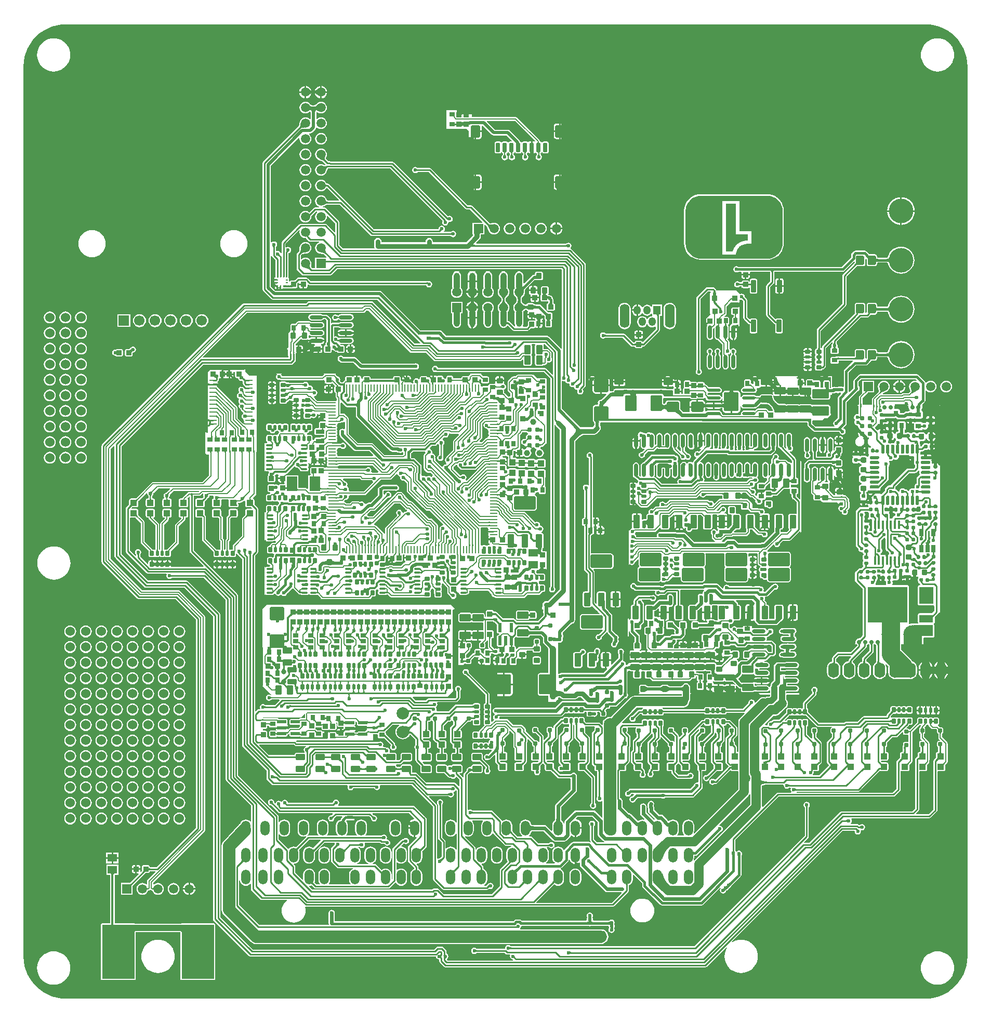
<source format=gtl>
G75*
G70*
%OFA0B0*%
%FSLAX25Y25*%
%IPPOS*%
%LPD*%
%AMOC8*
5,1,8,0,0,1.08239X$1,22.5*
%
%AMM1*
21,1,0.019680,0.054130,0.000000,0.000000,90.000000*
21,1,0.014760,0.059060,0.000000,0.000000,90.000000*
1,1,0.004920,0.027070,0.007380*
1,1,0.004920,0.027070,-0.007380*
1,1,0.004920,-0.027070,-0.007380*
1,1,0.004920,-0.027070,0.007380*
%
%AMM10*
21,1,0.043310,0.075990,0.000000,0.000000,0.000000*
21,1,0.034650,0.084650,0.000000,0.000000,0.000000*
1,1,0.008660,0.017320,-0.037990*
1,1,0.008660,-0.017320,-0.037990*
1,1,0.008660,-0.017320,0.037990*
1,1,0.008660,0.017320,0.037990*
%
%AMM100*
21,1,0.027560,0.018900,0.000000,0.000000,180.000000*
21,1,0.022840,0.023620,0.000000,0.000000,180.000000*
1,1,0.004720,-0.011420,0.009450*
1,1,0.004720,0.011420,0.009450*
1,1,0.004720,0.011420,-0.009450*
1,1,0.004720,-0.011420,-0.009450*
%
%AMM101*
21,1,0.035830,0.026770,0.000000,0.000000,180.000000*
21,1,0.029130,0.033470,0.000000,0.000000,180.000000*
1,1,0.006690,-0.014570,0.013390*
1,1,0.006690,0.014570,0.013390*
1,1,0.006690,0.014570,-0.013390*
1,1,0.006690,-0.014570,-0.013390*
%
%AMM11*
21,1,0.137800,0.067720,0.000000,0.000000,0.000000*
21,1,0.120870,0.084650,0.000000,0.000000,0.000000*
1,1,0.016930,0.060430,-0.033860*
1,1,0.016930,-0.060430,-0.033860*
1,1,0.016930,-0.060430,0.033860*
1,1,0.016930,0.060430,0.033860*
%
%AMM110*
21,1,0.106300,0.050390,0.000000,0.000000,0.000000*
21,1,0.093700,0.062990,0.000000,0.000000,0.000000*
1,1,0.012600,0.046850,-0.025200*
1,1,0.012600,-0.046850,-0.025200*
1,1,0.012600,-0.046850,0.025200*
1,1,0.012600,0.046850,0.025200*
%
%AMM111*
21,1,0.074800,0.083460,0.000000,0.000000,180.000000*
21,1,0.059840,0.098430,0.000000,0.000000,180.000000*
1,1,0.014960,-0.029920,0.041730*
1,1,0.014960,0.029920,0.041730*
1,1,0.014960,0.029920,-0.041730*
1,1,0.014960,-0.029920,-0.041730*
%
%AMM112*
21,1,0.122050,0.075590,0.000000,0.000000,270.000000*
21,1,0.103150,0.094490,0.000000,0.000000,270.000000*
1,1,0.018900,-0.037800,-0.051580*
1,1,0.018900,-0.037800,0.051580*
1,1,0.018900,0.037800,0.051580*
1,1,0.018900,0.037800,-0.051580*
%
%AMM113*
21,1,0.078740,0.053540,0.000000,0.000000,180.000000*
21,1,0.065350,0.066930,0.000000,0.000000,180.000000*
1,1,0.013390,-0.032680,0.026770*
1,1,0.013390,0.032680,0.026770*
1,1,0.013390,0.032680,-0.026770*
1,1,0.013390,-0.032680,-0.026770*
%
%AMM114*
21,1,0.070870,0.036220,0.000000,0.000000,180.000000*
21,1,0.061810,0.045280,0.000000,0.000000,180.000000*
1,1,0.009060,-0.030910,0.018110*
1,1,0.009060,0.030910,0.018110*
1,1,0.009060,0.030910,-0.018110*
1,1,0.009060,-0.030910,-0.018110*
%
%AMM115*
21,1,0.086610,0.073230,0.000000,0.000000,90.000000*
21,1,0.069290,0.090550,0.000000,0.000000,90.000000*
1,1,0.017320,0.036610,0.034650*
1,1,0.017320,0.036610,-0.034650*
1,1,0.017320,-0.036610,-0.034650*
1,1,0.017320,-0.036610,0.034650*
%
%AMM12*
21,1,0.025590,0.026380,0.000000,0.000000,0.000000*
21,1,0.020470,0.031500,0.000000,0.000000,0.000000*
1,1,0.005120,0.010240,-0.013190*
1,1,0.005120,-0.010240,-0.013190*
1,1,0.005120,-0.010240,0.013190*
1,1,0.005120,0.010240,0.013190*
%
%AMM122*
21,1,0.078740,0.045670,0.000000,0.000000,270.000000*
21,1,0.067320,0.057090,0.000000,0.000000,270.000000*
1,1,0.011420,-0.022840,-0.033660*
1,1,0.011420,-0.022840,0.033660*
1,1,0.011420,0.022840,0.033660*
1,1,0.011420,0.022840,-0.033660*
%
%AMM123*
21,1,0.059060,0.020470,0.000000,0.000000,270.000000*
21,1,0.053940,0.025590,0.000000,0.000000,270.000000*
1,1,0.005120,-0.010240,-0.026970*
1,1,0.005120,-0.010240,0.026970*
1,1,0.005120,0.010240,0.026970*
1,1,0.005120,0.010240,-0.026970*
%
%AMM124*
21,1,0.033470,0.026770,0.000000,0.000000,90.000000*
21,1,0.026770,0.033470,0.000000,0.000000,90.000000*
1,1,0.006690,0.013390,0.013390*
1,1,0.006690,0.013390,-0.013390*
1,1,0.006690,-0.013390,-0.013390*
1,1,0.006690,-0.013390,0.013390*
%
%AMM128*
21,1,0.070870,0.036220,0.000000,0.000000,0.000000*
21,1,0.061810,0.045280,0.000000,0.000000,0.000000*
1,1,0.009060,0.030910,-0.018110*
1,1,0.009060,-0.030910,-0.018110*
1,1,0.009060,-0.030910,0.018110*
1,1,0.009060,0.030910,0.018110*
%
%AMM129*
21,1,0.035430,0.030320,0.000000,0.000000,90.000000*
21,1,0.028350,0.037400,0.000000,0.000000,90.000000*
1,1,0.007090,0.015160,0.014170*
1,1,0.007090,0.015160,-0.014170*
1,1,0.007090,-0.015160,-0.014170*
1,1,0.007090,-0.015160,0.014170*
%
%AMM13*
21,1,0.017720,0.027950,0.000000,0.000000,0.000000*
21,1,0.014170,0.031500,0.000000,0.000000,0.000000*
1,1,0.003540,0.007090,-0.013980*
1,1,0.003540,-0.007090,-0.013980*
1,1,0.003540,-0.007090,0.013980*
1,1,0.003540,0.007090,0.013980*
%
%AMM130*
21,1,0.021650,0.052760,0.000000,0.000000,0.000000*
21,1,0.017320,0.057090,0.000000,0.000000,0.000000*
1,1,0.004330,0.008660,-0.026380*
1,1,0.004330,-0.008660,-0.026380*
1,1,0.004330,-0.008660,0.026380*
1,1,0.004330,0.008660,0.026380*
%
%AMM131*
21,1,0.094490,0.111020,0.000000,0.000000,180.000000*
21,1,0.075590,0.129920,0.000000,0.000000,180.000000*
1,1,0.018900,-0.037800,0.055510*
1,1,0.018900,0.037800,0.055510*
1,1,0.018900,0.037800,-0.055510*
1,1,0.018900,-0.037800,-0.055510*
%
%AMM132*
21,1,0.023620,0.018900,0.000000,0.000000,270.000000*
21,1,0.018900,0.023620,0.000000,0.000000,270.000000*
1,1,0.004720,-0.009450,-0.009450*
1,1,0.004720,-0.009450,0.009450*
1,1,0.004720,0.009450,0.009450*
1,1,0.004720,0.009450,-0.009450*
%
%AMM133*
21,1,0.035830,0.026770,0.000000,0.000000,0.000000*
21,1,0.029130,0.033470,0.000000,0.000000,0.000000*
1,1,0.006690,0.014570,-0.013390*
1,1,0.006690,-0.014570,-0.013390*
1,1,0.006690,-0.014570,0.013390*
1,1,0.006690,0.014570,0.013390*
%
%AMM134*
21,1,0.023620,0.018900,0.000000,0.000000,180.000000*
21,1,0.018900,0.023620,0.000000,0.000000,180.000000*
1,1,0.004720,-0.009450,0.009450*
1,1,0.004720,0.009450,0.009450*
1,1,0.004720,0.009450,-0.009450*
1,1,0.004720,-0.009450,-0.009450*
%
%AMM135*
21,1,0.035830,0.026770,0.000000,0.000000,90.000000*
21,1,0.029130,0.033470,0.000000,0.000000,90.000000*
1,1,0.006690,0.013390,0.014570*
1,1,0.006690,0.013390,-0.014570*
1,1,0.006690,-0.013390,-0.014570*
1,1,0.006690,-0.013390,0.014570*
%
%AMM14*
21,1,0.039370,0.049210,0.000000,0.000000,0.000000*
21,1,0.031500,0.057090,0.000000,0.000000,0.000000*
1,1,0.007870,0.015750,-0.024610*
1,1,0.007870,-0.015750,-0.024610*
1,1,0.007870,-0.015750,0.024610*
1,1,0.007870,0.015750,0.024610*
%
%AMM144*
21,1,0.021650,0.052760,0.000000,0.000000,270.000000*
21,1,0.017320,0.057090,0.000000,0.000000,270.000000*
1,1,0.004330,-0.026380,-0.008660*
1,1,0.004330,-0.026380,0.008660*
1,1,0.004330,0.026380,0.008660*
1,1,0.004330,0.026380,-0.008660*
%
%AMM146*
21,1,0.035430,0.030320,0.000000,0.000000,0.000000*
21,1,0.028350,0.037400,0.000000,0.000000,0.000000*
1,1,0.007090,0.014170,-0.015160*
1,1,0.007090,-0.014170,-0.015160*
1,1,0.007090,-0.014170,0.015160*
1,1,0.007090,0.014170,0.015160*
%
%AMM147*
21,1,0.043310,0.075980,0.000000,0.000000,180.000000*
21,1,0.034650,0.084650,0.000000,0.000000,180.000000*
1,1,0.008660,-0.017320,0.037990*
1,1,0.008660,0.017320,0.037990*
1,1,0.008660,0.017320,-0.037990*
1,1,0.008660,-0.017320,-0.037990*
%
%AMM148*
21,1,0.043310,0.075990,0.000000,0.000000,180.000000*
21,1,0.034650,0.084650,0.000000,0.000000,180.000000*
1,1,0.008660,-0.017320,0.037990*
1,1,0.008660,0.017320,0.037990*
1,1,0.008660,0.017320,-0.037990*
1,1,0.008660,-0.017320,-0.037990*
%
%AMM149*
21,1,0.137800,0.067720,0.000000,0.000000,180.000000*
21,1,0.120870,0.084650,0.000000,0.000000,180.000000*
1,1,0.016930,-0.060430,0.033860*
1,1,0.016930,0.060430,0.033860*
1,1,0.016930,0.060430,-0.033860*
1,1,0.016930,-0.060430,-0.033860*
%
%AMM15*
21,1,0.039370,0.035430,0.000000,0.000000,270.000000*
21,1,0.031500,0.043310,0.000000,0.000000,270.000000*
1,1,0.007870,-0.017720,-0.015750*
1,1,0.007870,-0.017720,0.015750*
1,1,0.007870,0.017720,0.015750*
1,1,0.007870,0.017720,-0.015750*
%
%AMM150*
21,1,0.025590,0.026380,0.000000,0.000000,90.000000*
21,1,0.020470,0.031500,0.000000,0.000000,90.000000*
1,1,0.005120,0.013190,0.010240*
1,1,0.005120,0.013190,-0.010240*
1,1,0.005120,-0.013190,-0.010240*
1,1,0.005120,-0.013190,0.010240*
%
%AMM151*
21,1,0.017720,0.027950,0.000000,0.000000,90.000000*
21,1,0.014170,0.031500,0.000000,0.000000,90.000000*
1,1,0.003540,0.013980,0.007090*
1,1,0.003540,0.013980,-0.007090*
1,1,0.003540,-0.013980,-0.007090*
1,1,0.003540,-0.013980,0.007090*
%
%AMM16*
21,1,0.033470,0.026770,0.000000,0.000000,0.000000*
21,1,0.026770,0.033470,0.000000,0.000000,0.000000*
1,1,0.006690,0.013390,-0.013390*
1,1,0.006690,-0.013390,-0.013390*
1,1,0.006690,-0.013390,0.013390*
1,1,0.006690,0.013390,0.013390*
%
%AMM160*
21,1,0.035430,0.030320,-0.000000,0.000000,270.000000*
21,1,0.028350,0.037400,-0.000000,0.000000,270.000000*
1,1,0.007090,-0.015160,-0.014170*
1,1,0.007090,-0.015160,0.014170*
1,1,0.007090,0.015160,0.014170*
1,1,0.007090,0.015160,-0.014170*
%
%AMM161*
21,1,0.033470,0.026770,-0.000000,0.000000,90.000000*
21,1,0.026770,0.033470,-0.000000,0.000000,90.000000*
1,1,0.006690,0.013390,0.013390*
1,1,0.006690,0.013390,-0.013390*
1,1,0.006690,-0.013390,-0.013390*
1,1,0.006690,-0.013390,0.013390*
%
%AMM162*
21,1,0.027560,0.030710,-0.000000,0.000000,270.000000*
21,1,0.022050,0.036220,-0.000000,0.000000,270.000000*
1,1,0.005510,-0.015350,-0.011020*
1,1,0.005510,-0.015350,0.011020*
1,1,0.005510,0.015350,0.011020*
1,1,0.005510,0.015350,-0.011020*
%
%AMM17*
21,1,0.027560,0.030710,0.000000,0.000000,270.000000*
21,1,0.022050,0.036220,0.000000,0.000000,270.000000*
1,1,0.005510,-0.015350,-0.011020*
1,1,0.005510,-0.015350,0.011020*
1,1,0.005510,0.015350,0.011020*
1,1,0.005510,0.015350,-0.011020*
%
%AMM18*
21,1,0.031500,0.072440,0.000000,0.000000,0.000000*
21,1,0.025200,0.078740,0.000000,0.000000,0.000000*
1,1,0.006300,0.012600,-0.036220*
1,1,0.006300,-0.012600,-0.036220*
1,1,0.006300,-0.012600,0.036220*
1,1,0.006300,0.012600,0.036220*
%
%AMM19*
21,1,0.051180,0.048820,0.000000,0.000000,0.000000*
21,1,0.040950,0.059060,0.000000,0.000000,0.000000*
1,1,0.010240,0.020470,-0.024410*
1,1,0.010240,-0.020470,-0.024410*
1,1,0.010240,-0.020470,0.024410*
1,1,0.010240,0.020470,0.024410*
%
%AMM2*
21,1,0.059060,0.014760,0.000000,0.000000,90.000000*
21,1,0.054130,0.019680,0.000000,0.000000,90.000000*
1,1,0.004920,0.007380,0.027070*
1,1,0.004920,0.007380,-0.027070*
1,1,0.004920,-0.007380,-0.027070*
1,1,0.004920,-0.007380,0.027070*
%
%AMM20*
21,1,0.039370,0.049210,0.000000,0.000000,90.000000*
21,1,0.031500,0.057090,0.000000,0.000000,90.000000*
1,1,0.007870,0.024610,0.015750*
1,1,0.007870,0.024610,-0.015750*
1,1,0.007870,-0.024610,-0.015750*
1,1,0.007870,-0.024610,0.015750*
%
%AMM21*
21,1,0.025590,0.026380,0.000000,0.000000,270.000000*
21,1,0.020470,0.031500,0.000000,0.000000,270.000000*
1,1,0.005120,-0.013190,-0.010240*
1,1,0.005120,-0.013190,0.010240*
1,1,0.005120,0.013190,0.010240*
1,1,0.005120,0.013190,-0.010240*
%
%AMM22*
21,1,0.017720,0.027950,0.000000,0.000000,270.000000*
21,1,0.014170,0.031500,0.000000,0.000000,270.000000*
1,1,0.003540,-0.013980,-0.007090*
1,1,0.003540,-0.013980,0.007090*
1,1,0.003540,0.013980,0.007090*
1,1,0.003540,0.013980,-0.007090*
%
%AMM23*
21,1,0.007870,0.029130,0.000000,0.000000,225.000000*
21,1,0.000000,0.037010,0.000000,0.000000,225.000000*
1,1,0.007870,-0.010300,0.010300*
1,1,0.007870,-0.010300,0.010300*
1,1,0.007870,0.010300,-0.010300*
1,1,0.007870,0.010300,-0.010300*
%
%AMM24*
21,1,0.007870,0.014960,0.000000,0.000000,135.000000*
21,1,0.000000,0.022840,0.000000,0.000000,135.000000*
1,1,0.007870,0.005290,0.005290*
1,1,0.007870,0.005290,0.005290*
1,1,0.007870,-0.005290,-0.005290*
1,1,0.007870,-0.005290,-0.005290*
%
%AMM25*
21,1,0.007870,0.013780,0.000000,0.000000,45.000000*
21,1,0.000000,0.021650,0.000000,0.000000,45.000000*
1,1,0.007870,0.004870,-0.004870*
1,1,0.007870,0.004870,-0.004870*
1,1,0.007870,-0.004870,0.004870*
1,1,0.007870,-0.004870,0.004870*
%
%AMM26*
21,1,0.007870,0.039370,0.000000,0.000000,45.000000*
21,1,0.000000,0.047240,0.000000,0.000000,45.000000*
1,1,0.007870,0.013920,-0.013920*
1,1,0.007870,0.013920,-0.013920*
1,1,0.007870,-0.013920,0.013920*
1,1,0.007870,-0.013920,0.013920*
%
%AMM27*
21,1,0.007870,0.055120,0.000000,0.000000,270.000000*
21,1,0.000000,0.062990,0.000000,0.000000,270.000000*
1,1,0.007870,-0.027560,0.000000*
1,1,0.007870,-0.027560,0.000000*
1,1,0.007870,0.027560,0.000000*
1,1,0.007870,0.027560,0.000000*
%
%AMM28*
21,1,0.007870,0.023620,0.000000,0.000000,315.000000*
21,1,0.000000,0.031500,0.000000,0.000000,315.000000*
1,1,0.007870,-0.008350,-0.008350*
1,1,0.007870,-0.008350,-0.008350*
1,1,0.007870,0.008350,0.008350*
1,1,0.007870,0.008350,0.008350*
%
%AMM29*
21,1,0.007870,1.704720,0.000000,0.000000,270.000000*
21,1,0.000000,1.712600,0.000000,0.000000,270.000000*
1,1,0.007870,-0.852360,0.000000*
1,1,0.007870,-0.852360,0.000000*
1,1,0.007870,0.852360,0.000000*
1,1,0.007870,0.852360,0.000000*
%
%AMM3*
21,1,0.019680,0.014760,0.000000,0.000000,90.000000*
21,1,0.014760,0.019680,0.000000,0.000000,90.000000*
1,1,0.004920,0.007380,0.007380*
1,1,0.004920,0.007380,-0.007380*
1,1,0.004920,-0.007380,-0.007380*
1,1,0.004920,-0.007380,0.007380*
%
%AMM30*
21,1,0.007870,1.405510,0.000000,0.000000,180.000000*
21,1,0.000000,1.413390,0.000000,0.000000,180.000000*
1,1,0.007870,0.000000,0.702760*
1,1,0.007870,0.000000,0.702760*
1,1,0.007870,0.000000,-0.702760*
1,1,0.007870,0.000000,-0.702760*
%
%AMM31*
21,1,0.007870,1.787400,0.000000,0.000000,270.000000*
21,1,0.000000,1.795280,0.000000,0.000000,270.000000*
1,1,0.007870,-0.893700,0.000000*
1,1,0.007870,-0.893700,0.000000*
1,1,0.007870,0.893700,0.000000*
1,1,0.007870,0.893700,0.000000*
%
%AMM32*
21,1,0.007870,1.416930,0.000000,0.000000,180.000000*
21,1,0.000000,1.424800,0.000000,0.000000,180.000000*
1,1,0.007870,0.000000,0.708470*
1,1,0.007870,0.000000,0.708470*
1,1,0.007870,0.000000,-0.708470*
1,1,0.007870,0.000000,-0.708470*
%
%AMM33*
21,1,0.009840,0.017720,0.000000,0.000000,180.000000*
21,1,0.000000,0.027560,0.000000,0.000000,180.000000*
1,1,0.009840,0.000000,0.008860*
1,1,0.009840,0.000000,0.008860*
1,1,0.009840,0.000000,-0.008860*
1,1,0.009840,0.000000,-0.008860*
%
%AMM34*
21,1,0.007870,0.503940,0.000000,0.000000,180.000000*
21,1,0.000000,0.511810,0.000000,0.000000,180.000000*
1,1,0.007870,0.000000,0.251970*
1,1,0.007870,0.000000,0.251970*
1,1,0.007870,0.000000,-0.251970*
1,1,0.007870,0.000000,-0.251970*
%
%AMM35*
21,1,0.009840,0.919290,0.000000,0.000000,270.000000*
21,1,0.000000,0.929130,0.000000,0.000000,270.000000*
1,1,0.009840,-0.459650,0.000000*
1,1,0.009840,-0.459650,0.000000*
1,1,0.009840,0.459650,0.000000*
1,1,0.009840,0.459650,0.000000*
%
%AMM36*
21,1,0.007870,0.041340,0.000000,0.000000,0.000000*
21,1,0.000000,0.049210,0.000000,0.000000,0.000000*
1,1,0.007870,0.000000,-0.020670*
1,1,0.007870,0.000000,-0.020670*
1,1,0.007870,0.000000,0.020670*
1,1,0.007870,0.000000,0.020670*
%
%AMM37*
21,1,0.047240,0.015750,0.000000,0.000000,135.000000*
1,1,0.015750,0.016700,-0.016700*
1,1,0.015750,-0.016700,0.016700*
%
%AMM38*
21,1,0.007870,0.643700,0.000000,0.000000,270.000000*
21,1,0.000000,0.651580,0.000000,0.000000,270.000000*
1,1,0.007870,-0.321850,0.000000*
1,1,0.007870,-0.321850,0.000000*
1,1,0.007870,0.321850,0.000000*
1,1,0.007870,0.321850,0.000000*
%
%AMM39*
21,1,0.007870,0.078350,0.000000,0.000000,135.000000*
21,1,0.000000,0.086220,0.000000,0.000000,135.000000*
1,1,0.007870,0.027700,0.027700*
1,1,0.007870,0.027700,0.027700*
1,1,0.007870,-0.027700,-0.027700*
1,1,0.007870,-0.027700,-0.027700*
%
%AMM4*
21,1,0.019680,0.014760,0.000000,0.000000,180.000000*
21,1,0.014760,0.019680,0.000000,0.000000,180.000000*
1,1,0.004920,-0.007380,0.007380*
1,1,0.004920,0.007380,0.007380*
1,1,0.004920,0.007380,-0.007380*
1,1,0.004920,-0.007380,-0.007380*
%
%AMM40*
21,1,0.007870,0.287010,0.000000,0.000000,180.000000*
21,1,0.000000,0.294880,0.000000,0.000000,180.000000*
1,1,0.007870,0.000000,0.143500*
1,1,0.007870,0.000000,0.143500*
1,1,0.007870,0.000000,-0.143500*
1,1,0.007870,0.000000,-0.143500*
%
%AMM41*
21,1,0.007870,0.080320,0.000000,0.000000,225.000000*
21,1,0.000000,0.088190,0.000000,0.000000,225.000000*
1,1,0.007870,-0.028400,0.028400*
1,1,0.007870,-0.028400,0.028400*
1,1,0.007870,0.028400,-0.028400*
1,1,0.007870,0.028400,-0.028400*
%
%AMM42*
21,1,0.007870,0.400390,0.000000,0.000000,0.000000*
21,1,0.000000,0.408270,0.000000,0.000000,0.000000*
1,1,0.007870,0.000000,-0.200200*
1,1,0.007870,0.000000,-0.200200*
1,1,0.007870,0.000000,0.200200*
1,1,0.007870,0.000000,0.200200*
%
%AMM43*
21,1,0.007870,0.640160,0.000000,0.000000,270.000000*
21,1,0.000000,0.648030,0.000000,0.000000,270.000000*
1,1,0.007870,-0.320080,0.000000*
1,1,0.007870,-0.320080,0.000000*
1,1,0.007870,0.320080,0.000000*
1,1,0.007870,0.320080,0.000000*
%
%AMM44*
21,1,0.039370,0.007870,0.000000,0.000000,45.000000*
1,1,0.007870,-0.013920,-0.013920*
1,1,0.007870,0.013920,0.013920*
%
%AMM45*
21,1,0.003940,0.007870,0.000000,0.000000,135.000000*
1,1,0.007870,0.001390,-0.001390*
1,1,0.007870,-0.001390,0.001390*
%
%AMM46*
21,1,0.087800,0.007870,0.000000,0.000000,45.000000*
1,1,0.007870,-0.031040,-0.031040*
1,1,0.007870,0.031040,0.031040*
%
%AMM47*
21,1,0.031500,0.007870,0.000000,0.000000,315.000000*
1,1,0.007870,-0.011140,0.011140*
1,1,0.007870,0.011140,-0.011140*
%
%AMM48*
21,1,0.015750,0.009840,0.000000,0.000000,45.000000*
1,1,0.009840,-0.005570,-0.005570*
1,1,0.009840,0.005570,0.005570*
%
%AMM5*
21,1,0.027560,0.030710,0.000000,0.000000,0.000000*
21,1,0.022050,0.036220,0.000000,0.000000,0.000000*
1,1,0.005510,0.011020,-0.015350*
1,1,0.005510,-0.011020,-0.015350*
1,1,0.005510,-0.011020,0.015350*
1,1,0.005510,0.011020,0.015350*
%
%AMM6*
21,1,0.023620,0.018900,0.000000,0.000000,90.000000*
21,1,0.018900,0.023620,0.000000,0.000000,90.000000*
1,1,0.004720,0.009450,0.009450*
1,1,0.004720,0.009450,-0.009450*
1,1,0.004720,-0.009450,-0.009450*
1,1,0.004720,-0.009450,0.009450*
%
%AMM7*
21,1,0.023620,0.018900,0.000000,0.000000,0.000000*
21,1,0.018900,0.023620,0.000000,0.000000,0.000000*
1,1,0.004720,0.009450,-0.009450*
1,1,0.004720,-0.009450,-0.009450*
1,1,0.004720,-0.009450,0.009450*
1,1,0.004720,0.009450,0.009450*
%
%AMM8*
21,1,0.033470,0.026770,0.000000,0.000000,270.000000*
21,1,0.026770,0.033470,0.000000,0.000000,270.000000*
1,1,0.006690,-0.013390,-0.013390*
1,1,0.006690,-0.013390,0.013390*
1,1,0.006690,0.013390,0.013390*
1,1,0.006690,0.013390,-0.013390*
%
%AMM80*
21,1,0.035430,0.050000,0.000000,0.000000,270.000000*
21,1,0.028350,0.057090,0.000000,0.000000,270.000000*
1,1,0.007090,-0.025000,-0.014170*
1,1,0.007090,-0.025000,0.014170*
1,1,0.007090,0.025000,0.014170*
1,1,0.007090,0.025000,-0.014170*
%
%AMM81*
21,1,0.086610,0.073230,0.000000,0.000000,270.000000*
21,1,0.069290,0.090550,0.000000,0.000000,270.000000*
1,1,0.017320,-0.036610,-0.034650*
1,1,0.017320,-0.036610,0.034650*
1,1,0.017320,0.036610,0.034650*
1,1,0.017320,0.036610,-0.034650*
%
%AMM82*
21,1,0.027560,0.030710,0.000000,0.000000,90.000000*
21,1,0.022050,0.036220,0.000000,0.000000,90.000000*
1,1,0.005510,0.015350,0.011020*
1,1,0.005510,0.015350,-0.011020*
1,1,0.005510,-0.015350,-0.011020*
1,1,0.005510,-0.015350,0.011020*
%
%AMM83*
21,1,0.039370,0.049210,0.000000,0.000000,180.000000*
21,1,0.031500,0.057090,0.000000,0.000000,180.000000*
1,1,0.007870,-0.015750,0.024610*
1,1,0.007870,0.015750,0.024610*
1,1,0.007870,0.015750,-0.024610*
1,1,0.007870,-0.015750,-0.024610*
%
%AMM84*
21,1,0.023620,0.030710,0.000000,0.000000,90.000000*
21,1,0.018900,0.035430,0.000000,0.000000,90.000000*
1,1,0.004720,0.015350,0.009450*
1,1,0.004720,0.015350,-0.009450*
1,1,0.004720,-0.015350,-0.009450*
1,1,0.004720,-0.015350,0.009450*
%
%AMM85*
21,1,0.033470,0.026770,0.000000,0.000000,180.000000*
21,1,0.026770,0.033470,0.000000,0.000000,180.000000*
1,1,0.006690,-0.013390,0.013390*
1,1,0.006690,0.013390,0.013390*
1,1,0.006690,0.013390,-0.013390*
1,1,0.006690,-0.013390,-0.013390*
%
%AMM9*
21,1,0.043310,0.075980,0.000000,0.000000,0.000000*
21,1,0.034650,0.084650,0.000000,0.000000,0.000000*
1,1,0.008660,0.017320,-0.037990*
1,1,0.008660,-0.017320,-0.037990*
1,1,0.008660,-0.017320,0.037990*
1,1,0.008660,0.017320,0.037990*
%
%AMM94*
21,1,0.027560,0.030710,0.000000,0.000000,180.000000*
21,1,0.022050,0.036220,0.000000,0.000000,180.000000*
1,1,0.005510,-0.011020,0.015350*
1,1,0.005510,0.011020,0.015350*
1,1,0.005510,0.011020,-0.015350*
1,1,0.005510,-0.011020,-0.015350*
%
%AMM95*
21,1,0.035430,0.030320,0.000000,0.000000,270.000000*
21,1,0.028350,0.037400,0.000000,0.000000,270.000000*
1,1,0.007090,-0.015160,-0.014170*
1,1,0.007090,-0.015160,0.014170*
1,1,0.007090,0.015160,0.014170*
1,1,0.007090,0.015160,-0.014170*
%
%AMM96*
21,1,0.023620,0.030710,0.000000,0.000000,180.000000*
21,1,0.018900,0.035430,0.000000,0.000000,180.000000*
1,1,0.004720,-0.009450,0.015350*
1,1,0.004720,0.009450,0.015350*
1,1,0.004720,0.009450,-0.015350*
1,1,0.004720,-0.009450,-0.015350*
%
%AMM97*
21,1,0.035830,0.026770,0.000000,0.000000,270.000000*
21,1,0.029130,0.033470,0.000000,0.000000,270.000000*
1,1,0.006690,-0.013390,-0.014570*
1,1,0.006690,-0.013390,0.014570*
1,1,0.006690,0.013390,0.014570*
1,1,0.006690,0.013390,-0.014570*
%
%AMM98*
21,1,0.035430,0.030320,0.000000,0.000000,180.000000*
21,1,0.028350,0.037400,0.000000,0.000000,180.000000*
1,1,0.007090,-0.014170,0.015160*
1,1,0.007090,0.014170,0.015160*
1,1,0.007090,0.014170,-0.015160*
1,1,0.007090,-0.014170,-0.015160*
%
%AMM99*
21,1,0.027560,0.049610,0.000000,0.000000,270.000000*
21,1,0.022050,0.055120,0.000000,0.000000,270.000000*
1,1,0.005510,-0.024800,-0.011020*
1,1,0.005510,-0.024800,0.011020*
1,1,0.005510,0.024800,0.011020*
1,1,0.005510,0.024800,-0.011020*
%
%ADD10C,0.01969*%
%ADD100M112*%
%ADD102O,0.56890X0.01968*%
%ADD105R,0.00984X0.01378*%
%ADD106M115*%
%ADD109R,0.03150X0.03543*%
%ADD11O,0.05118X0.00866*%
%ADD110M101*%
%ADD112O,0.00866X0.05118*%
%ADD113M95*%
%ADD119O,0.01575X0.38583*%
%ADD12M100*%
%ADD121M48*%
%ADD124C,0.02756*%
%ADD126M43*%
%ADD127O,0.00787X0.16732*%
%ADD128M82*%
%ADD129C,0.02362*%
%ADD13M94*%
%ADD130O,0.01575X0.28347*%
%ADD132M130*%
%ADD136M14*%
%ADD137O,0.00787X0.22323*%
%ADD138M26*%
%ADD139C,0.03937*%
%ADD14M19*%
%ADD140O,0.01968X0.00984*%
%ADD141M38*%
%ADD149M31*%
%ADD153M111*%
%ADD155C,0.05906*%
%ADD158R,0.03543X0.03150*%
%ADD159O,0.04016X0.11221*%
%ADD161M128*%
%ADD162O,0.03150X0.02362*%
%ADD163R,0.06693X0.09449*%
%ADD164O,0.00984X0.01968*%
%ADD165M96*%
%ADD166M6*%
%ADD167O,0.26772X0.00787*%
%ADD171M17*%
%ADD172O,0.00787X0.16339*%
%ADD173O,0.00787X0.26772*%
%ADD175M10*%
%ADD176O,0.35433X0.01575*%
%ADD177R,0.04724X0.05512*%
%ADD181M81*%
%ADD182M133*%
%ADD183M123*%
%ADD184M21*%
%ADD185M35*%
%ADD186C,0.06693*%
%ADD187C,0.07874*%
%ADD188M46*%
%ADD189R,0.06693X0.06693*%
%ADD19O,0.43701X0.00787*%
%ADD191C,0.05118*%
%ADD192M124*%
%ADD193R,0.09843X0.09843*%
%ADD194C,0.00787*%
%ADD197M148*%
%ADD199M40*%
%ADD200C,0.11811*%
%ADD204M114*%
%ADD212O,0.03937X0.05906*%
%ADD214M1*%
%ADD215O,0.06693X0.00787*%
%ADD218M146*%
%ADD22M28*%
%ADD220M42*%
%ADD222M85*%
%ADD223O,0.08661X0.01968*%
%ADD225M15*%
%ADD226M25*%
%ADD227M39*%
%ADD23C,0.01181*%
%ADD233M32*%
%ADD235R,0.08858X0.00984*%
%ADD236M45*%
%ADD237C,0.09449*%
%ADD24M3*%
%ADD241M110*%
%ADD242M151*%
%ADD244C,0.03150*%
%ADD247O,1.01181X0.00787*%
%ADD249O,0.00787X0.33071*%
%ADD250M129*%
%ADD253M18*%
%ADD254M97*%
%ADD257C,0.01968*%
%ADD259R,0.11614X0.00984*%
%ADD260O,0.22835X0.00984*%
%ADD261O,0.04961X0.00984*%
%ADD262O,0.68504X0.01575*%
%ADD266M33*%
%ADD267C,0.03100*%
%ADD268R,0.12205X0.00984*%
%ADD269C,0.01575*%
%ADD27M4*%
%ADD271M5*%
%ADD272O,0.04331X0.01181*%
%ADD273M11*%
%ADD274M29*%
%ADD276M80*%
%ADD279M132*%
%ADD280O,0.00787X0.01968*%
%ADD282O,0.01575X0.21260*%
%ADD284M16*%
%ADD285M20*%
%ADD286M36*%
%ADD287O,0.00787X0.28543*%
%ADD288O,0.22323X0.00787*%
%ADD289M41*%
%ADD29M83*%
%ADD294C,0.15748*%
%ADD296M149*%
%ADD298O,0.01968X0.50000*%
%ADD30R,0.05906X0.05906*%
%ADD302O,0.00787X0.12205*%
%ADD304R,0.03740X0.00984*%
%ADD305O,0.02362X0.08661*%
%ADD308O,0.06890X0.09843*%
%ADD309C,0.00800*%
%ADD31O,0.00787X0.02756*%
%ADD310R,0.00984X1.54528*%
%ADD312O,0.04724X0.01968*%
%ADD313M98*%
%ADD315O,0.00787X0.34744*%
%ADD318M9*%
%ADD319M147*%
%ADD32R,0.01968X0.01968*%
%ADD320O,0.04724X0.05512*%
%ADD322M84*%
%ADD324O,0.00787X0.36221*%
%ADD325M2*%
%ADD327M12*%
%ADD331M24*%
%ADD332O,0.38583X0.01575*%
%ADD335M135*%
%ADD336O,0.00787X0.43701*%
%ADD337C,0.00984*%
%ADD339M23*%
%ADD340O,0.54331X0.00787*%
%ADD342M44*%
%ADD345O,0.00984X0.40158*%
%ADD347O,1.39370X0.01575*%
%ADD348O,0.01968X0.44882*%
%ADD349M150*%
%ADD35M131*%
%ADD350M113*%
%ADD352O,0.00787X0.01575*%
%ADD354C,0.03900*%
%ADD355M160*%
%ADD356M161*%
%ADD357M162*%
%ADD36O,0.01968X0.11811*%
%ADD361R,0.25197X0.22835*%
%ADD362R,0.08661X0.04724*%
%ADD363R,0.02559X0.04803*%
%ADD364R,0.01772X0.05709*%
%ADD38O,0.19685X0.01575*%
%ADD39M27*%
%ADD40M37*%
%ADD41R,0.05906X0.05118*%
%ADD48M30*%
%ADD53O,0.00787X0.56693*%
%ADD57R,0.05709X0.00984*%
%ADD59M99*%
%ADD60O,1.18110X0.01575*%
%ADD61O,0.01968X0.03937*%
%ADD62O,0.20669X0.00787*%
%ADD65M7*%
%ADD68M8*%
%ADD69M144*%
%ADD71O,0.00787X1.01772*%
%ADD73O,0.25591X0.00787*%
%ADD76C,0.06000*%
%ADD77O,0.05906X0.09449*%
%ADD78O,0.03937X0.34429*%
%ADD79M13*%
%ADD80O,0.06299X0.15354*%
%ADD82O,0.00787X0.14173*%
%ADD83M134*%
%ADD85O,0.08661X0.02362*%
%ADD86M122*%
%ADD87M22*%
%ADD88O,0.03937X0.01968*%
%ADD90M34*%
%ADD92O,0.44587X0.00787*%
%ADD93M47*%
%ADD99R,0.01378X0.00984*%
X0000000Y0000000D02*
G01*
G75*
G36*
X0581781Y0625413D02*
X0584783Y0624902D01*
X0587710Y0624059D01*
X0590524Y0622894D01*
X0593189Y0621421D01*
X0595673Y0619658D01*
X0597944Y0617629D01*
X0599973Y0615358D01*
X0601736Y0612874D01*
X0603209Y0610209D01*
X0604374Y0607395D01*
X0605217Y0604468D01*
X0605727Y0601466D01*
X0605895Y0598479D01*
X0605873Y0598425D01*
X0605873Y0027559D01*
X0605895Y0027505D01*
X0605727Y0024518D01*
X0605217Y0021516D01*
X0604374Y0018589D01*
X0603209Y0015776D01*
X0601736Y0013110D01*
X0599973Y0010626D01*
X0597944Y0008355D01*
X0595673Y0006326D01*
X0593189Y0004564D01*
X0590524Y0003091D01*
X0587710Y0001925D01*
X0584783Y0001082D01*
X0581781Y0000572D01*
X0578794Y0000404D01*
X0578740Y0000426D01*
X0027559Y0000426D01*
X0027505Y0000404D01*
X0024518Y0000572D01*
X0021516Y0001082D01*
X0018589Y0001925D01*
X0015776Y0003091D01*
X0013110Y0004564D01*
X0010626Y0006326D01*
X0008355Y0008355D01*
X0006326Y0010626D01*
X0004564Y0013110D01*
X0003091Y0015776D01*
X0001925Y0018589D01*
X0001082Y0021516D01*
X0000572Y0024518D01*
X0000404Y0027505D01*
X0000426Y0027559D01*
X0000426Y0598425D01*
X0000404Y0598479D01*
X0000572Y0601466D01*
X0001082Y0604468D01*
X0001925Y0607395D01*
X0003091Y0610209D01*
X0004564Y0612874D01*
X0006326Y0615358D01*
X0008355Y0617629D01*
X0010626Y0619658D01*
X0013110Y0621421D01*
X0015776Y0622894D01*
X0018589Y0624059D01*
X0021516Y0624902D01*
X0024518Y0625413D01*
X0027505Y0625580D01*
X0027559Y0625558D01*
X0578740Y0625558D01*
X0578794Y0625580D01*
X0581781Y0625413D01*
D02*
G37*
%LPC*%
G36*
X0586614Y0616568D02*
X0584946Y0616437D01*
X0583319Y0616046D01*
X0581773Y0615406D01*
X0580347Y0614532D01*
X0579074Y0613445D01*
X0577988Y0612173D01*
X0577114Y0610746D01*
X0576473Y0609200D01*
X0576083Y0607574D01*
X0575951Y0605905D01*
X0576083Y0604238D01*
X0576473Y0602610D01*
X0577114Y0601065D01*
X0577988Y0599638D01*
X0579074Y0598366D01*
X0580347Y0597279D01*
X0581773Y0596405D01*
X0583319Y0595765D01*
X0584946Y0595374D01*
X0586614Y0595243D01*
X0588282Y0595374D01*
X0589909Y0595765D01*
X0591455Y0596405D01*
X0592882Y0597279D01*
X0594154Y0598366D01*
X0595240Y0599638D01*
X0596115Y0601065D01*
X0596755Y0602610D01*
X0597146Y0604238D01*
X0597277Y0605905D01*
X0597146Y0607574D01*
X0596755Y0609200D01*
X0596115Y0610746D01*
X0595240Y0612173D01*
X0594154Y0613445D01*
X0592882Y0614532D01*
X0591455Y0615406D01*
X0589909Y0616046D01*
X0588282Y0616437D01*
X0586614Y0616568D01*
D02*
G37*
G36*
X0019685Y0616568D02*
X0018017Y0616437D01*
X0016390Y0616046D01*
X0014844Y0615406D01*
X0013418Y0614532D01*
X0012145Y0613445D01*
X0011059Y0612173D01*
X0010184Y0610746D01*
X0009544Y0609200D01*
X0009154Y0607574D01*
X0009022Y0605905D01*
X0009154Y0604238D01*
X0009544Y0602610D01*
X0010184Y0601065D01*
X0011059Y0599638D01*
X0012145Y0598366D01*
X0013418Y0597279D01*
X0014844Y0596405D01*
X0016390Y0595765D01*
X0018017Y0595374D01*
X0019685Y0595243D01*
X0021353Y0595374D01*
X0022980Y0595765D01*
X0024526Y0596405D01*
X0025953Y0597279D01*
X0027225Y0598366D01*
X0028311Y0599638D01*
X0029186Y0601065D01*
X0029826Y0602610D01*
X0030217Y0604238D01*
X0030348Y0605905D01*
X0030217Y0607574D01*
X0029826Y0609200D01*
X0029186Y0610746D01*
X0028311Y0612173D01*
X0027225Y0613445D01*
X0025953Y0614532D01*
X0024526Y0615406D01*
X0022980Y0616046D01*
X0021353Y0616437D01*
X0019685Y0616568D01*
D02*
G37*
G36*
X0181642Y0585968D02*
X0181642Y0582547D01*
X0183250Y0582547D01*
X0183250Y0584114D01*
X0183501Y0583871D01*
X0183752Y0583653D01*
X0184003Y0583462D01*
X0184254Y0583295D01*
X0184505Y0583154D01*
X0184756Y0583039D01*
X0185006Y0582950D01*
X0185010Y0582949D01*
X0184993Y0583079D01*
X0184595Y0584041D01*
X0183961Y0584866D01*
X0183135Y0585500D01*
X0182174Y0585898D01*
X0181642Y0585968D01*
D02*
G37*
G36*
X0191642Y0585968D02*
X0191642Y0582547D01*
X0195063Y0582547D01*
X0194993Y0583079D01*
X0194595Y0584041D01*
X0193961Y0584866D01*
X0193135Y0585500D01*
X0192174Y0585898D01*
X0191642Y0585968D01*
D02*
G37*
G36*
X0190642Y0585968D02*
X0190110Y0585898D01*
X0189148Y0585500D01*
X0188323Y0584866D01*
X0187689Y0584041D01*
X0187291Y0583079D01*
X0187274Y0582949D01*
X0187277Y0582950D01*
X0187528Y0583039D01*
X0187779Y0583154D01*
X0188030Y0583295D01*
X0188280Y0583462D01*
X0188531Y0583653D01*
X0188782Y0583871D01*
X0189033Y0584114D01*
X0189033Y0582547D01*
X0190642Y0582547D01*
X0190642Y0585968D01*
D02*
G37*
G36*
X0180642Y0585968D02*
X0180110Y0585898D01*
X0179148Y0585500D01*
X0178323Y0584866D01*
X0177689Y0584041D01*
X0177291Y0583079D01*
X0177221Y0582547D01*
X0180642Y0582547D01*
X0180642Y0585968D01*
D02*
G37*
G36*
X0190642Y0581547D02*
X0189033Y0581547D01*
X0189033Y0579980D01*
X0188782Y0580223D01*
X0188531Y0580441D01*
X0188280Y0580633D01*
X0188030Y0580799D01*
X0187779Y0580940D01*
X0187528Y0581055D01*
X0187277Y0581145D01*
X0187274Y0581145D01*
X0187291Y0581015D01*
X0187689Y0580054D01*
X0188323Y0579228D01*
X0189148Y0578594D01*
X0190110Y0578196D01*
X0190642Y0578126D01*
X0190642Y0581547D01*
D02*
G37*
G36*
X0180642Y0581547D02*
X0177221Y0581547D01*
X0177291Y0581015D01*
X0177689Y0580054D01*
X0178323Y0579228D01*
X0179148Y0578594D01*
X0180110Y0578196D01*
X0180642Y0578126D01*
X0180642Y0581547D01*
D02*
G37*
G36*
X0195063Y0581547D02*
X0191642Y0581547D01*
X0191642Y0578126D01*
X0192174Y0578196D01*
X0193135Y0578594D01*
X0193961Y0579228D01*
X0194595Y0580054D01*
X0194993Y0581015D01*
X0195063Y0581547D01*
D02*
G37*
G36*
X0183250Y0581547D02*
X0181642Y0581547D01*
X0181642Y0578126D01*
X0182174Y0578196D01*
X0183135Y0578594D01*
X0183961Y0579228D01*
X0184595Y0580054D01*
X0184993Y0581015D01*
X0185010Y0581145D01*
X0185006Y0581145D01*
X0184756Y0581055D01*
X0184505Y0580940D01*
X0184254Y0580799D01*
X0184003Y0580633D01*
X0183752Y0580441D01*
X0183501Y0580223D01*
X0183250Y0579980D01*
X0183250Y0581547D01*
D02*
G37*
G36*
X0191142Y0575820D02*
X0190165Y0575691D01*
X0189255Y0575314D01*
X0188474Y0574715D01*
X0188272Y0574451D01*
X0188230Y0574418D01*
X0188061Y0574223D01*
X0187908Y0574073D01*
X0187753Y0573945D01*
X0187595Y0573836D01*
X0187433Y0573746D01*
X0187265Y0573673D01*
X0187090Y0573615D01*
X0186904Y0573574D01*
X0186784Y0573558D01*
X0185499Y0573558D01*
X0185379Y0573574D01*
X0185194Y0573615D01*
X0185019Y0573673D01*
X0184851Y0573746D01*
X0184688Y0573836D01*
X0184530Y0573945D01*
X0184375Y0574073D01*
X0184223Y0574223D01*
X0184054Y0574418D01*
X0184012Y0574451D01*
X0183809Y0574715D01*
X0183028Y0575314D01*
X0182118Y0575691D01*
X0181142Y0575820D01*
X0180165Y0575691D01*
X0179255Y0575314D01*
X0178474Y0574715D01*
X0177875Y0573933D01*
X0177498Y0573024D01*
X0177369Y0572047D01*
X0177498Y0571071D01*
X0177875Y0570161D01*
X0178474Y0569380D01*
X0179255Y0568780D01*
X0180165Y0568403D01*
X0181142Y0568275D01*
X0182118Y0568403D01*
X0183028Y0568780D01*
X0183467Y0569117D01*
X0183529Y0569149D01*
X0183749Y0569322D01*
X0183904Y0569429D01*
X0184026Y0569442D01*
X0184323Y0569355D01*
X0184392Y0569313D01*
X0184495Y0569197D01*
X0184512Y0569101D01*
X0184512Y0564619D01*
X0184012Y0564450D01*
X0183809Y0564715D01*
X0183028Y0565314D01*
X0182118Y0565691D01*
X0181142Y0565820D01*
X0180165Y0565691D01*
X0179255Y0565314D01*
X0178474Y0564715D01*
X0177875Y0563933D01*
X0177498Y0563024D01*
X0177441Y0562588D01*
X0177416Y0562520D01*
X0177292Y0561681D01*
X0177146Y0561002D01*
X0177069Y0560734D01*
X0176988Y0560499D01*
X0176907Y0560306D01*
X0176829Y0560157D01*
X0176764Y0560058D01*
X0154097Y0537392D01*
X0153814Y0536968D01*
X0153715Y0536469D01*
X0153715Y0455558D01*
X0153814Y0455059D01*
X0154097Y0454636D01*
X0159483Y0449250D01*
X0159906Y0448967D01*
X0160405Y0448868D01*
X0227402Y0448868D01*
X0255015Y0421255D01*
X0254824Y0420793D01*
X0251194Y0420793D01*
X0224510Y0447478D01*
X0224086Y0447760D01*
X0223587Y0447860D01*
X0183395Y0447860D01*
X0182896Y0447760D01*
X0182473Y0447478D01*
X0181551Y0446556D01*
X0141900Y0446556D01*
X0141401Y0446457D01*
X0140978Y0446174D01*
X0050751Y0355947D01*
X0050468Y0355524D01*
X0050369Y0355025D01*
X0050369Y0280610D01*
X0050468Y0280111D01*
X0050751Y0279688D01*
X0073388Y0257050D01*
X0073812Y0256767D01*
X0074311Y0256668D01*
X0097885Y0256668D01*
X0110900Y0243653D01*
X0110900Y0110120D01*
X0085581Y0084801D01*
X0081282Y0084801D01*
X0081282Y0084902D01*
X0081195Y0085339D01*
X0080947Y0085711D01*
X0080576Y0085958D01*
X0080138Y0086046D01*
X0077461Y0086046D01*
X0077023Y0085958D01*
X0076652Y0085711D01*
X0076404Y0085339D01*
X0076317Y0084902D01*
X0076317Y0082445D01*
X0076126Y0082223D01*
X0075704Y0081801D01*
X0075243Y0082047D01*
X0075278Y0082224D01*
X0075278Y0083063D01*
X0073079Y0083063D01*
X0073079Y0080864D01*
X0073917Y0080864D01*
X0074095Y0080899D01*
X0074341Y0080438D01*
X0068803Y0074900D01*
X0068638Y0074746D01*
X0068506Y0074640D01*
X0068458Y0074606D01*
X0062874Y0074606D01*
X0062874Y0067126D01*
X0070354Y0067126D01*
X0070354Y0072710D01*
X0070382Y0072749D01*
X0070607Y0073014D01*
X0078430Y0080837D01*
X0078509Y0080906D01*
X0078633Y0081004D01*
X0078737Y0081075D01*
X0078745Y0081080D01*
X0080138Y0081080D01*
X0080576Y0081168D01*
X0080947Y0081415D01*
X0081195Y0081787D01*
X0081275Y0082192D01*
X0084827Y0082192D01*
X0085018Y0081730D01*
X0079975Y0076687D01*
X0079714Y0076297D01*
X0079623Y0075836D01*
X0079623Y0075836D01*
X0079623Y0073867D01*
X0079123Y0073656D01*
X0078500Y0074133D01*
X0077591Y0074510D01*
X0076614Y0074639D01*
X0075638Y0074510D01*
X0074728Y0074133D01*
X0073947Y0073534D01*
X0073347Y0072752D01*
X0072970Y0071842D01*
X0072842Y0070866D01*
X0072970Y0069890D01*
X0073347Y0068980D01*
X0073947Y0068199D01*
X0074728Y0067599D01*
X0075638Y0067222D01*
X0076614Y0067094D01*
X0077591Y0067222D01*
X0078500Y0067599D01*
X0079282Y0068199D01*
X0079881Y0068980D01*
X0080163Y0069660D01*
X0080183Y0069662D01*
X0080305Y0069662D01*
X0080305Y0069662D01*
X0080766Y0069754D01*
X0081157Y0070015D01*
X0081364Y0070222D01*
X0081864Y0070222D01*
X0082072Y0070015D01*
X0082462Y0069754D01*
X0082923Y0069662D01*
X0082923Y0069662D01*
X0083045Y0069662D01*
X0083066Y0069660D01*
X0083347Y0068980D01*
X0083947Y0068199D01*
X0084728Y0067599D01*
X0085638Y0067222D01*
X0086614Y0067094D01*
X0087590Y0067222D01*
X0088500Y0067599D01*
X0089282Y0068199D01*
X0089881Y0068980D01*
X0090258Y0069890D01*
X0090387Y0070866D01*
X0090258Y0071842D01*
X0089881Y0072752D01*
X0089282Y0073534D01*
X0088500Y0074133D01*
X0087590Y0074510D01*
X0086614Y0074639D01*
X0085638Y0074510D01*
X0084728Y0074133D01*
X0084106Y0073656D01*
X0083606Y0073867D01*
X0083606Y0074685D01*
X0116493Y0107572D01*
X0116493Y0107572D01*
X0116754Y0107963D01*
X0116846Y0108424D01*
X0116846Y0108424D01*
X0116846Y0245349D01*
X0116846Y0245349D01*
X0116754Y0245810D01*
X0116493Y0246201D01*
X0100622Y0262072D01*
X0100231Y0262333D01*
X0099771Y0262425D01*
X0099770Y0262425D01*
X0076456Y0262425D01*
X0056125Y0282755D01*
X0056125Y0352880D01*
X0058265Y0355019D01*
X0058727Y0354828D01*
X0058727Y0284232D01*
X0058826Y0283733D01*
X0059109Y0283309D01*
X0059622Y0282797D01*
X0059667Y0282730D01*
X0077949Y0264448D01*
X0078372Y0264165D01*
X0078871Y0264066D01*
X0103479Y0264066D01*
X0121908Y0245637D01*
X0121908Y0051397D01*
X0122007Y0050898D01*
X0122290Y0050475D01*
X0145061Y0027704D01*
X0145484Y0027421D01*
X0145983Y0027322D01*
X0264962Y0027322D01*
X0265067Y0026791D01*
X0265502Y0026140D01*
X0266153Y0025705D01*
X0266921Y0025552D01*
X0267093Y0025411D01*
X0267093Y0024365D01*
X0267192Y0023866D01*
X0267475Y0023442D01*
X0269990Y0020928D01*
X0270413Y0020645D01*
X0270912Y0020546D01*
X0437714Y0020546D01*
X0438214Y0020645D01*
X0438637Y0020928D01*
X0451230Y0033521D01*
X0451625Y0033209D01*
X0451129Y0032400D01*
X0450489Y0030854D01*
X0450098Y0029227D01*
X0449967Y0027559D01*
X0450098Y0025891D01*
X0450489Y0024264D01*
X0451129Y0022718D01*
X0452003Y0021292D01*
X0453090Y0020019D01*
X0454362Y0018933D01*
X0455789Y0018058D01*
X0457335Y0017418D01*
X0458962Y0017028D01*
X0460630Y0016896D01*
X0462298Y0017028D01*
X0463925Y0017418D01*
X0465471Y0018058D01*
X0466897Y0018933D01*
X0468170Y0020019D01*
X0469256Y0021292D01*
X0470130Y0022718D01*
X0470771Y0024264D01*
X0471161Y0025891D01*
X0471293Y0027559D01*
X0471161Y0029227D01*
X0470771Y0030854D01*
X0470130Y0032400D01*
X0469256Y0033827D01*
X0468170Y0035099D01*
X0466897Y0036185D01*
X0465471Y0037060D01*
X0463925Y0037700D01*
X0462298Y0038091D01*
X0460630Y0038222D01*
X0458962Y0038091D01*
X0457335Y0037700D01*
X0455789Y0037060D01*
X0454980Y0036564D01*
X0454668Y0036959D01*
X0523314Y0105605D01*
X0523314Y0105605D01*
X0525742Y0108033D01*
X0533152Y0108033D01*
X0533436Y0107687D01*
X0533589Y0106919D01*
X0534024Y0106268D01*
X0534675Y0105833D01*
X0535443Y0105680D01*
X0536211Y0105833D01*
X0536862Y0106268D01*
X0537297Y0106919D01*
X0537450Y0107687D01*
X0537380Y0108039D01*
X0537805Y0108464D01*
X0538157Y0108394D01*
X0538925Y0108547D01*
X0539576Y0108982D01*
X0540012Y0109633D01*
X0540164Y0110401D01*
X0540012Y0111169D01*
X0539576Y0111821D01*
X0538925Y0112256D01*
X0538157Y0112408D01*
X0537389Y0112256D01*
X0536738Y0111821D01*
X0536233Y0111802D01*
X0536004Y0112032D01*
X0535580Y0112314D01*
X0535081Y0112414D01*
X0530945Y0112414D01*
X0530794Y0112914D01*
X0531144Y0113148D01*
X0531579Y0113799D01*
X0531732Y0114567D01*
X0531579Y0115335D01*
X0531325Y0115715D01*
X0531592Y0116215D01*
X0581398Y0116215D01*
X0581897Y0116314D01*
X0582320Y0116597D01*
X0586060Y0120337D01*
X0586343Y0120761D01*
X0586442Y0121260D01*
X0586442Y0146131D01*
X0586811Y0146434D01*
X0590354Y0146434D01*
X0590815Y0146525D01*
X0591206Y0146786D01*
X0591467Y0147177D01*
X0591559Y0147638D01*
X0591559Y0150263D01*
X0591703Y0150433D01*
X0592781Y0151511D01*
X0593042Y0151901D01*
X0593133Y0152362D01*
X0593133Y0164130D01*
X0593133Y0164130D01*
X0593042Y0164591D01*
X0592781Y0164982D01*
X0592781Y0164982D01*
X0589590Y0168173D01*
X0589590Y0170504D01*
X0589730Y0170532D01*
X0590069Y0170758D01*
X0590295Y0171097D01*
X0590374Y0171496D01*
X0590374Y0173386D01*
X0590295Y0173785D01*
X0590069Y0174124D01*
X0589730Y0174350D01*
X0589331Y0174430D01*
X0588128Y0174430D01*
X0587942Y0174588D01*
X0587190Y0175340D01*
X0586935Y0175510D01*
X0586998Y0176032D01*
X0587061Y0176045D01*
X0587406Y0176275D01*
X0587636Y0176620D01*
X0587717Y0177028D01*
X0587717Y0179665D01*
X0587636Y0180072D01*
X0587406Y0180418D01*
X0587061Y0180648D01*
X0586654Y0180729D01*
X0584606Y0180729D01*
X0584199Y0180648D01*
X0584097Y0180580D01*
X0583589Y0180439D01*
X0583270Y0180653D01*
X0582894Y0180728D01*
X0581476Y0180728D01*
X0581100Y0180653D01*
X0580781Y0180439D01*
X0580440Y0180439D01*
X0580120Y0180653D01*
X0579744Y0180728D01*
X0578327Y0180728D01*
X0577950Y0180653D01*
X0577631Y0180439D01*
X0577124Y0180580D01*
X0577021Y0180648D01*
X0576614Y0180729D01*
X0574567Y0180729D01*
X0574160Y0180648D01*
X0573815Y0180418D01*
X0573584Y0180072D01*
X0573503Y0179665D01*
X0573503Y0177692D01*
X0573359Y0177523D01*
X0568852Y0173016D01*
X0568682Y0173010D01*
X0568288Y0173085D01*
X0568120Y0173336D01*
X0567781Y0173563D01*
X0567382Y0173642D01*
X0566822Y0173642D01*
X0566631Y0174104D01*
X0568147Y0175620D01*
X0568430Y0176043D01*
X0568453Y0176161D01*
X0569528Y0176161D01*
X0569935Y0176242D01*
X0570280Y0176472D01*
X0570510Y0176817D01*
X0570591Y0177224D01*
X0570591Y0179862D01*
X0570510Y0180269D01*
X0570280Y0180614D01*
X0569935Y0180845D01*
X0569528Y0180926D01*
X0567480Y0180926D01*
X0567073Y0180845D01*
X0566971Y0180777D01*
X0566463Y0180636D01*
X0566144Y0180850D01*
X0565768Y0180924D01*
X0564350Y0180924D01*
X0563974Y0180850D01*
X0563655Y0180636D01*
X0563313Y0180636D01*
X0562994Y0180850D01*
X0562618Y0180924D01*
X0561201Y0180924D01*
X0560824Y0180850D01*
X0560505Y0180636D01*
X0559998Y0180777D01*
X0559895Y0180845D01*
X0559488Y0180926D01*
X0557441Y0180926D01*
X0557034Y0180845D01*
X0556612Y0181165D01*
X0556620Y0181201D01*
X0556620Y0181645D01*
X0557945Y0182970D01*
X0558110Y0183123D01*
X0558241Y0183229D01*
X0558267Y0183247D01*
X0559488Y0183247D01*
X0559895Y0183328D01*
X0559998Y0183397D01*
X0560505Y0183537D01*
X0560824Y0183324D01*
X0561201Y0183249D01*
X0562618Y0183249D01*
X0562994Y0183324D01*
X0563313Y0183537D01*
X0563655Y0183537D01*
X0563974Y0183324D01*
X0564350Y0183249D01*
X0565768Y0183249D01*
X0566144Y0183324D01*
X0566463Y0183537D01*
X0566971Y0183397D01*
X0567073Y0183328D01*
X0567480Y0183247D01*
X0569528Y0183247D01*
X0569935Y0183328D01*
X0570280Y0183559D01*
X0570510Y0183904D01*
X0570591Y0184311D01*
X0570591Y0186949D01*
X0570510Y0187356D01*
X0570280Y0187701D01*
X0569935Y0187932D01*
X0569528Y0188013D01*
X0567480Y0188013D01*
X0567073Y0187932D01*
X0566971Y0187863D01*
X0566463Y0187723D01*
X0566144Y0187936D01*
X0565768Y0188011D01*
X0564350Y0188011D01*
X0563974Y0187936D01*
X0563655Y0187723D01*
X0563313Y0187723D01*
X0562994Y0187936D01*
X0562618Y0188011D01*
X0561201Y0188011D01*
X0560824Y0187936D01*
X0560505Y0187723D01*
X0559998Y0187863D01*
X0559895Y0187932D01*
X0559488Y0188013D01*
X0557441Y0188013D01*
X0557034Y0187932D01*
X0556689Y0187701D01*
X0556458Y0187356D01*
X0556377Y0186949D01*
X0556377Y0185137D01*
X0556365Y0185120D01*
X0556140Y0184855D01*
X0554392Y0183107D01*
X0554110Y0182684D01*
X0554010Y0182185D01*
X0554010Y0181741D01*
X0553889Y0181620D01*
X0539370Y0181620D01*
X0538871Y0181520D01*
X0538448Y0181237D01*
X0535188Y0177978D01*
X0527613Y0177978D01*
X0527113Y0177878D01*
X0526690Y0177596D01*
X0526580Y0177486D01*
X0510481Y0177486D01*
X0504276Y0183691D01*
X0503959Y0184051D01*
X0503839Y0184209D01*
X0503761Y0184327D01*
X0503761Y0185768D01*
X0503680Y0186175D01*
X0503449Y0186520D01*
X0503104Y0186750D01*
X0502979Y0186775D01*
X0502978Y0186792D01*
X0502978Y0189322D01*
X0508615Y0194959D01*
X0508898Y0195383D01*
X0508997Y0195882D01*
X0508997Y0196869D01*
X0509004Y0196912D01*
X0509014Y0196956D01*
X0509025Y0196992D01*
X0509037Y0197020D01*
X0509048Y0197042D01*
X0509048Y0197042D01*
X0509112Y0197085D01*
X0509547Y0197736D01*
X0509700Y0198504D01*
X0509547Y0199272D01*
X0509112Y0199924D01*
X0508461Y0200359D01*
X0507693Y0200511D01*
X0506925Y0200359D01*
X0506274Y0199924D01*
X0505839Y0199272D01*
X0505686Y0198504D01*
X0505839Y0197736D01*
X0506274Y0197085D01*
X0506337Y0197042D01*
X0506338Y0197042D01*
X0506349Y0197020D01*
X0506360Y0196992D01*
X0506372Y0196956D01*
X0506382Y0196912D01*
X0506388Y0196869D01*
X0506388Y0196422D01*
X0500751Y0190785D01*
X0500468Y0190361D01*
X0500369Y0189862D01*
X0500369Y0186792D01*
X0500367Y0186775D01*
X0500243Y0186750D01*
X0500140Y0186682D01*
X0499632Y0186542D01*
X0499313Y0186755D01*
X0498937Y0186830D01*
X0497520Y0186830D01*
X0497143Y0186755D01*
X0497004Y0186662D01*
X0496654Y0186581D01*
X0496303Y0186662D01*
X0496164Y0186755D01*
X0495787Y0186830D01*
X0494370Y0186830D01*
X0493994Y0186755D01*
X0493675Y0186542D01*
X0493167Y0186682D01*
X0493064Y0186750D01*
X0492658Y0186831D01*
X0490610Y0186831D01*
X0490203Y0186750D01*
X0489858Y0186520D01*
X0489628Y0186175D01*
X0489546Y0185768D01*
X0489546Y0183956D01*
X0489534Y0183939D01*
X0489309Y0183674D01*
X0485188Y0179553D01*
X0481708Y0179553D01*
X0481209Y0179453D01*
X0480785Y0179171D01*
X0479982Y0178367D01*
X0479947Y0178341D01*
X0479908Y0178317D01*
X0479875Y0178300D01*
X0479847Y0178288D01*
X0479824Y0178280D01*
X0479823Y0178280D01*
X0479748Y0178295D01*
X0478980Y0178142D01*
X0478329Y0177707D01*
X0477893Y0177056D01*
X0477741Y0176288D01*
X0477759Y0176199D01*
X0477441Y0175812D01*
X0476113Y0175812D01*
X0475921Y0176274D01*
X0481504Y0181858D01*
X0482666Y0181858D01*
X0483643Y0181986D01*
X0484553Y0182363D01*
X0485334Y0182962D01*
X0489508Y0187136D01*
X0490107Y0187918D01*
X0490484Y0188827D01*
X0490613Y0189804D01*
X0490484Y0190780D01*
X0490107Y0191690D01*
X0489727Y0192186D01*
X0489669Y0195056D01*
X0490019Y0195413D01*
X0497923Y0195413D01*
X0497923Y0198268D01*
X0498327Y0198268D01*
X0498327Y0299016D01*
X0498956Y0299645D01*
X0499396Y0299645D01*
X0499409Y0345118D01*
X0498376Y0346102D01*
X0498376Y0361917D01*
X0496005Y0364289D01*
X0496005Y0364402D01*
X0395489Y0364402D01*
X0389207Y0358120D01*
X0389173Y0301673D01*
X0388878Y0301673D01*
X0388484Y0301279D01*
X0388484Y0279232D01*
X0389173Y0278543D01*
X0389173Y0244291D01*
X0388287Y0244291D01*
X0387992Y0243996D01*
X0387992Y0232776D01*
X0388976Y0232776D01*
X0389173Y0232579D01*
X0389173Y0216378D01*
X0387697Y0214902D01*
X0387697Y0214364D01*
X0387329Y0214342D01*
X0387118Y0214342D01*
X0386699Y0214775D01*
X0386696Y0214783D01*
X0386751Y0215059D01*
X0386598Y0215827D01*
X0386163Y0216478D01*
X0385512Y0216913D01*
X0385027Y0217010D01*
X0384784Y0217545D01*
X0384948Y0217791D01*
X0385070Y0218406D01*
X0385070Y0221891D01*
X0385319Y0222263D01*
X0385472Y0223031D01*
X0385319Y0223800D01*
X0384884Y0224451D01*
X0384233Y0224886D01*
X0383465Y0225039D01*
X0382697Y0224886D01*
X0382045Y0224451D01*
X0381610Y0223800D01*
X0381457Y0223031D01*
X0381610Y0222263D01*
X0381849Y0221907D01*
X0381859Y0221713D01*
X0381859Y0219071D01*
X0377573Y0214784D01*
X0377111Y0214976D01*
X0377111Y0217118D01*
X0374417Y0217118D01*
X0374417Y0212358D01*
X0374493Y0212358D01*
X0374684Y0211896D01*
X0372235Y0209446D01*
X0345747Y0209446D01*
X0345132Y0209324D01*
X0344622Y0208984D01*
X0343913Y0208842D01*
X0343638Y0208659D01*
X0343138Y0208926D01*
X0343138Y0228804D01*
X0343777Y0228804D01*
X0344291Y0228702D01*
X0345059Y0228854D01*
X0345711Y0229289D01*
X0346146Y0229941D01*
X0346298Y0230709D01*
X0346215Y0231130D01*
X0346215Y0231940D01*
X0346460Y0232306D01*
X0346612Y0233074D01*
X0346460Y0233843D01*
X0346177Y0234265D01*
X0346177Y0235136D01*
X0346686Y0235645D01*
X0346686Y0235645D01*
X0351377Y0240336D01*
X0351469Y0240426D01*
X0352099Y0240998D01*
X0352136Y0241028D01*
X0352792Y0241159D01*
X0353573Y0241681D01*
X0354095Y0242462D01*
X0354279Y0243384D01*
X0354279Y0253346D01*
X0354279Y0358049D01*
X0356867Y0360638D01*
X0357221Y0360920D01*
X0357660Y0361219D01*
X0358113Y0361476D01*
X0358581Y0361693D01*
X0359066Y0361871D01*
X0359568Y0362009D01*
X0360089Y0362109D01*
X0360539Y0362158D01*
X0366240Y0362158D01*
X0367162Y0362342D01*
X0367943Y0362864D01*
X0369974Y0364894D01*
X0370496Y0365676D01*
X0370679Y0366598D01*
X0370496Y0367519D01*
X0370195Y0367969D01*
X0370122Y0369589D01*
X0370458Y0370048D01*
X0503046Y0370048D01*
X0503059Y0369998D01*
X0503088Y0369813D01*
X0503099Y0369677D01*
X0503099Y0368819D01*
X0503099Y0368819D01*
X0503221Y0368204D01*
X0503569Y0367684D01*
X0506345Y0364908D01*
X0506345Y0364908D01*
X0506761Y0364630D01*
X0506778Y0364613D01*
X0506778Y0364613D01*
X0507299Y0364265D01*
X0507914Y0364142D01*
X0523012Y0364142D01*
X0523012Y0364142D01*
X0523281Y0364196D01*
X0523800Y0363677D01*
X0523835Y0363504D01*
X0524270Y0362852D01*
X0524921Y0362417D01*
X0525689Y0362265D01*
X0526457Y0362417D01*
X0527108Y0362852D01*
X0527543Y0363504D01*
X0527696Y0364272D01*
X0527543Y0365040D01*
X0527108Y0365691D01*
X0526457Y0366126D01*
X0526313Y0366155D01*
X0526168Y0366633D01*
X0527809Y0368274D01*
X0527809Y0368274D01*
X0528157Y0368795D01*
X0528279Y0369409D01*
X0528279Y0383028D01*
X0535295Y0390043D01*
X0535452Y0390075D01*
X0536103Y0390510D01*
X0536539Y0391161D01*
X0536691Y0391929D01*
X0536539Y0392697D01*
X0536103Y0393348D01*
X0535858Y0393513D01*
X0535858Y0395949D01*
X0537712Y0397804D01*
X0572662Y0397804D01*
X0573249Y0397216D01*
X0573205Y0397075D01*
X0572989Y0396769D01*
X0572126Y0396883D01*
X0571150Y0396754D01*
X0570240Y0396377D01*
X0569458Y0395778D01*
X0568859Y0394997D01*
X0568482Y0394087D01*
X0568354Y0393110D01*
X0568482Y0392134D01*
X0568859Y0391224D01*
X0568901Y0391169D01*
X0568973Y0391028D01*
X0569079Y0390777D01*
X0569151Y0390555D01*
X0569193Y0390365D01*
X0569208Y0390208D01*
X0569203Y0390084D01*
X0569184Y0389986D01*
X0569153Y0389906D01*
X0569109Y0389832D01*
X0569087Y0389806D01*
X0568202Y0388921D01*
X0564547Y0388921D01*
X0564547Y0388921D01*
X0564086Y0388829D01*
X0563695Y0388568D01*
X0563695Y0388568D01*
X0563340Y0388212D01*
X0551703Y0388212D01*
X0551591Y0388712D01*
X0553630Y0389670D01*
X0553679Y0389705D01*
X0554012Y0389843D01*
X0554794Y0390443D01*
X0555393Y0391224D01*
X0555770Y0392134D01*
X0555898Y0393110D01*
X0555770Y0394087D01*
X0555393Y0394997D01*
X0554794Y0395778D01*
X0554012Y0396377D01*
X0553102Y0396754D01*
X0552126Y0396883D01*
X0551150Y0396754D01*
X0550240Y0396377D01*
X0549459Y0395778D01*
X0548859Y0394997D01*
X0548482Y0394087D01*
X0548354Y0393110D01*
X0548482Y0392134D01*
X0548691Y0391629D01*
X0548706Y0391560D01*
X0548843Y0391237D01*
X0548939Y0390965D01*
X0549003Y0390722D01*
X0549039Y0390513D01*
X0549050Y0390337D01*
X0549040Y0390195D01*
X0549016Y0390084D01*
X0548982Y0389994D01*
X0548936Y0389917D01*
X0548915Y0389892D01*
X0544818Y0385795D01*
X0544557Y0385404D01*
X0544465Y0384944D01*
X0544465Y0384944D01*
X0544465Y0381554D01*
X0544460Y0381409D01*
X0544455Y0381358D01*
X0544443Y0381299D01*
X0538635Y0381299D01*
X0538606Y0381738D01*
X0538606Y0385918D01*
X0541845Y0389158D01*
X0541878Y0389186D01*
X0541948Y0389238D01*
X0542012Y0389280D01*
X0542069Y0389312D01*
X0542120Y0389334D01*
X0542164Y0389350D01*
X0542202Y0389359D01*
X0542236Y0389364D01*
X0542308Y0389368D01*
X0542317Y0389370D01*
X0545866Y0389370D01*
X0545866Y0396850D01*
X0538386Y0396850D01*
X0538386Y0389370D01*
X0538386Y0389370D01*
X0538386Y0389370D01*
X0538214Y0388933D01*
X0536550Y0387269D01*
X0536289Y0386878D01*
X0536197Y0386417D01*
X0536197Y0386417D01*
X0536197Y0381554D01*
X0536192Y0381409D01*
X0536187Y0381358D01*
X0536175Y0381299D01*
X0530709Y0381299D01*
X0530610Y0227756D01*
X0534800Y0227756D01*
X0534856Y0227671D01*
X0534952Y0227607D01*
X0534980Y0227573D01*
X0535014Y0227523D01*
X0535042Y0227474D01*
X0535066Y0227424D01*
X0535085Y0227372D01*
X0535100Y0227317D01*
X0535112Y0227257D01*
X0535113Y0227249D01*
X0535113Y0227017D01*
X0530857Y0222761D01*
X0522835Y0222761D01*
X0522335Y0222662D01*
X0521912Y0222379D01*
X0519452Y0219918D01*
X0519169Y0219495D01*
X0519069Y0218996D01*
X0519069Y0216786D01*
X0519066Y0216747D01*
X0518876Y0216722D01*
X0517846Y0216295D01*
X0516962Y0215617D01*
X0516283Y0214733D01*
X0515857Y0213703D01*
X0515711Y0212598D01*
X0515711Y0209646D01*
X0515857Y0208541D01*
X0516283Y0207511D01*
X0516962Y0206627D01*
X0517846Y0205949D01*
X0518876Y0205522D01*
X0519980Y0205377D01*
X0521085Y0205522D01*
X0522115Y0205949D01*
X0522999Y0206627D01*
X0523677Y0207511D01*
X0524104Y0208541D01*
X0524249Y0209646D01*
X0524249Y0212598D01*
X0524104Y0213703D01*
X0523677Y0214733D01*
X0522999Y0215617D01*
X0522115Y0216295D01*
X0521704Y0216465D01*
X0521700Y0216484D01*
X0521684Y0216592D01*
X0521679Y0216661D01*
X0521679Y0218456D01*
X0523375Y0220152D01*
X0531084Y0220152D01*
X0531291Y0219652D01*
X0529885Y0218245D01*
X0529602Y0217822D01*
X0529502Y0217323D01*
X0529502Y0216825D01*
X0528718Y0216722D01*
X0527688Y0216295D01*
X0526804Y0215617D01*
X0526126Y0214733D01*
X0525700Y0213703D01*
X0525554Y0212598D01*
X0525554Y0209646D01*
X0525700Y0208541D01*
X0526126Y0207511D01*
X0526804Y0206627D01*
X0527688Y0205949D01*
X0528718Y0205522D01*
X0529823Y0205377D01*
X0530928Y0205522D01*
X0531957Y0205949D01*
X0532841Y0206627D01*
X0533520Y0207511D01*
X0533946Y0208541D01*
X0534092Y0209646D01*
X0534092Y0212598D01*
X0533946Y0213703D01*
X0533520Y0214733D01*
X0532841Y0215617D01*
X0532398Y0215957D01*
X0532375Y0215992D01*
X0532341Y0216015D01*
X0532316Y0216047D01*
X0532214Y0216104D01*
X0532167Y0216136D01*
X0532153Y0216177D01*
X0532134Y0216261D01*
X0532118Y0216375D01*
X0532112Y0216449D01*
X0532112Y0216782D01*
X0540981Y0225652D01*
X0541264Y0226076D01*
X0541364Y0226575D01*
X0541364Y0227159D01*
X0541364Y0227165D01*
X0541374Y0227209D01*
X0541385Y0227242D01*
X0541397Y0227269D01*
X0541410Y0227291D01*
X0541426Y0227312D01*
X0541447Y0227333D01*
X0541475Y0227357D01*
X0541543Y0227405D01*
X0541591Y0227455D01*
X0541916Y0227671D01*
X0541972Y0227756D01*
X0542674Y0227756D01*
X0542730Y0227671D01*
X0542826Y0227607D01*
X0542854Y0227573D01*
X0542888Y0227523D01*
X0542916Y0227474D01*
X0542940Y0227424D01*
X0542959Y0227372D01*
X0542974Y0227317D01*
X0542986Y0227257D01*
X0542987Y0227249D01*
X0542987Y0223769D01*
X0538546Y0219328D01*
X0538263Y0218905D01*
X0538164Y0218406D01*
X0538164Y0216718D01*
X0538158Y0216647D01*
X0538144Y0216549D01*
X0537531Y0216295D01*
X0536647Y0215617D01*
X0535968Y0214733D01*
X0535542Y0213703D01*
X0535397Y0212598D01*
X0535397Y0209646D01*
X0535542Y0208541D01*
X0535968Y0207511D01*
X0536647Y0206627D01*
X0537531Y0205949D01*
X0538560Y0205522D01*
X0539665Y0205377D01*
X0540770Y0205522D01*
X0541800Y0205949D01*
X0542684Y0206627D01*
X0543362Y0207511D01*
X0543789Y0208541D01*
X0543934Y0209646D01*
X0543934Y0212598D01*
X0543789Y0213703D01*
X0543362Y0214733D01*
X0542684Y0215617D01*
X0541800Y0216295D01*
X0540777Y0216719D01*
X0540773Y0216766D01*
X0540773Y0217865D01*
X0545214Y0222306D01*
X0545497Y0222729D01*
X0545596Y0223228D01*
X0545596Y0227249D01*
X0545597Y0227257D01*
X0545608Y0227317D01*
X0545624Y0227372D01*
X0545643Y0227424D01*
X0545666Y0227474D01*
X0545695Y0227523D01*
X0545729Y0227573D01*
X0545756Y0227607D01*
X0545853Y0227671D01*
X0545909Y0227756D01*
X0546611Y0227756D01*
X0546667Y0227671D01*
X0547048Y0227416D01*
X0547098Y0227368D01*
X0547166Y0227324D01*
X0547191Y0227304D01*
X0547208Y0227286D01*
X0547221Y0227270D01*
X0547232Y0227252D01*
X0547242Y0227230D01*
X0547253Y0227199D01*
X0547262Y0227158D01*
X0547263Y0227153D01*
X0547263Y0216462D01*
X0547257Y0216388D01*
X0547241Y0216269D01*
X0547222Y0216182D01*
X0547220Y0216178D01*
X0547085Y0216074D01*
X0547085Y0216074D01*
X0547085Y0216074D01*
X0546489Y0215617D01*
X0545811Y0214733D01*
X0545385Y0213703D01*
X0545239Y0212598D01*
X0545239Y0209646D01*
X0545385Y0208541D01*
X0545811Y0207511D01*
X0546489Y0206627D01*
X0547373Y0205949D01*
X0548403Y0205522D01*
X0549508Y0205377D01*
X0550613Y0205522D01*
X0551642Y0205949D01*
X0552526Y0206627D01*
X0553205Y0207511D01*
X0553631Y0208541D01*
X0553777Y0209646D01*
X0553777Y0212598D01*
X0553631Y0213703D01*
X0553205Y0214733D01*
X0553590Y0215052D01*
X0555194Y0213449D01*
X0555082Y0212598D01*
X0555082Y0209646D01*
X0555227Y0208541D01*
X0555653Y0207511D01*
X0556332Y0206627D01*
X0557216Y0205949D01*
X0558246Y0205522D01*
X0559350Y0205377D01*
X0560455Y0205522D01*
X0560619Y0205590D01*
X0560827Y0205563D01*
X0567913Y0205563D01*
X0567972Y0205570D01*
X0568088Y0205522D01*
X0569193Y0205377D01*
X0570298Y0205522D01*
X0571327Y0205949D01*
X0572211Y0206627D01*
X0572890Y0207511D01*
X0573316Y0208541D01*
X0573462Y0209646D01*
X0573462Y0211038D01*
X0573473Y0211122D01*
X0573462Y0211206D01*
X0573462Y0212598D01*
X0573316Y0213703D01*
X0572890Y0214733D01*
X0572211Y0215617D01*
X0571327Y0216295D01*
X0570473Y0216649D01*
X0570060Y0217421D01*
X0569224Y0218440D01*
X0563320Y0224344D01*
X0563320Y0227756D01*
X0588681Y0227756D01*
X0588681Y0381299D01*
X0577173Y0381299D01*
X0576982Y0381761D01*
X0577327Y0382106D01*
X0577513Y0382231D01*
X0578399Y0383117D01*
X0578399Y0383117D01*
X0578747Y0383637D01*
X0578869Y0384252D01*
X0578869Y0390433D01*
X0579343Y0390594D01*
X0579459Y0390443D01*
X0580240Y0389843D01*
X0581150Y0389467D01*
X0582126Y0389338D01*
X0583102Y0389467D01*
X0584012Y0389843D01*
X0584794Y0390443D01*
X0585393Y0391224D01*
X0585770Y0392134D01*
X0585898Y0393110D01*
X0585770Y0394087D01*
X0585393Y0394997D01*
X0584794Y0395778D01*
X0584012Y0396377D01*
X0583102Y0396754D01*
X0582126Y0396883D01*
X0581150Y0396754D01*
X0580240Y0396377D01*
X0579459Y0395778D01*
X0579347Y0395633D01*
X0578813Y0395758D01*
X0578747Y0396087D01*
X0578399Y0396608D01*
X0578399Y0396608D01*
X0574462Y0400545D01*
X0573941Y0400893D01*
X0573327Y0401015D01*
X0573327Y0401015D01*
X0537047Y0401015D01*
X0537047Y0401015D01*
X0536433Y0400893D01*
X0535912Y0400545D01*
X0535912Y0400545D01*
X0533117Y0397749D01*
X0532768Y0397228D01*
X0532646Y0396614D01*
X0532646Y0396614D01*
X0532646Y0392575D01*
X0532646Y0392575D01*
X0532726Y0392174D01*
X0532687Y0391979D01*
X0532678Y0391968D01*
X0530115Y0389405D01*
X0529654Y0389652D01*
X0529657Y0389664D01*
X0529657Y0402189D01*
X0534130Y0406662D01*
X0540551Y0406662D01*
X0540551Y0406662D01*
X0541166Y0406784D01*
X0541687Y0407132D01*
X0543852Y0409298D01*
X0543852Y0409298D01*
X0544133Y0409719D01*
X0546535Y0409719D01*
X0547042Y0409820D01*
X0547472Y0410107D01*
X0547759Y0410536D01*
X0547860Y0411043D01*
X0547860Y0411907D01*
X0547980Y0411939D01*
X0548149Y0411967D01*
X0548267Y0411977D01*
X0554122Y0411977D01*
X0554237Y0411967D01*
X0554409Y0411938D01*
X0554540Y0411904D01*
X0554629Y0411870D01*
X0554663Y0411850D01*
X0555148Y0410252D01*
X0555952Y0408747D01*
X0557035Y0407429D01*
X0558354Y0406346D01*
X0559858Y0405542D01*
X0561491Y0405047D01*
X0563189Y0404879D01*
X0564887Y0405047D01*
X0566520Y0405542D01*
X0568024Y0406346D01*
X0569343Y0407429D01*
X0570426Y0408747D01*
X0571230Y0410252D01*
X0571725Y0411885D01*
X0571892Y0413583D01*
X0571725Y0415281D01*
X0571230Y0416913D01*
X0570426Y0418418D01*
X0569343Y0419737D01*
X0568024Y0420819D01*
X0566520Y0421624D01*
X0564887Y0422119D01*
X0563189Y0422286D01*
X0561491Y0422119D01*
X0559858Y0421624D01*
X0558354Y0420819D01*
X0557035Y0419737D01*
X0555952Y0418418D01*
X0555148Y0416913D01*
X0554663Y0415315D01*
X0554629Y0415296D01*
X0554540Y0415261D01*
X0554409Y0415227D01*
X0554237Y0415199D01*
X0554122Y0415188D01*
X0548267Y0415188D01*
X0548149Y0415199D01*
X0547980Y0415227D01*
X0547860Y0415259D01*
X0547860Y0415925D01*
X0547759Y0416432D01*
X0547472Y0416862D01*
X0547042Y0417149D01*
X0546535Y0417250D01*
X0542441Y0417250D01*
X0541934Y0417149D01*
X0541504Y0416862D01*
X0541217Y0416432D01*
X0541116Y0415925D01*
X0541116Y0411346D01*
X0541111Y0411319D01*
X0541111Y0411319D01*
X0541111Y0411230D01*
X0540866Y0411040D01*
X0540380Y0411291D01*
X0540380Y0415925D01*
X0540279Y0416432D01*
X0539992Y0416862D01*
X0539562Y0417149D01*
X0539055Y0417250D01*
X0534961Y0417250D01*
X0534454Y0417149D01*
X0534024Y0416862D01*
X0533737Y0416432D01*
X0533636Y0415925D01*
X0533636Y0412427D01*
X0522185Y0412427D01*
X0521970Y0412384D01*
X0521756Y0412366D01*
X0521725Y0412357D01*
X0521693Y0412358D01*
X0521527Y0412331D01*
X0521441Y0412299D01*
X0521351Y0412281D01*
X0521271Y0412248D01*
X0521231Y0412222D01*
X0521185Y0412207D01*
X0521101Y0412136D01*
X0521088Y0412127D01*
X0519035Y0412127D01*
X0518621Y0412045D01*
X0518269Y0411810D01*
X0518034Y0411458D01*
X0517952Y0411043D01*
X0517952Y0408839D01*
X0518034Y0408424D01*
X0518269Y0408072D01*
X0518621Y0407837D01*
X0519035Y0407755D01*
X0522106Y0407755D01*
X0522521Y0407837D01*
X0522873Y0408072D01*
X0523108Y0408424D01*
X0523190Y0408839D01*
X0523190Y0409818D01*
X0532051Y0409818D01*
X0532163Y0409650D01*
X0532244Y0409317D01*
X0526916Y0403990D01*
X0526568Y0403469D01*
X0526445Y0402854D01*
X0526445Y0402854D01*
X0526445Y0393099D01*
X0525946Y0392823D01*
X0525295Y0392952D01*
X0525177Y0392928D01*
X0524971Y0392969D01*
X0523159Y0392969D01*
X0522953Y0392928D01*
X0522835Y0392952D01*
X0522617Y0392909D01*
X0522559Y0392920D01*
X0520920Y0392920D01*
X0520776Y0392892D01*
X0520472Y0392952D01*
X0519704Y0392799D01*
X0519496Y0392660D01*
X0518996Y0392927D01*
X0518996Y0399705D01*
X0516535Y0399705D01*
X0515453Y0398622D01*
X0514367Y0398622D01*
X0513974Y0399210D01*
X0513253Y0399692D01*
X0512402Y0399862D01*
X0511551Y0399692D01*
X0510829Y0399210D01*
X0510436Y0398622D01*
X0497342Y0398622D01*
X0497342Y0399508D01*
X0496949Y0399902D01*
X0482677Y0399902D01*
X0482677Y0398819D01*
X0482480Y0398622D01*
X0471472Y0398594D01*
X0471061Y0399210D01*
X0470339Y0399692D01*
X0469488Y0399862D01*
X0468637Y0399692D01*
X0467916Y0399210D01*
X0467497Y0398584D01*
X0452067Y0398545D01*
X0451447Y0398553D01*
X0432874Y0398547D01*
X0415599Y0398547D01*
X0415155Y0399210D01*
X0414434Y0399692D01*
X0413583Y0399862D01*
X0412732Y0399692D01*
X0412010Y0399210D01*
X0411567Y0398547D01*
X0367318Y0398547D01*
X0366875Y0399210D01*
X0366153Y0399692D01*
X0365302Y0399862D01*
X0364451Y0399692D01*
X0363730Y0399210D01*
X0363248Y0398489D01*
X0363078Y0397638D01*
X0363248Y0396787D01*
X0363730Y0396065D01*
X0364164Y0395775D01*
X0364076Y0372547D01*
X0364075Y0372146D01*
X0364075Y0372047D01*
X0365205Y0372047D01*
X0365522Y0371661D01*
X0365520Y0371654D01*
X0365643Y0371039D01*
X0365864Y0370707D01*
X0365865Y0370705D01*
X0365869Y0370700D01*
X0365991Y0370518D01*
X0366066Y0370468D01*
X0366068Y0370466D01*
X0366155Y0370397D01*
X0366195Y0370352D01*
X0366242Y0370284D01*
X0366293Y0370185D01*
X0366343Y0370053D01*
X0366389Y0369887D01*
X0366426Y0369698D01*
X0366458Y0369371D01*
X0366447Y0368623D01*
X0366415Y0368148D01*
X0365243Y0366975D01*
X0357672Y0366975D01*
X0355903Y0368609D01*
X0345732Y0378780D01*
X0345732Y0396521D01*
X0346173Y0396757D01*
X0346230Y0396719D01*
X0346998Y0396566D01*
X0347463Y0396658D01*
X0348036Y0396343D01*
X0348064Y0396200D01*
X0348499Y0395549D01*
X0349151Y0395114D01*
X0349919Y0394961D01*
X0350217Y0395020D01*
X0350262Y0394975D01*
X0350573Y0394581D01*
X0350705Y0393917D01*
X0351140Y0393266D01*
X0351791Y0392831D01*
X0352559Y0392678D01*
X0352968Y0392759D01*
X0353545Y0392421D01*
X0353576Y0392263D01*
X0354012Y0391612D01*
X0354663Y0391177D01*
X0355246Y0391061D01*
X0355489Y0390848D01*
X0355590Y0390546D01*
X0355473Y0389961D01*
X0355626Y0389193D01*
X0356061Y0388541D01*
X0356712Y0388106D01*
X0357480Y0387954D01*
X0358248Y0388106D01*
X0358899Y0388541D01*
X0359335Y0389193D01*
X0359487Y0389961D01*
X0359335Y0390729D01*
X0359184Y0390954D01*
X0359166Y0391007D01*
X0359135Y0391058D01*
X0359120Y0391090D01*
X0359104Y0391126D01*
X0359090Y0391169D01*
X0359076Y0391219D01*
X0359064Y0391276D01*
X0359055Y0391331D01*
X0360585Y0392861D01*
X0360868Y0393284D01*
X0360967Y0393783D01*
X0360967Y0471538D01*
X0360868Y0472037D01*
X0360585Y0472460D01*
X0351710Y0481336D01*
X0351477Y0481491D01*
X0351337Y0481864D01*
X0351387Y0482107D01*
X0351731Y0482623D01*
X0351884Y0483391D01*
X0351731Y0484159D01*
X0351296Y0484810D01*
X0350645Y0485245D01*
X0349877Y0485398D01*
X0349109Y0485245D01*
X0348772Y0485020D01*
X0348704Y0484990D01*
X0348654Y0484956D01*
X0348628Y0484940D01*
X0348597Y0484925D01*
X0348561Y0484911D01*
X0348517Y0484897D01*
X0348468Y0484884D01*
X0348421Y0484876D01*
X0348340Y0484868D01*
X0290797Y0484868D01*
X0290606Y0485330D01*
X0292932Y0487656D01*
X0293454Y0488437D01*
X0293637Y0489359D01*
X0293637Y0490176D01*
X0293656Y0490378D01*
X0293691Y0490610D01*
X0293723Y0490748D01*
X0295866Y0490748D01*
X0295866Y0496918D01*
X0296328Y0497110D01*
X0297501Y0495936D01*
X0297551Y0495862D01*
X0297621Y0495740D01*
X0298404Y0493781D01*
X0298475Y0493567D01*
X0298482Y0493512D01*
X0298537Y0493379D01*
X0298556Y0493322D01*
X0298557Y0493320D01*
X0298557Y0493319D01*
X0298575Y0493288D01*
X0298859Y0492602D01*
X0299459Y0491821D01*
X0300240Y0491221D01*
X0301150Y0490844D01*
X0302126Y0490716D01*
X0303102Y0490844D01*
X0304012Y0491221D01*
X0304794Y0491821D01*
X0305393Y0492602D01*
X0305770Y0493512D01*
X0305898Y0494488D01*
X0305770Y0495465D01*
X0305393Y0496375D01*
X0304794Y0497156D01*
X0304012Y0497755D01*
X0303102Y0498132D01*
X0302126Y0498261D01*
X0301150Y0498132D01*
X0300941Y0498046D01*
X0300915Y0498043D01*
X0300585Y0497939D01*
X0300304Y0497870D01*
X0300053Y0497828D01*
X0299833Y0497811D01*
X0299644Y0497815D01*
X0299485Y0497837D01*
X0299354Y0497873D01*
X0299244Y0497921D01*
X0299148Y0497981D01*
X0299137Y0497990D01*
X0288036Y0509092D01*
X0287613Y0509375D01*
X0287113Y0509474D01*
X0285284Y0509474D01*
X0261848Y0532911D01*
X0261424Y0533193D01*
X0260925Y0533293D01*
X0253309Y0533293D01*
X0253266Y0533299D01*
X0253221Y0533310D01*
X0253186Y0533321D01*
X0253158Y0533332D01*
X0253136Y0533343D01*
X0253135Y0533344D01*
X0253092Y0533407D01*
X0252441Y0533843D01*
X0251673Y0533995D01*
X0250905Y0533843D01*
X0250254Y0533407D01*
X0249819Y0532756D01*
X0249666Y0531988D01*
X0249819Y0531220D01*
X0250254Y0530569D01*
X0250905Y0530134D01*
X0251673Y0529981D01*
X0252441Y0530134D01*
X0253092Y0530569D01*
X0253135Y0530633D01*
X0253136Y0530633D01*
X0253158Y0530644D01*
X0253186Y0530656D01*
X0253221Y0530667D01*
X0253266Y0530677D01*
X0253309Y0530684D01*
X0260385Y0530684D01*
X0283822Y0507247D01*
X0284245Y0506964D01*
X0284744Y0506865D01*
X0286573Y0506865D01*
X0294747Y0498691D01*
X0294556Y0498229D01*
X0288386Y0498229D01*
X0288386Y0491565D01*
X0288382Y0491548D01*
X0288386Y0491530D01*
X0288386Y0490748D01*
X0288582Y0490748D01*
X0288712Y0490248D01*
X0284140Y0485676D01*
X0263064Y0485676D01*
X0262940Y0486123D01*
X0262757Y0487044D01*
X0262235Y0487826D01*
X0261453Y0488348D01*
X0260531Y0488531D01*
X0259610Y0488348D01*
X0258828Y0487826D01*
X0258828Y0487826D01*
X0258306Y0487044D01*
X0258123Y0486123D01*
X0258123Y0485676D01*
X0229967Y0485676D01*
X0229967Y0486122D01*
X0229784Y0487044D01*
X0229262Y0487825D01*
X0228481Y0488347D01*
X0227559Y0488530D01*
X0226637Y0488347D01*
X0225856Y0487825D01*
X0225334Y0487044D01*
X0225150Y0486122D01*
X0225150Y0483268D01*
X0225334Y0482346D01*
X0225459Y0482159D01*
X0225223Y0481718D01*
X0205265Y0481718D01*
X0202978Y0484005D01*
X0202978Y0498327D01*
X0202878Y0498826D01*
X0202596Y0499249D01*
X0194230Y0507615D01*
X0193806Y0507898D01*
X0193307Y0507998D01*
X0192445Y0507998D01*
X0192345Y0508497D01*
X0192804Y0508687D01*
X0192838Y0508697D01*
X0192840Y0508698D01*
X0192841Y0508698D01*
X0192895Y0508725D01*
X0193028Y0508780D01*
X0193072Y0508814D01*
X0193284Y0508920D01*
X0194411Y0509445D01*
X0194971Y0509668D01*
X0195180Y0509737D01*
X0195347Y0509784D01*
X0195436Y0509801D01*
X0203216Y0509801D01*
X0222896Y0490121D01*
X0223320Y0489838D01*
X0223819Y0489739D01*
X0274201Y0489739D01*
X0274240Y0489732D01*
X0274277Y0489723D01*
X0274304Y0489714D01*
X0274322Y0489706D01*
X0274335Y0489698D01*
X0274343Y0489692D01*
X0274350Y0489686D01*
X0274384Y0489650D01*
X0274467Y0489526D01*
X0275118Y0489091D01*
X0275886Y0488938D01*
X0276654Y0489091D01*
X0277305Y0489526D01*
X0277740Y0490177D01*
X0277893Y0490945D01*
X0277740Y0491713D01*
X0277305Y0492364D01*
X0276654Y0492799D01*
X0275886Y0492952D01*
X0275118Y0492799D01*
X0274647Y0492484D01*
X0274616Y0492469D01*
X0274577Y0492438D01*
X0274542Y0492415D01*
X0274523Y0492404D01*
X0274493Y0492390D01*
X0274456Y0492377D01*
X0274412Y0492365D01*
X0274360Y0492354D01*
X0274314Y0492348D01*
X0270091Y0492348D01*
X0269940Y0492848D01*
X0270022Y0492903D01*
X0270457Y0493554D01*
X0270609Y0494322D01*
X0270457Y0495090D01*
X0270022Y0495741D01*
X0269370Y0496176D01*
X0268602Y0496329D01*
X0267834Y0496176D01*
X0267183Y0495741D01*
X0266748Y0495090D01*
X0266595Y0494322D01*
X0266140Y0494120D01*
X0225093Y0494120D01*
X0196272Y0522940D01*
X0195849Y0523223D01*
X0195350Y0523322D01*
X0195197Y0523322D01*
X0195096Y0523337D01*
X0194991Y0523364D01*
X0194898Y0523400D01*
X0194813Y0523444D01*
X0194733Y0523499D01*
X0194654Y0523567D01*
X0194576Y0523651D01*
X0194498Y0523754D01*
X0194452Y0523829D01*
X0194409Y0523933D01*
X0193809Y0524715D01*
X0193028Y0525314D01*
X0192118Y0525691D01*
X0191142Y0525820D01*
X0190165Y0525691D01*
X0189255Y0525314D01*
X0188474Y0524715D01*
X0187875Y0523933D01*
X0187498Y0523024D01*
X0187369Y0522047D01*
X0187498Y0521071D01*
X0187875Y0520161D01*
X0188474Y0519380D01*
X0189255Y0518780D01*
X0190165Y0518403D01*
X0191142Y0518275D01*
X0192118Y0518403D01*
X0193028Y0518780D01*
X0193809Y0519380D01*
X0194409Y0520161D01*
X0194441Y0520239D01*
X0194464Y0520275D01*
X0194511Y0520335D01*
X0194628Y0520385D01*
X0195105Y0520418D01*
X0202651Y0512872D01*
X0202459Y0512410D01*
X0195731Y0512410D01*
X0195717Y0512411D01*
X0195607Y0512436D01*
X0195495Y0512480D01*
X0195377Y0512548D01*
X0195249Y0512644D01*
X0195112Y0512775D01*
X0194969Y0512943D01*
X0194821Y0513150D01*
X0194671Y0513397D01*
X0194512Y0513704D01*
X0194495Y0513725D01*
X0194409Y0513933D01*
X0193809Y0514715D01*
X0193028Y0515314D01*
X0192118Y0515691D01*
X0191142Y0515820D01*
X0190165Y0515691D01*
X0189255Y0515314D01*
X0188474Y0514715D01*
X0187875Y0513933D01*
X0187498Y0513024D01*
X0187369Y0512047D01*
X0187498Y0511071D01*
X0187875Y0510161D01*
X0188474Y0509380D01*
X0189255Y0508780D01*
X0189938Y0508497D01*
X0189839Y0507998D01*
X0187362Y0507998D01*
X0186863Y0507898D01*
X0186440Y0507615D01*
X0183656Y0504832D01*
X0183028Y0505314D01*
X0182118Y0505691D01*
X0181142Y0505820D01*
X0180165Y0505691D01*
X0179255Y0505314D01*
X0178474Y0504715D01*
X0177875Y0503933D01*
X0177498Y0503024D01*
X0177369Y0502047D01*
X0177498Y0501071D01*
X0177875Y0500161D01*
X0178474Y0499380D01*
X0179255Y0498780D01*
X0180165Y0498403D01*
X0181142Y0498275D01*
X0182118Y0498403D01*
X0183028Y0498780D01*
X0183809Y0499380D01*
X0184409Y0500161D01*
X0184786Y0501071D01*
X0184914Y0502047D01*
X0184870Y0502385D01*
X0184959Y0502444D01*
X0187903Y0505388D01*
X0188531Y0505388D01*
X0188700Y0504888D01*
X0188474Y0504715D01*
X0187875Y0503933D01*
X0187498Y0503024D01*
X0187369Y0502047D01*
X0187498Y0501071D01*
X0187875Y0500161D01*
X0188474Y0499380D01*
X0189255Y0498780D01*
X0190165Y0498403D01*
X0191142Y0498275D01*
X0192118Y0498403D01*
X0193028Y0498780D01*
X0193809Y0499380D01*
X0194409Y0500161D01*
X0194786Y0501071D01*
X0194914Y0502047D01*
X0194840Y0502608D01*
X0195314Y0502841D01*
X0200369Y0497786D01*
X0200369Y0492287D01*
X0199907Y0492096D01*
X0194800Y0497202D01*
X0194377Y0497485D01*
X0193878Y0497584D01*
X0178169Y0497584D01*
X0177670Y0497485D01*
X0177247Y0497202D01*
X0175672Y0495627D01*
X0175672Y0495627D01*
X0166182Y0486137D01*
X0165899Y0485714D01*
X0165800Y0485215D01*
X0165800Y0478723D01*
X0165300Y0478455D01*
X0165246Y0478491D01*
X0165142Y0479016D01*
X0164707Y0479667D01*
X0164056Y0480102D01*
X0163287Y0480255D01*
X0162631Y0480125D01*
X0162131Y0480399D01*
X0162131Y0482531D01*
X0162137Y0482564D01*
X0162145Y0482593D01*
X0162152Y0482612D01*
X0162156Y0482621D01*
X0162158Y0482622D01*
X0162193Y0482650D01*
X0162224Y0482687D01*
X0162443Y0482833D01*
X0162878Y0483484D01*
X0163031Y0484252D01*
X0162878Y0485020D01*
X0162443Y0485671D01*
X0161792Y0486106D01*
X0161024Y0486259D01*
X0160256Y0486106D01*
X0159604Y0485671D01*
X0159590Y0485649D01*
X0159090Y0485801D01*
X0159090Y0534783D01*
X0176943Y0552636D01*
X0177416Y0552402D01*
X0177369Y0552047D01*
X0177498Y0551071D01*
X0177875Y0550161D01*
X0178474Y0549380D01*
X0179255Y0548780D01*
X0180165Y0548403D01*
X0181142Y0548275D01*
X0182118Y0548403D01*
X0183028Y0548780D01*
X0183809Y0549380D01*
X0184409Y0550161D01*
X0184786Y0551071D01*
X0184914Y0552047D01*
X0184786Y0553024D01*
X0184409Y0553933D01*
X0183809Y0554715D01*
X0183416Y0555017D01*
X0183586Y0555516D01*
X0184329Y0555516D01*
X0185020Y0555654D01*
X0185606Y0556045D01*
X0187596Y0558035D01*
X0187988Y0558621D01*
X0188078Y0559075D01*
X0188179Y0559153D01*
X0188589Y0559277D01*
X0188610Y0559276D01*
X0189255Y0558780D01*
X0190165Y0558403D01*
X0191142Y0558275D01*
X0192118Y0558403D01*
X0193028Y0558780D01*
X0193809Y0559380D01*
X0194409Y0560161D01*
X0194786Y0561071D01*
X0194914Y0562047D01*
X0194786Y0563024D01*
X0194409Y0563933D01*
X0193809Y0564715D01*
X0193028Y0565314D01*
X0192118Y0565691D01*
X0191142Y0565820D01*
X0190165Y0565691D01*
X0189255Y0565314D01*
X0188625Y0564831D01*
X0188125Y0565034D01*
X0188125Y0568997D01*
X0188317Y0569149D01*
X0188644Y0569226D01*
X0188660Y0569223D01*
X0188754Y0569149D01*
X0188817Y0569117D01*
X0189255Y0568780D01*
X0190165Y0568403D01*
X0191142Y0568275D01*
X0192118Y0568403D01*
X0193028Y0568780D01*
X0193809Y0569380D01*
X0194409Y0570161D01*
X0194786Y0571071D01*
X0194914Y0572047D01*
X0194786Y0573024D01*
X0194409Y0573933D01*
X0193809Y0574715D01*
X0193028Y0575314D01*
X0192118Y0575691D01*
X0191142Y0575820D01*
D02*
G37*
G36*
X0191142Y0555820D02*
X0190165Y0555691D01*
X0189255Y0555314D01*
X0188474Y0554715D01*
X0187875Y0553933D01*
X0187498Y0553024D01*
X0187369Y0552047D01*
X0187498Y0551071D01*
X0187875Y0550161D01*
X0188474Y0549380D01*
X0189255Y0548780D01*
X0190165Y0548403D01*
X0191142Y0548275D01*
X0192118Y0548403D01*
X0193028Y0548780D01*
X0193809Y0549380D01*
X0194409Y0550161D01*
X0194786Y0551071D01*
X0194914Y0552047D01*
X0194786Y0553024D01*
X0194409Y0553933D01*
X0193809Y0554715D01*
X0193028Y0555314D01*
X0192118Y0555691D01*
X0191142Y0555820D01*
D02*
G37*
G36*
X0181142Y0545820D02*
X0180165Y0545691D01*
X0179255Y0545314D01*
X0178474Y0544715D01*
X0177875Y0543933D01*
X0177498Y0543024D01*
X0177369Y0542047D01*
X0177498Y0541071D01*
X0177875Y0540161D01*
X0178474Y0539380D01*
X0179255Y0538780D01*
X0180165Y0538403D01*
X0181142Y0538275D01*
X0182118Y0538403D01*
X0183028Y0538780D01*
X0183809Y0539380D01*
X0184409Y0540161D01*
X0184786Y0541071D01*
X0184914Y0542047D01*
X0184786Y0543024D01*
X0184409Y0543933D01*
X0183809Y0544715D01*
X0183028Y0545314D01*
X0182118Y0545691D01*
X0181142Y0545820D01*
D02*
G37*
G36*
X0191142Y0545820D02*
X0190165Y0545691D01*
X0189255Y0545314D01*
X0188474Y0544715D01*
X0187875Y0543933D01*
X0187498Y0543024D01*
X0187369Y0542047D01*
X0187498Y0541071D01*
X0187875Y0540161D01*
X0188474Y0539380D01*
X0189255Y0538780D01*
X0189686Y0538602D01*
X0189753Y0538558D01*
X0189753Y0538558D01*
X0189754Y0538557D01*
X0190688Y0538179D01*
X0191744Y0537715D01*
X0192207Y0537482D01*
X0192350Y0537400D01*
X0192409Y0537360D01*
X0193952Y0535817D01*
X0193979Y0535742D01*
X0193987Y0535654D01*
X0193947Y0535471D01*
X0193812Y0535250D01*
X0193756Y0535243D01*
X0193582Y0535245D01*
X0193378Y0535270D01*
X0193144Y0535321D01*
X0192882Y0535401D01*
X0192570Y0535520D01*
X0192502Y0535532D01*
X0192118Y0535691D01*
X0191142Y0535820D01*
X0190165Y0535691D01*
X0189255Y0535314D01*
X0188474Y0534715D01*
X0187875Y0533933D01*
X0187498Y0533024D01*
X0187369Y0532047D01*
X0187498Y0531071D01*
X0187875Y0530161D01*
X0188474Y0529380D01*
X0189255Y0528780D01*
X0190165Y0528403D01*
X0191142Y0528275D01*
X0192118Y0528403D01*
X0193028Y0528780D01*
X0193809Y0529380D01*
X0194409Y0530161D01*
X0194587Y0530592D01*
X0194631Y0530658D01*
X0194631Y0530659D01*
X0194632Y0530660D01*
X0195010Y0531594D01*
X0195474Y0532649D01*
X0195707Y0533112D01*
X0195777Y0533234D01*
X0196229Y0533144D01*
X0235523Y0533144D01*
X0269197Y0499470D01*
X0269012Y0499193D01*
X0268859Y0498425D01*
X0269012Y0497657D01*
X0269447Y0497006D01*
X0270098Y0496571D01*
X0270866Y0496418D01*
X0271634Y0496571D01*
X0272285Y0497006D01*
X0272720Y0497657D01*
X0272852Y0498320D01*
X0272873Y0498425D01*
X0273329Y0498696D01*
X0273585Y0498645D01*
X0274354Y0498798D01*
X0275005Y0499233D01*
X0275440Y0499884D01*
X0275592Y0500652D01*
X0275440Y0501420D01*
X0275005Y0502072D01*
X0274354Y0502507D01*
X0273585Y0502659D01*
X0272817Y0502507D01*
X0272540Y0502322D01*
X0237719Y0537143D01*
X0237296Y0537426D01*
X0236797Y0537525D01*
X0197382Y0537525D01*
X0197324Y0537564D01*
X0196825Y0537663D01*
X0195796Y0537663D01*
X0194499Y0538961D01*
X0194488Y0538973D01*
X0194430Y0539066D01*
X0194386Y0539168D01*
X0194355Y0539288D01*
X0194338Y0539433D01*
X0194340Y0539607D01*
X0194364Y0539811D01*
X0194415Y0540044D01*
X0194495Y0540307D01*
X0194615Y0540619D01*
X0194626Y0540687D01*
X0194786Y0541071D01*
X0194914Y0542047D01*
X0194786Y0543024D01*
X0194409Y0543933D01*
X0193809Y0544715D01*
X0193028Y0545314D01*
X0192118Y0545691D01*
X0191142Y0545820D01*
D02*
G37*
G36*
X0181142Y0535820D02*
X0180165Y0535691D01*
X0179255Y0535314D01*
X0178474Y0534715D01*
X0177875Y0533933D01*
X0177498Y0533024D01*
X0177369Y0532047D01*
X0177498Y0531071D01*
X0177875Y0530161D01*
X0178474Y0529380D01*
X0179255Y0528780D01*
X0180165Y0528403D01*
X0181142Y0528275D01*
X0182118Y0528403D01*
X0183028Y0528780D01*
X0183809Y0529380D01*
X0184409Y0530161D01*
X0184786Y0531071D01*
X0184914Y0532047D01*
X0184786Y0533024D01*
X0184409Y0533933D01*
X0183809Y0534715D01*
X0183028Y0535314D01*
X0182118Y0535691D01*
X0181142Y0535820D01*
D02*
G37*
G36*
X0181142Y0525820D02*
X0180165Y0525691D01*
X0179255Y0525314D01*
X0178474Y0524715D01*
X0177875Y0523933D01*
X0177498Y0523024D01*
X0177369Y0522047D01*
X0177498Y0521071D01*
X0177875Y0520161D01*
X0178474Y0519380D01*
X0179255Y0518780D01*
X0180165Y0518403D01*
X0181142Y0518275D01*
X0182118Y0518403D01*
X0183028Y0518780D01*
X0183809Y0519380D01*
X0184409Y0520161D01*
X0184786Y0521071D01*
X0184914Y0522047D01*
X0184786Y0523024D01*
X0184409Y0523933D01*
X0183809Y0524715D01*
X0183028Y0525314D01*
X0182118Y0525691D01*
X0181142Y0525820D01*
D02*
G37*
G36*
X0477490Y0516476D02*
X0477449Y0516467D01*
X0477449Y0516467D01*
X0477000Y0516466D01*
X0477000Y0516466D01*
X0434979Y0516466D01*
X0434518Y0516468D01*
X0434518Y0516468D01*
X0434490Y0516474D01*
X0434481Y0516472D01*
X0434481Y0516468D01*
X0434478Y0516466D01*
X0434461Y0516462D01*
X0432891Y0516339D01*
X0431294Y0515955D01*
X0429777Y0515327D01*
X0428377Y0514469D01*
X0427129Y0513403D01*
X0426062Y0512154D01*
X0425204Y0510754D01*
X0424576Y0509237D01*
X0424193Y0507641D01*
X0424075Y0506143D01*
X0424056Y0506049D01*
X0423997Y0485232D01*
X0424054Y0484940D01*
X0424183Y0483304D01*
X0424566Y0481707D01*
X0425195Y0480191D01*
X0425353Y0479932D01*
X0425357Y0479922D01*
X0425363Y0479916D01*
X0426052Y0478791D01*
X0427119Y0477542D01*
X0428367Y0476476D01*
X0429767Y0475618D01*
X0431284Y0474990D01*
X0432881Y0474606D01*
X0434288Y0474495D01*
X0434469Y0474460D01*
X0476989Y0474460D01*
X0477382Y0474459D01*
X0477473Y0474461D01*
X0477480Y0474459D01*
X0477489Y0474461D01*
X0477489Y0474469D01*
X0479079Y0474594D01*
X0480676Y0474978D01*
X0482193Y0475606D01*
X0483593Y0476464D01*
X0484132Y0476924D01*
X0484527Y0476924D01*
X0484527Y0477262D01*
X0484842Y0477530D01*
X0485908Y0478779D01*
X0486766Y0480179D01*
X0487394Y0481696D01*
X0487778Y0483292D01*
X0487906Y0484929D01*
X0487906Y0484934D01*
X0487913Y0484967D01*
X0487913Y0505462D01*
X0487921Y0505959D01*
X0487913Y0506240D01*
X0487888Y0506362D01*
X0487882Y0506442D01*
X0487787Y0507643D01*
X0487404Y0509239D01*
X0486776Y0510756D01*
X0485918Y0512156D01*
X0484852Y0513405D01*
X0483603Y0514471D01*
X0482203Y0515329D01*
X0480686Y0515957D01*
X0479089Y0516341D01*
X0477499Y0516466D01*
X0477499Y0516474D01*
X0477490Y0516476D01*
D02*
G37*
G36*
X0278376Y0570317D02*
X0271555Y0570317D01*
X0271555Y0558484D01*
X0284646Y0558484D01*
X0286021Y0557109D01*
X0286022Y0553170D01*
X0288189Y0553169D01*
X0288189Y0510355D01*
X0288090Y0510256D01*
X0343276Y0510256D01*
X0343276Y0520197D01*
X0345870Y0520197D01*
X0345870Y0568528D01*
X0345915Y0568573D01*
X0278888Y0568573D01*
X0278839Y0568524D01*
X0278382Y0568980D01*
X0278376Y0570317D01*
D02*
G37*
G36*
X0181142Y0515820D02*
X0180165Y0515691D01*
X0179255Y0515314D01*
X0178474Y0514715D01*
X0177875Y0513933D01*
X0177498Y0513024D01*
X0177369Y0512047D01*
X0177498Y0511071D01*
X0177875Y0510161D01*
X0178474Y0509380D01*
X0179255Y0508780D01*
X0180165Y0508403D01*
X0181142Y0508275D01*
X0182118Y0508403D01*
X0183028Y0508780D01*
X0183809Y0509380D01*
X0184409Y0510161D01*
X0184786Y0511071D01*
X0184914Y0512047D01*
X0184786Y0513024D01*
X0184409Y0513933D01*
X0183809Y0514715D01*
X0183028Y0515314D01*
X0182118Y0515691D01*
X0181142Y0515820D01*
D02*
G37*
G36*
X0563689Y0514576D02*
X0563689Y0506209D01*
X0572057Y0506209D01*
X0571935Y0507448D01*
X0571427Y0509121D01*
X0570603Y0510663D01*
X0569494Y0512014D01*
X0568143Y0513123D01*
X0566601Y0513947D01*
X0564929Y0514454D01*
X0563689Y0514576D01*
D02*
G37*
G36*
X0562689Y0514576D02*
X0561449Y0514454D01*
X0559777Y0513947D01*
X0558235Y0513123D01*
X0556884Y0512014D01*
X0555775Y0510663D01*
X0554951Y0509121D01*
X0554443Y0507448D01*
X0554321Y0506209D01*
X0562689Y0506209D01*
X0562689Y0514576D01*
D02*
G37*
G36*
X0572057Y0505209D02*
X0563689Y0505209D01*
X0563689Y0496841D01*
X0564929Y0496963D01*
X0566601Y0497470D01*
X0568143Y0498294D01*
X0569494Y0499403D01*
X0570603Y0500755D01*
X0571427Y0502296D01*
X0571935Y0503969D01*
X0572057Y0505209D01*
D02*
G37*
G36*
X0562689Y0505209D02*
X0554321Y0505209D01*
X0554443Y0503969D01*
X0554951Y0502296D01*
X0555775Y0500755D01*
X0556884Y0499403D01*
X0558235Y0498294D01*
X0559777Y0497470D01*
X0561449Y0496963D01*
X0562689Y0496841D01*
X0562689Y0505209D01*
D02*
G37*
G36*
X0342626Y0498409D02*
X0342626Y0494988D01*
X0346047Y0494988D01*
X0345977Y0495520D01*
X0345579Y0496482D01*
X0344945Y0497307D01*
X0344119Y0497941D01*
X0343158Y0498339D01*
X0342626Y0498409D01*
D02*
G37*
G36*
X0341626Y0498409D02*
X0341094Y0498339D01*
X0340132Y0497941D01*
X0339307Y0497307D01*
X0338673Y0496482D01*
X0338275Y0495520D01*
X0338205Y0494988D01*
X0341626Y0494988D01*
X0341626Y0498409D01*
D02*
G37*
G36*
X0332126Y0498261D02*
X0331150Y0498132D01*
X0330240Y0497755D01*
X0329458Y0497156D01*
X0328859Y0496375D01*
X0328482Y0495465D01*
X0328354Y0494488D01*
X0328482Y0493512D01*
X0328859Y0492602D01*
X0329458Y0491821D01*
X0330240Y0491221D01*
X0331150Y0490844D01*
X0332126Y0490716D01*
X0333102Y0490844D01*
X0334012Y0491221D01*
X0334793Y0491821D01*
X0335393Y0492602D01*
X0335770Y0493512D01*
X0335898Y0494488D01*
X0335770Y0495465D01*
X0335393Y0496375D01*
X0334793Y0497156D01*
X0334012Y0497755D01*
X0333102Y0498132D01*
X0332126Y0498261D01*
D02*
G37*
G36*
X0322126Y0498261D02*
X0321150Y0498132D01*
X0320240Y0497755D01*
X0319459Y0497156D01*
X0318859Y0496375D01*
X0318482Y0495465D01*
X0318354Y0494488D01*
X0318482Y0493512D01*
X0318859Y0492602D01*
X0319459Y0491821D01*
X0320240Y0491221D01*
X0321150Y0490844D01*
X0322126Y0490716D01*
X0323102Y0490844D01*
X0324012Y0491221D01*
X0324794Y0491821D01*
X0325393Y0492602D01*
X0325770Y0493512D01*
X0325898Y0494488D01*
X0325770Y0495465D01*
X0325393Y0496375D01*
X0324794Y0497156D01*
X0324012Y0497755D01*
X0323102Y0498132D01*
X0322126Y0498261D01*
D02*
G37*
G36*
X0312126Y0498261D02*
X0311150Y0498132D01*
X0310240Y0497755D01*
X0309458Y0497156D01*
X0308859Y0496375D01*
X0308482Y0495465D01*
X0308354Y0494488D01*
X0308482Y0493512D01*
X0308859Y0492602D01*
X0309458Y0491821D01*
X0310240Y0491221D01*
X0311150Y0490844D01*
X0312126Y0490716D01*
X0313102Y0490844D01*
X0314012Y0491221D01*
X0314793Y0491821D01*
X0315393Y0492602D01*
X0315770Y0493512D01*
X0315898Y0494488D01*
X0315770Y0495465D01*
X0315393Y0496375D01*
X0314793Y0497156D01*
X0314012Y0497755D01*
X0313102Y0498132D01*
X0312126Y0498261D01*
D02*
G37*
G36*
X0346047Y0493988D02*
X0342626Y0493988D01*
X0342626Y0490567D01*
X0343158Y0490637D01*
X0344119Y0491036D01*
X0344945Y0491669D01*
X0345579Y0492495D01*
X0345977Y0493457D01*
X0346047Y0493988D01*
D02*
G37*
G36*
X0341626Y0493988D02*
X0338205Y0493988D01*
X0338275Y0493457D01*
X0338673Y0492495D01*
X0339307Y0491669D01*
X0340132Y0491036D01*
X0341094Y0490637D01*
X0341626Y0490567D01*
X0341626Y0493988D01*
D02*
G37*
G36*
X0135256Y0493506D02*
X0133558Y0493339D01*
X0131925Y0492844D01*
X0130421Y0492040D01*
X0129102Y0490957D01*
X0128019Y0489639D01*
X0127215Y0488134D01*
X0126720Y0486501D01*
X0126553Y0484803D01*
X0126720Y0483105D01*
X0127215Y0481472D01*
X0128019Y0479968D01*
X0129102Y0478649D01*
X0130421Y0477567D01*
X0131925Y0476762D01*
X0133558Y0476267D01*
X0135256Y0476100D01*
X0136954Y0476267D01*
X0138586Y0476762D01*
X0140091Y0477567D01*
X0141410Y0478649D01*
X0142492Y0479968D01*
X0143297Y0481472D01*
X0143792Y0483105D01*
X0143959Y0484803D01*
X0143792Y0486501D01*
X0143297Y0488134D01*
X0142492Y0489639D01*
X0141410Y0490957D01*
X0140091Y0492040D01*
X0138586Y0492844D01*
X0136954Y0493339D01*
X0135256Y0493506D01*
D02*
G37*
G36*
X0044272Y0493506D02*
X0042574Y0493339D01*
X0040941Y0492844D01*
X0039436Y0492040D01*
X0038118Y0490957D01*
X0037035Y0489639D01*
X0036231Y0488134D01*
X0035736Y0486501D01*
X0035568Y0484803D01*
X0035736Y0483105D01*
X0036231Y0481472D01*
X0037035Y0479968D01*
X0038118Y0478649D01*
X0039436Y0477567D01*
X0040941Y0476762D01*
X0042574Y0476267D01*
X0044272Y0476100D01*
X0045970Y0476267D01*
X0047602Y0476762D01*
X0049107Y0477567D01*
X0050426Y0478649D01*
X0051508Y0479968D01*
X0052312Y0481472D01*
X0052808Y0483105D01*
X0052975Y0484803D01*
X0052808Y0486501D01*
X0052312Y0488134D01*
X0051508Y0489639D01*
X0050426Y0490957D01*
X0049107Y0492040D01*
X0047602Y0492844D01*
X0045970Y0493339D01*
X0044272Y0493506D01*
D02*
G37*
G36*
X0563189Y0482916D02*
X0561491Y0482749D01*
X0559858Y0482253D01*
X0558354Y0481449D01*
X0557035Y0480367D01*
X0555952Y0479048D01*
X0555148Y0477543D01*
X0554663Y0475945D01*
X0554629Y0475925D01*
X0554540Y0475891D01*
X0554409Y0475857D01*
X0554237Y0475829D01*
X0554122Y0475818D01*
X0548267Y0475818D01*
X0548149Y0475829D01*
X0547980Y0475856D01*
X0547860Y0475889D01*
X0547860Y0476654D01*
X0547759Y0477161D01*
X0547472Y0477590D01*
X0547042Y0477877D01*
X0546535Y0477978D01*
X0542744Y0477978D01*
X0542717Y0477984D01*
X0542625Y0478132D01*
X0542277Y0478653D01*
X0542277Y0478653D01*
X0541055Y0479876D01*
X0540534Y0480224D01*
X0539919Y0480346D01*
X0539919Y0480346D01*
X0534096Y0480346D01*
X0534096Y0480346D01*
X0533482Y0480224D01*
X0532961Y0479876D01*
X0532961Y0479876D01*
X0531739Y0478653D01*
X0531391Y0478132D01*
X0531268Y0477518D01*
X0531268Y0477518D01*
X0531268Y0476059D01*
X0525122Y0469913D01*
X0484266Y0469913D01*
X0484210Y0469902D01*
X0484154Y0469913D01*
X0458817Y0469913D01*
X0458445Y0470161D01*
X0457677Y0470314D01*
X0456909Y0470161D01*
X0456258Y0469726D01*
X0455823Y0469075D01*
X0455670Y0468307D01*
X0455823Y0467539D01*
X0456258Y0466888D01*
X0456909Y0466453D01*
X0457677Y0466300D01*
X0458445Y0466453D01*
X0458802Y0466691D01*
X0458995Y0466701D01*
X0460479Y0466701D01*
X0460796Y0466315D01*
X0460785Y0466260D01*
X0460785Y0465421D01*
X0463484Y0465421D01*
X0466184Y0465421D01*
X0466184Y0466260D01*
X0466173Y0466315D01*
X0466490Y0466701D01*
X0478849Y0466701D01*
X0478984Y0466686D01*
X0479136Y0466655D01*
X0479239Y0466620D01*
X0479294Y0466592D01*
X0479296Y0466591D01*
X0479306Y0466344D01*
X0479306Y0460630D01*
X0477129Y0458453D01*
X0476846Y0458030D01*
X0476747Y0457530D01*
X0476747Y0438976D01*
X0476846Y0438477D01*
X0477129Y0438054D01*
X0481781Y0433401D01*
X0482205Y0433118D01*
X0482656Y0433029D01*
X0482656Y0428366D01*
X0482741Y0427936D01*
X0482985Y0427571D01*
X0483349Y0427328D01*
X0483779Y0427242D01*
X0486299Y0427242D01*
X0486729Y0427328D01*
X0487094Y0427571D01*
X0487338Y0427936D01*
X0487423Y0428366D01*
X0487423Y0435610D01*
X0487338Y0436040D01*
X0487094Y0436405D01*
X0486729Y0436649D01*
X0486299Y0436734D01*
X0483779Y0436734D01*
X0483349Y0436649D01*
X0482985Y0436405D01*
X0482514Y0436359D01*
X0479356Y0439517D01*
X0479356Y0456990D01*
X0481533Y0459167D01*
X0481815Y0459590D01*
X0481915Y0460090D01*
X0481915Y0466583D01*
X0481926Y0466592D01*
X0481982Y0466620D01*
X0482085Y0466655D01*
X0482236Y0466686D01*
X0482372Y0466701D01*
X0484154Y0466701D01*
X0484210Y0466713D01*
X0484266Y0466701D01*
X0525787Y0466701D01*
X0525787Y0466701D01*
X0526402Y0466824D01*
X0526923Y0467172D01*
X0533069Y0473318D01*
X0533549Y0473122D01*
X0533564Y0472770D01*
X0533440Y0472687D01*
X0525948Y0465194D01*
X0525665Y0464771D01*
X0525565Y0464272D01*
X0525565Y0446372D01*
X0509511Y0430317D01*
X0509228Y0429893D01*
X0509129Y0429394D01*
X0509129Y0417540D01*
X0509114Y0417540D01*
X0508707Y0417459D01*
X0508362Y0417229D01*
X0508131Y0416884D01*
X0508050Y0416476D01*
X0508050Y0414429D01*
X0508131Y0414022D01*
X0508200Y0413920D01*
X0508340Y0413412D01*
X0508127Y0413093D01*
X0508052Y0412716D01*
X0508052Y0411299D01*
X0508127Y0410923D01*
X0508220Y0410783D01*
X0508301Y0410433D01*
X0508220Y0410083D01*
X0508127Y0409943D01*
X0508052Y0409567D01*
X0508052Y0408150D01*
X0508127Y0407773D01*
X0508340Y0407454D01*
X0508200Y0406947D01*
X0508131Y0406844D01*
X0508050Y0406437D01*
X0508050Y0404390D01*
X0508131Y0403983D01*
X0508362Y0403638D01*
X0508707Y0403407D01*
X0509114Y0403326D01*
X0511752Y0403326D01*
X0512159Y0403407D01*
X0512504Y0403638D01*
X0512735Y0403983D01*
X0512760Y0404109D01*
X0512795Y0404109D01*
X0513295Y0404208D01*
X0513718Y0404491D01*
X0514702Y0405475D01*
X0514985Y0405898D01*
X0515084Y0406398D01*
X0515084Y0417865D01*
X0518804Y0421585D01*
X0519266Y0421394D01*
X0519266Y0421025D01*
X0519260Y0420982D01*
X0519249Y0420938D01*
X0519238Y0420902D01*
X0519227Y0420874D01*
X0519216Y0420852D01*
X0519215Y0420852D01*
X0519152Y0420809D01*
X0518717Y0420158D01*
X0518564Y0419390D01*
X0518669Y0418863D01*
X0518636Y0418514D01*
X0518400Y0418196D01*
X0518269Y0418109D01*
X0518034Y0417757D01*
X0517952Y0417343D01*
X0517952Y0415138D01*
X0518034Y0414723D01*
X0518269Y0414371D01*
X0518621Y0414137D01*
X0519035Y0414054D01*
X0522106Y0414054D01*
X0522521Y0414137D01*
X0522873Y0414371D01*
X0523108Y0414723D01*
X0523190Y0415138D01*
X0523190Y0417343D01*
X0523108Y0417757D01*
X0522873Y0418109D01*
X0522742Y0418196D01*
X0522505Y0418514D01*
X0522473Y0418863D01*
X0522578Y0419390D01*
X0522425Y0420158D01*
X0521990Y0420809D01*
X0521926Y0420852D01*
X0521926Y0420852D01*
X0521915Y0420874D01*
X0521903Y0420902D01*
X0521892Y0420938D01*
X0521882Y0420982D01*
X0521875Y0421025D01*
X0521875Y0421999D01*
X0537332Y0437455D01*
X0541516Y0437455D01*
X0542015Y0437555D01*
X0542438Y0437837D01*
X0543416Y0438815D01*
X0543691Y0439226D01*
X0546535Y0439226D01*
X0547042Y0439327D01*
X0547472Y0439614D01*
X0547759Y0440044D01*
X0547860Y0440551D01*
X0547860Y0441021D01*
X0547980Y0441053D01*
X0548149Y0441081D01*
X0548267Y0441091D01*
X0554124Y0441091D01*
X0554239Y0441081D01*
X0554411Y0441052D01*
X0554542Y0441018D01*
X0554631Y0440984D01*
X0554670Y0440962D01*
X0555148Y0439386D01*
X0555952Y0437881D01*
X0557035Y0436562D01*
X0558354Y0435480D01*
X0559858Y0434676D01*
X0561491Y0434180D01*
X0563189Y0434013D01*
X0564887Y0434180D01*
X0566520Y0434676D01*
X0568024Y0435480D01*
X0569343Y0436562D01*
X0570426Y0437881D01*
X0571230Y0439386D01*
X0571725Y0441019D01*
X0571892Y0442717D01*
X0571725Y0444415D01*
X0571230Y0446047D01*
X0570426Y0447552D01*
X0569343Y0448871D01*
X0568024Y0449953D01*
X0566520Y0450757D01*
X0564887Y0451253D01*
X0563189Y0451420D01*
X0561491Y0451253D01*
X0559858Y0450757D01*
X0558354Y0449953D01*
X0557035Y0448871D01*
X0555952Y0447552D01*
X0555148Y0446047D01*
X0554657Y0444427D01*
X0554626Y0444410D01*
X0554537Y0444375D01*
X0554406Y0444341D01*
X0554235Y0444313D01*
X0554120Y0444303D01*
X0548267Y0444303D01*
X0548149Y0444313D01*
X0547980Y0444341D01*
X0547860Y0444373D01*
X0547860Y0445433D01*
X0547759Y0445940D01*
X0547472Y0446370D01*
X0547042Y0446657D01*
X0546535Y0446758D01*
X0542441Y0446758D01*
X0541934Y0446657D01*
X0541504Y0446370D01*
X0541217Y0445940D01*
X0541116Y0445433D01*
X0541116Y0440877D01*
X0540714Y0440451D01*
X0540380Y0440551D01*
X0540380Y0445433D01*
X0540279Y0445940D01*
X0539992Y0446370D01*
X0539562Y0446657D01*
X0539055Y0446758D01*
X0534961Y0446758D01*
X0534454Y0446657D01*
X0534024Y0446370D01*
X0533737Y0445940D01*
X0533636Y0445433D01*
X0533636Y0440551D01*
X0533710Y0440181D01*
X0532719Y0439190D01*
X0532719Y0439190D01*
X0512857Y0419328D01*
X0512574Y0418905D01*
X0512475Y0418405D01*
X0512475Y0418098D01*
X0511975Y0417804D01*
X0511738Y0417937D01*
X0511738Y0428854D01*
X0527793Y0444909D01*
X0528075Y0445332D01*
X0528175Y0445831D01*
X0528175Y0463731D01*
X0534902Y0470459D01*
X0534961Y0470447D01*
X0539055Y0470447D01*
X0539562Y0470548D01*
X0539992Y0470835D01*
X0540279Y0471265D01*
X0540380Y0471772D01*
X0540380Y0474741D01*
X0540880Y0474955D01*
X0541116Y0474744D01*
X0541116Y0471772D01*
X0541217Y0471265D01*
X0541504Y0470835D01*
X0541934Y0470548D01*
X0542441Y0470447D01*
X0546535Y0470447D01*
X0547042Y0470548D01*
X0547472Y0470835D01*
X0547759Y0471265D01*
X0547860Y0471772D01*
X0547860Y0472537D01*
X0547980Y0472569D01*
X0548149Y0472597D01*
X0548267Y0472607D01*
X0554122Y0472607D01*
X0554237Y0472597D01*
X0554409Y0472568D01*
X0554540Y0472534D01*
X0554629Y0472500D01*
X0554663Y0472480D01*
X0555148Y0470882D01*
X0555952Y0469377D01*
X0557035Y0468058D01*
X0558354Y0466976D01*
X0559858Y0466172D01*
X0561491Y0465676D01*
X0563189Y0465509D01*
X0564887Y0465676D01*
X0566520Y0466172D01*
X0568024Y0466976D01*
X0569343Y0468058D01*
X0570426Y0469377D01*
X0571230Y0470882D01*
X0571725Y0472515D01*
X0571892Y0474213D01*
X0571725Y0475911D01*
X0571230Y0477543D01*
X0570426Y0479048D01*
X0569343Y0480367D01*
X0568024Y0481449D01*
X0566520Y0482253D01*
X0564887Y0482749D01*
X0563189Y0482916D01*
D02*
G37*
G36*
X0466184Y0464421D02*
X0463984Y0464421D01*
X0463984Y0462222D01*
X0464823Y0462222D01*
X0465344Y0462325D01*
X0465785Y0462620D01*
X0466080Y0463062D01*
X0466184Y0463583D01*
X0466184Y0464421D01*
D02*
G37*
G36*
X0462984Y0464421D02*
X0460785Y0464421D01*
X0460785Y0463583D01*
X0460888Y0463062D01*
X0461183Y0462620D01*
X0461625Y0462325D01*
X0462146Y0462222D01*
X0462984Y0462222D01*
X0462984Y0464421D01*
D02*
G37*
G36*
X0469961Y0462325D02*
X0467441Y0462325D01*
X0467011Y0462239D01*
X0466646Y0461996D01*
X0466402Y0461631D01*
X0466317Y0461201D01*
X0466317Y0460654D01*
X0466288Y0460643D01*
X0465817Y0460571D01*
X0465632Y0460848D01*
X0465261Y0461096D01*
X0464823Y0461183D01*
X0462146Y0461183D01*
X0461708Y0461096D01*
X0461337Y0460848D01*
X0461089Y0460477D01*
X0461002Y0460039D01*
X0461002Y0460005D01*
X0459880Y0460005D01*
X0459835Y0460012D01*
X0459788Y0460022D01*
X0459749Y0460034D01*
X0459717Y0460046D01*
X0459706Y0460051D01*
X0459687Y0460081D01*
X0459036Y0460516D01*
X0458268Y0460669D01*
X0457500Y0460516D01*
X0456848Y0460081D01*
X0456413Y0459430D01*
X0456261Y0458661D01*
X0456413Y0457893D01*
X0456848Y0457242D01*
X0457500Y0456807D01*
X0458268Y0456654D01*
X0459036Y0456807D01*
X0459687Y0457242D01*
X0459752Y0457339D01*
X0459753Y0457340D01*
X0459767Y0457349D01*
X0459785Y0457359D01*
X0459809Y0457369D01*
X0459842Y0457380D01*
X0459883Y0457390D01*
X0459924Y0457396D01*
X0461002Y0457396D01*
X0461002Y0457362D01*
X0461089Y0456924D01*
X0461337Y0456553D01*
X0461708Y0456305D01*
X0462146Y0456218D01*
X0464823Y0456218D01*
X0465261Y0456305D01*
X0465632Y0456553D01*
X0465817Y0456830D01*
X0466288Y0456759D01*
X0466317Y0456747D01*
X0466317Y0453957D01*
X0466402Y0453527D01*
X0466646Y0453162D01*
X0467011Y0452918D01*
X0467441Y0452833D01*
X0469961Y0452833D01*
X0470391Y0452918D01*
X0470755Y0453162D01*
X0470999Y0453527D01*
X0471085Y0453957D01*
X0471085Y0461201D01*
X0470999Y0461631D01*
X0470755Y0461996D01*
X0470391Y0462239D01*
X0469961Y0462325D01*
D02*
G37*
G36*
X0486496Y0462541D02*
X0485736Y0462541D01*
X0485736Y0458079D01*
X0487837Y0458079D01*
X0487837Y0461201D01*
X0487735Y0461714D01*
X0487444Y0462149D01*
X0487009Y0462439D01*
X0486496Y0462541D01*
D02*
G37*
G36*
X0484736Y0462541D02*
X0483976Y0462541D01*
X0483463Y0462439D01*
X0483028Y0462149D01*
X0482738Y0461714D01*
X0482636Y0461201D01*
X0482636Y0458079D01*
X0484736Y0458079D01*
X0484736Y0462541D01*
D02*
G37*
G36*
X0487837Y0457079D02*
X0485736Y0457079D01*
X0485736Y0452616D01*
X0486496Y0452616D01*
X0487009Y0452718D01*
X0487444Y0453009D01*
X0487735Y0453444D01*
X0487837Y0453957D01*
X0487837Y0457079D01*
D02*
G37*
G36*
X0484736Y0457079D02*
X0482636Y0457079D01*
X0482636Y0453957D01*
X0482738Y0453444D01*
X0483028Y0453009D01*
X0483463Y0452718D01*
X0483976Y0452616D01*
X0484736Y0452616D01*
X0484736Y0457079D01*
D02*
G37*
G36*
X0393550Y0445844D02*
X0393173Y0445794D01*
X0392355Y0445455D01*
X0391652Y0444916D01*
X0391113Y0444214D01*
X0390775Y0443396D01*
X0390673Y0442625D01*
X0393550Y0442625D01*
X0393550Y0445844D01*
D02*
G37*
G36*
X0393550Y0441625D02*
X0390673Y0441625D01*
X0390775Y0440853D01*
X0391113Y0440035D01*
X0391652Y0439333D01*
X0392355Y0438794D01*
X0393173Y0438455D01*
X0393550Y0438406D01*
X0393550Y0441625D01*
D02*
G37*
G36*
X0394550Y0445844D02*
X0394550Y0442125D01*
X0394550Y0438406D01*
X0394928Y0438455D01*
X0395746Y0438794D01*
X0396448Y0439333D01*
X0396987Y0440035D01*
X0397065Y0440223D01*
X0397565Y0440223D01*
X0397598Y0440143D01*
X0398103Y0439485D01*
X0398761Y0438980D01*
X0399527Y0438663D01*
X0400350Y0438554D01*
X0401172Y0438663D01*
X0401938Y0438980D01*
X0402596Y0439485D01*
X0402999Y0440010D01*
X0403499Y0439845D01*
X0403499Y0438582D01*
X0403255Y0438183D01*
X0402677Y0438107D01*
X0401911Y0437789D01*
X0401253Y0437285D01*
X0400748Y0436627D01*
X0400620Y0436318D01*
X0400079Y0436318D01*
X0399951Y0436627D01*
X0399446Y0437285D01*
X0398788Y0437789D01*
X0398022Y0438107D01*
X0397200Y0438215D01*
X0396378Y0438107D01*
X0395612Y0437789D01*
X0394953Y0437285D01*
X0394449Y0436627D01*
X0394131Y0435860D01*
X0394023Y0435038D01*
X0394023Y0434251D01*
X0394131Y0433429D01*
X0394449Y0432662D01*
X0394953Y0432004D01*
X0395612Y0431500D01*
X0396378Y0431182D01*
X0397200Y0431074D01*
X0398022Y0431182D01*
X0398788Y0431500D01*
X0399446Y0432004D01*
X0399951Y0432662D01*
X0400079Y0432971D01*
X0400620Y0432971D01*
X0400748Y0432662D01*
X0401253Y0432004D01*
X0401911Y0431500D01*
X0402677Y0431182D01*
X0403499Y0431074D01*
X0404321Y0431182D01*
X0405088Y0431500D01*
X0405336Y0431691D01*
X0405836Y0431444D01*
X0405836Y0429965D01*
X0397751Y0421880D01*
X0397190Y0422025D01*
X0397029Y0422266D01*
X0396658Y0422514D01*
X0396220Y0422601D01*
X0393543Y0422601D01*
X0393106Y0422514D01*
X0392734Y0422266D01*
X0392486Y0421895D01*
X0392399Y0421457D01*
X0392399Y0421423D01*
X0391446Y0421423D01*
X0386060Y0426808D01*
X0385637Y0427091D01*
X0385138Y0427190D01*
X0373781Y0427190D01*
X0373738Y0427197D01*
X0373694Y0427207D01*
X0373658Y0427218D01*
X0373630Y0427230D01*
X0373608Y0427241D01*
X0373607Y0427241D01*
X0373565Y0427305D01*
X0372914Y0427740D01*
X0372146Y0427893D01*
X0371378Y0427740D01*
X0370726Y0427305D01*
X0370291Y0426654D01*
X0370139Y0425886D01*
X0370291Y0425118D01*
X0370726Y0424467D01*
X0371378Y0424031D01*
X0372146Y0423879D01*
X0372914Y0424031D01*
X0373565Y0424467D01*
X0373607Y0424530D01*
X0373608Y0424531D01*
X0373630Y0424542D01*
X0373658Y0424553D01*
X0373694Y0424565D01*
X0373738Y0424575D01*
X0373781Y0424581D01*
X0384597Y0424581D01*
X0389983Y0419196D01*
X0390406Y0418913D01*
X0390905Y0418814D01*
X0392399Y0418814D01*
X0392399Y0418780D01*
X0392486Y0418342D01*
X0392734Y0417971D01*
X0393106Y0417723D01*
X0393543Y0417635D01*
X0396220Y0417635D01*
X0396658Y0417723D01*
X0397029Y0417971D01*
X0397277Y0418342D01*
X0397364Y0418780D01*
X0397364Y0418814D01*
X0397835Y0418814D01*
X0398334Y0418913D01*
X0398757Y0419196D01*
X0408063Y0428502D01*
X0408346Y0428925D01*
X0408445Y0429424D01*
X0408445Y0438582D01*
X0409798Y0438582D01*
X0409798Y0445668D01*
X0403499Y0445668D01*
X0403499Y0444405D01*
X0402999Y0444239D01*
X0402596Y0444765D01*
X0401938Y0445270D01*
X0401172Y0445587D01*
X0400350Y0445695D01*
X0399527Y0445587D01*
X0398761Y0445270D01*
X0398103Y0444765D01*
X0397598Y0444107D01*
X0397565Y0444026D01*
X0397065Y0444026D01*
X0396987Y0444214D01*
X0396448Y0444916D01*
X0395746Y0445455D01*
X0394928Y0445794D01*
X0394550Y0445844D01*
D02*
G37*
G36*
X0037224Y0441320D02*
X0036236Y0441190D01*
X0035314Y0440808D01*
X0034523Y0440201D01*
X0033916Y0439410D01*
X0033535Y0438489D01*
X0033404Y0437500D01*
X0033535Y0436511D01*
X0033916Y0435590D01*
X0034523Y0434799D01*
X0035314Y0434192D01*
X0036236Y0433810D01*
X0037224Y0433680D01*
X0038213Y0433810D01*
X0039134Y0434192D01*
X0039926Y0434799D01*
X0040533Y0435590D01*
X0040914Y0436511D01*
X0041045Y0437500D01*
X0040914Y0438489D01*
X0040533Y0439410D01*
X0039926Y0440201D01*
X0039134Y0440808D01*
X0038213Y0441190D01*
X0037224Y0441320D01*
D02*
G37*
G36*
X0027224Y0441320D02*
X0026236Y0441190D01*
X0025314Y0440808D01*
X0024523Y0440201D01*
X0023916Y0439410D01*
X0023535Y0438489D01*
X0023404Y0437500D01*
X0023535Y0436511D01*
X0023916Y0435590D01*
X0024523Y0434799D01*
X0025314Y0434192D01*
X0026236Y0433810D01*
X0027224Y0433680D01*
X0028213Y0433810D01*
X0029135Y0434192D01*
X0029926Y0434799D01*
X0030533Y0435590D01*
X0030914Y0436511D01*
X0031045Y0437500D01*
X0030914Y0438489D01*
X0030533Y0439410D01*
X0029926Y0440201D01*
X0029135Y0440808D01*
X0028213Y0441190D01*
X0027224Y0441320D01*
D02*
G37*
G36*
X0017224Y0441320D02*
X0016236Y0441190D01*
X0015314Y0440808D01*
X0014523Y0440201D01*
X0013916Y0439410D01*
X0013534Y0438489D01*
X0013404Y0437500D01*
X0013534Y0436511D01*
X0013916Y0435590D01*
X0014523Y0434799D01*
X0015314Y0434192D01*
X0016236Y0433810D01*
X0017224Y0433680D01*
X0018213Y0433810D01*
X0019135Y0434192D01*
X0019926Y0434799D01*
X0020533Y0435590D01*
X0020914Y0436511D01*
X0021045Y0437500D01*
X0020914Y0438489D01*
X0020533Y0439410D01*
X0019926Y0440201D01*
X0019135Y0440808D01*
X0018213Y0441190D01*
X0017224Y0441320D01*
D02*
G37*
G36*
X0068898Y0439567D02*
X0060630Y0439567D01*
X0060630Y0431299D01*
X0068898Y0431299D01*
X0068898Y0439567D01*
D02*
G37*
G36*
X0114764Y0439603D02*
X0113685Y0439461D01*
X0112679Y0439044D01*
X0111816Y0438381D01*
X0111153Y0437518D01*
X0110736Y0436512D01*
X0110594Y0435433D01*
X0110736Y0434354D01*
X0111153Y0433348D01*
X0111816Y0432485D01*
X0112679Y0431822D01*
X0113685Y0431406D01*
X0114764Y0431264D01*
X0115843Y0431406D01*
X0116849Y0431822D01*
X0117712Y0432485D01*
X0118375Y0433348D01*
X0118791Y0434354D01*
X0118933Y0435433D01*
X0118791Y0436512D01*
X0118375Y0437518D01*
X0117712Y0438381D01*
X0116849Y0439044D01*
X0115843Y0439461D01*
X0114764Y0439603D01*
D02*
G37*
G36*
X0104764Y0439603D02*
X0103685Y0439461D01*
X0102679Y0439044D01*
X0101815Y0438381D01*
X0101153Y0437518D01*
X0100736Y0436512D01*
X0100594Y0435433D01*
X0100736Y0434354D01*
X0101153Y0433348D01*
X0101815Y0432485D01*
X0102679Y0431822D01*
X0103685Y0431406D01*
X0104764Y0431264D01*
X0105843Y0431406D01*
X0106849Y0431822D01*
X0107712Y0432485D01*
X0108375Y0433348D01*
X0108791Y0434354D01*
X0108933Y0435433D01*
X0108791Y0436512D01*
X0108375Y0437518D01*
X0107712Y0438381D01*
X0106849Y0439044D01*
X0105843Y0439461D01*
X0104764Y0439603D01*
D02*
G37*
G36*
X0094764Y0439603D02*
X0093685Y0439461D01*
X0092679Y0439044D01*
X0091816Y0438381D01*
X0091153Y0437518D01*
X0090736Y0436512D01*
X0090594Y0435433D01*
X0090736Y0434354D01*
X0091153Y0433348D01*
X0091816Y0432485D01*
X0092679Y0431822D01*
X0093685Y0431406D01*
X0094764Y0431264D01*
X0095843Y0431406D01*
X0096848Y0431822D01*
X0097712Y0432485D01*
X0098375Y0433348D01*
X0098791Y0434354D01*
X0098933Y0435433D01*
X0098791Y0436512D01*
X0098375Y0437518D01*
X0097712Y0438381D01*
X0096848Y0439044D01*
X0095843Y0439461D01*
X0094764Y0439603D01*
D02*
G37*
G36*
X0084764Y0439603D02*
X0083685Y0439461D01*
X0082679Y0439044D01*
X0081815Y0438381D01*
X0081153Y0437518D01*
X0080736Y0436512D01*
X0080594Y0435433D01*
X0080736Y0434354D01*
X0081153Y0433348D01*
X0081815Y0432485D01*
X0082679Y0431822D01*
X0083685Y0431406D01*
X0084764Y0431264D01*
X0085843Y0431406D01*
X0086848Y0431822D01*
X0087712Y0432485D01*
X0088375Y0433348D01*
X0088791Y0434354D01*
X0088933Y0435433D01*
X0088791Y0436512D01*
X0088375Y0437518D01*
X0087712Y0438381D01*
X0086848Y0439044D01*
X0085843Y0439461D01*
X0084764Y0439603D01*
D02*
G37*
G36*
X0074764Y0439603D02*
X0073685Y0439461D01*
X0072679Y0439044D01*
X0071816Y0438381D01*
X0071153Y0437518D01*
X0070736Y0436512D01*
X0070594Y0435433D01*
X0070736Y0434354D01*
X0071153Y0433348D01*
X0071816Y0432485D01*
X0072679Y0431822D01*
X0073685Y0431406D01*
X0074764Y0431264D01*
X0075843Y0431406D01*
X0076849Y0431822D01*
X0077712Y0432485D01*
X0078375Y0433348D01*
X0078791Y0434354D01*
X0078933Y0435433D01*
X0078791Y0436512D01*
X0078375Y0437518D01*
X0077712Y0438381D01*
X0076849Y0439044D01*
X0075843Y0439461D01*
X0074764Y0439603D01*
D02*
G37*
G36*
X0414818Y0446883D02*
X0413790Y0446748D01*
X0412832Y0446351D01*
X0412010Y0445720D01*
X0411379Y0444898D01*
X0410982Y0443940D01*
X0410847Y0442912D01*
X0410847Y0433857D01*
X0410982Y0432829D01*
X0411379Y0431872D01*
X0412010Y0431049D01*
X0412832Y0430418D01*
X0413790Y0430021D01*
X0414818Y0429886D01*
X0415846Y0430021D01*
X0416803Y0430418D01*
X0417626Y0431049D01*
X0418257Y0431872D01*
X0418654Y0432829D01*
X0418789Y0433857D01*
X0418789Y0442912D01*
X0418654Y0443940D01*
X0418257Y0444898D01*
X0417626Y0445720D01*
X0416803Y0446351D01*
X0415846Y0446748D01*
X0414818Y0446883D01*
D02*
G37*
G36*
X0385881Y0446883D02*
X0384853Y0446748D01*
X0383895Y0446351D01*
X0383073Y0445720D01*
X0382442Y0444898D01*
X0382045Y0443940D01*
X0381910Y0442912D01*
X0381910Y0433857D01*
X0382045Y0432829D01*
X0382442Y0431872D01*
X0383073Y0431049D01*
X0383895Y0430418D01*
X0384853Y0430021D01*
X0385881Y0429886D01*
X0386909Y0430021D01*
X0387866Y0430418D01*
X0388689Y0431049D01*
X0389320Y0431872D01*
X0389717Y0432829D01*
X0389852Y0433857D01*
X0389852Y0442912D01*
X0389717Y0443940D01*
X0389320Y0444898D01*
X0388689Y0445720D01*
X0387866Y0446351D01*
X0386909Y0446748D01*
X0385881Y0446883D01*
D02*
G37*
G36*
X0442717Y0456816D02*
X0438878Y0456816D01*
X0438379Y0456717D01*
X0437956Y0456434D01*
X0432345Y0450824D01*
X0432062Y0450401D01*
X0431963Y0449902D01*
X0431963Y0440977D01*
X0432042Y0440581D01*
X0432042Y0404033D01*
X0432036Y0403986D01*
X0432026Y0403925D01*
X0432013Y0403872D01*
X0431999Y0403825D01*
X0431985Y0403786D01*
X0431969Y0403752D01*
X0431954Y0403722D01*
X0431921Y0403672D01*
X0431895Y0403606D01*
X0431709Y0403327D01*
X0431556Y0402559D01*
X0431709Y0401791D01*
X0432144Y0401140D01*
X0432795Y0400705D01*
X0433563Y0400552D01*
X0434331Y0400705D01*
X0434982Y0401140D01*
X0435417Y0401791D01*
X0435570Y0402559D01*
X0435417Y0403327D01*
X0434982Y0403978D01*
X0434742Y0404139D01*
X0434705Y0404180D01*
X0434673Y0404204D01*
X0434671Y0404210D01*
X0434664Y0404226D01*
X0434657Y0404254D01*
X0434651Y0404286D01*
X0434651Y0440898D01*
X0434572Y0441294D01*
X0434572Y0449361D01*
X0439418Y0454207D01*
X0440955Y0454207D01*
X0441147Y0453745D01*
X0440493Y0453092D01*
X0440493Y0439509D01*
X0437697Y0436713D01*
X0437697Y0404303D01*
X0438162Y0403838D01*
X0458268Y0403838D01*
X0458268Y0403839D01*
X0458268Y0431791D01*
X0459449Y0431791D01*
X0459646Y0431988D01*
X0459646Y0443996D01*
X0458394Y0443996D01*
X0458040Y0444351D01*
X0458124Y0444435D01*
X0458124Y0446872D01*
X0458922Y0446872D01*
X0459646Y0447596D01*
X0459646Y0448712D01*
X0460087Y0448948D01*
X0460256Y0448835D01*
X0461024Y0448682D01*
X0461099Y0448697D01*
X0461100Y0448697D01*
X0461123Y0448689D01*
X0461151Y0448677D01*
X0461184Y0448660D01*
X0461223Y0448636D01*
X0461258Y0448610D01*
X0462081Y0447786D01*
X0462081Y0437106D01*
X0462181Y0436607D01*
X0462463Y0436184D01*
X0465246Y0433401D01*
X0465669Y0433118D01*
X0466120Y0433029D01*
X0466120Y0428366D01*
X0466206Y0427936D01*
X0466449Y0427571D01*
X0466814Y0427328D01*
X0467244Y0427242D01*
X0469764Y0427242D01*
X0470194Y0427328D01*
X0470559Y0427571D01*
X0470802Y0427936D01*
X0470888Y0428366D01*
X0470888Y0435610D01*
X0470802Y0436040D01*
X0470559Y0436405D01*
X0470194Y0436649D01*
X0469764Y0436734D01*
X0467244Y0436734D01*
X0466814Y0436649D01*
X0466449Y0436405D01*
X0465978Y0436359D01*
X0464690Y0437647D01*
X0464690Y0448327D01*
X0464591Y0448826D01*
X0464308Y0449249D01*
X0463102Y0450455D01*
X0463077Y0450490D01*
X0463053Y0450529D01*
X0463035Y0450562D01*
X0463024Y0450590D01*
X0463016Y0450613D01*
X0463016Y0450614D01*
X0463031Y0450689D01*
X0462878Y0451457D01*
X0462443Y0452108D01*
X0461792Y0452543D01*
X0461024Y0452696D01*
X0460256Y0452543D01*
X0460087Y0452430D01*
X0459646Y0452666D01*
X0459646Y0452854D01*
X0457723Y0454777D01*
X0444798Y0454777D01*
X0444709Y0455224D01*
X0444426Y0455647D01*
X0443639Y0456434D01*
X0443216Y0456717D01*
X0443133Y0456734D01*
X0442717Y0456816D01*
D02*
G37*
G36*
X0396220Y0429038D02*
X0395382Y0429038D01*
X0395382Y0426839D01*
X0397581Y0426839D01*
X0397581Y0427677D01*
X0397478Y0428198D01*
X0397183Y0428639D01*
X0396741Y0428934D01*
X0396220Y0429038D01*
D02*
G37*
G36*
X0394382Y0429038D02*
X0393543Y0429038D01*
X0393023Y0428934D01*
X0392581Y0428639D01*
X0392286Y0428198D01*
X0392182Y0427677D01*
X0392182Y0426839D01*
X0394382Y0426839D01*
X0394382Y0429038D01*
D02*
G37*
G36*
X0037224Y0431320D02*
X0036236Y0431190D01*
X0035314Y0430808D01*
X0034523Y0430201D01*
X0033916Y0429410D01*
X0033535Y0428489D01*
X0033404Y0427500D01*
X0033535Y0426511D01*
X0033916Y0425590D01*
X0034523Y0424799D01*
X0035314Y0424192D01*
X0036236Y0423810D01*
X0037224Y0423680D01*
X0038213Y0423810D01*
X0039134Y0424192D01*
X0039926Y0424799D01*
X0040533Y0425590D01*
X0040914Y0426511D01*
X0041045Y0427500D01*
X0040914Y0428489D01*
X0040533Y0429410D01*
X0039926Y0430201D01*
X0039134Y0430808D01*
X0038213Y0431190D01*
X0037224Y0431320D01*
D02*
G37*
G36*
X0027224Y0431320D02*
X0026236Y0431190D01*
X0025314Y0430808D01*
X0024523Y0430201D01*
X0023916Y0429410D01*
X0023535Y0428489D01*
X0023404Y0427500D01*
X0023535Y0426511D01*
X0023916Y0425590D01*
X0024523Y0424799D01*
X0025314Y0424192D01*
X0026236Y0423810D01*
X0027224Y0423680D01*
X0028213Y0423810D01*
X0029135Y0424192D01*
X0029926Y0424799D01*
X0030533Y0425590D01*
X0030914Y0426511D01*
X0031045Y0427500D01*
X0030914Y0428489D01*
X0030533Y0429410D01*
X0029926Y0430201D01*
X0029135Y0430808D01*
X0028213Y0431190D01*
X0027224Y0431320D01*
D02*
G37*
G36*
X0017224Y0431320D02*
X0016236Y0431190D01*
X0015314Y0430808D01*
X0014523Y0430201D01*
X0013916Y0429410D01*
X0013534Y0428489D01*
X0013404Y0427500D01*
X0013534Y0426511D01*
X0013916Y0425590D01*
X0014523Y0424799D01*
X0015314Y0424192D01*
X0016236Y0423810D01*
X0017224Y0423680D01*
X0018213Y0423810D01*
X0019135Y0424192D01*
X0019926Y0424799D01*
X0020533Y0425590D01*
X0020914Y0426511D01*
X0021045Y0427500D01*
X0020914Y0428489D01*
X0020533Y0429410D01*
X0019926Y0430201D01*
X0019135Y0430808D01*
X0018213Y0431190D01*
X0017224Y0431320D01*
D02*
G37*
G36*
X0397581Y0425839D02*
X0395382Y0425839D01*
X0395382Y0423639D01*
X0396220Y0423639D01*
X0396741Y0423743D01*
X0397183Y0424038D01*
X0397478Y0424479D01*
X0397581Y0425000D01*
X0397581Y0425839D01*
D02*
G37*
G36*
X0394382Y0425839D02*
X0392182Y0425839D01*
X0392182Y0425000D01*
X0392286Y0424479D01*
X0392581Y0424038D01*
X0393023Y0423743D01*
X0393543Y0423639D01*
X0394382Y0423639D01*
X0394382Y0425839D01*
D02*
G37*
G36*
X0062992Y0417246D02*
X0060315Y0417246D01*
X0059877Y0417159D01*
X0059506Y0416911D01*
X0059451Y0416830D01*
X0059252Y0416869D01*
X0058484Y0416716D01*
X0057833Y0416281D01*
X0057398Y0415630D01*
X0057245Y0414862D01*
X0057398Y0414094D01*
X0057833Y0413443D01*
X0058484Y0413008D01*
X0059252Y0412855D01*
X0059335Y0412872D01*
X0059506Y0412616D01*
X0059877Y0412368D01*
X0060315Y0412281D01*
X0062992Y0412281D01*
X0063430Y0412368D01*
X0063801Y0412616D01*
X0064049Y0412987D01*
X0064136Y0413425D01*
X0064136Y0416102D01*
X0064049Y0416540D01*
X0063801Y0416911D01*
X0063430Y0417159D01*
X0062992Y0417246D01*
D02*
G37*
G36*
X0504665Y0417757D02*
X0503846Y0417757D01*
X0503846Y0415953D01*
X0505946Y0415953D01*
X0505946Y0416476D01*
X0505848Y0416966D01*
X0505571Y0417382D01*
X0505155Y0417659D01*
X0504665Y0417757D01*
D02*
G37*
G36*
X0502846Y0417757D02*
X0502028Y0417757D01*
X0501538Y0417659D01*
X0501122Y0417382D01*
X0500844Y0416966D01*
X0500747Y0416476D01*
X0500747Y0415953D01*
X0502846Y0415953D01*
X0502846Y0417757D01*
D02*
G37*
G36*
X0037224Y0421320D02*
X0036236Y0421190D01*
X0035314Y0420808D01*
X0034523Y0420201D01*
X0033916Y0419410D01*
X0033535Y0418489D01*
X0033404Y0417500D01*
X0033535Y0416511D01*
X0033916Y0415590D01*
X0034523Y0414799D01*
X0035314Y0414192D01*
X0036236Y0413810D01*
X0037224Y0413680D01*
X0038213Y0413810D01*
X0039134Y0414192D01*
X0039926Y0414799D01*
X0040533Y0415590D01*
X0040914Y0416511D01*
X0041045Y0417500D01*
X0040914Y0418489D01*
X0040533Y0419410D01*
X0039926Y0420201D01*
X0039134Y0420808D01*
X0038213Y0421190D01*
X0037224Y0421320D01*
D02*
G37*
G36*
X0027224Y0421320D02*
X0026236Y0421190D01*
X0025314Y0420808D01*
X0024523Y0420201D01*
X0023916Y0419410D01*
X0023535Y0418489D01*
X0023404Y0417500D01*
X0023535Y0416511D01*
X0023916Y0415590D01*
X0024523Y0414799D01*
X0025314Y0414192D01*
X0026236Y0413810D01*
X0027224Y0413680D01*
X0028213Y0413810D01*
X0029135Y0414192D01*
X0029926Y0414799D01*
X0030533Y0415590D01*
X0030914Y0416511D01*
X0031045Y0417500D01*
X0030914Y0418489D01*
X0030533Y0419410D01*
X0029926Y0420201D01*
X0029135Y0420808D01*
X0028213Y0421190D01*
X0027224Y0421320D01*
D02*
G37*
G36*
X0017224Y0421320D02*
X0016236Y0421190D01*
X0015314Y0420808D01*
X0014523Y0420201D01*
X0013916Y0419410D01*
X0013534Y0418489D01*
X0013404Y0417500D01*
X0013534Y0416511D01*
X0013916Y0415590D01*
X0014523Y0414799D01*
X0015314Y0414192D01*
X0016236Y0413810D01*
X0017224Y0413680D01*
X0018213Y0413810D01*
X0019135Y0414192D01*
X0019926Y0414799D01*
X0020533Y0415590D01*
X0020914Y0416511D01*
X0021045Y0417500D01*
X0020914Y0418489D01*
X0020533Y0419410D01*
X0019926Y0420201D01*
X0019135Y0420808D01*
X0018213Y0421190D01*
X0017224Y0421320D01*
D02*
G37*
G36*
X0505946Y0414953D02*
X0503346Y0414953D01*
X0500747Y0414953D01*
X0500747Y0414429D01*
X0500844Y0413939D01*
X0501097Y0413561D01*
X0500840Y0413176D01*
X0500749Y0412716D01*
X0500749Y0412508D01*
X0503346Y0412508D01*
X0505944Y0412508D01*
X0505944Y0412716D01*
X0505853Y0413176D01*
X0505596Y0413561D01*
X0505848Y0413939D01*
X0505946Y0414429D01*
X0505946Y0414953D01*
D02*
G37*
G36*
X0070571Y0418838D02*
X0069803Y0418685D01*
X0069152Y0418250D01*
X0069028Y0418065D01*
X0068655Y0417815D01*
X0068655Y0417815D01*
X0068086Y0417246D01*
X0066535Y0417246D01*
X0066098Y0417159D01*
X0065727Y0416911D01*
X0065478Y0416540D01*
X0065391Y0416102D01*
X0065391Y0413425D01*
X0065478Y0412987D01*
X0065727Y0412616D01*
X0066098Y0412368D01*
X0066535Y0412281D01*
X0069213Y0412281D01*
X0069650Y0412368D01*
X0070022Y0412616D01*
X0070270Y0412987D01*
X0070357Y0413425D01*
X0070357Y0414648D01*
X0070571Y0414824D01*
X0071339Y0414976D01*
X0071990Y0415412D01*
X0072425Y0416063D01*
X0072578Y0416831D01*
X0072425Y0417599D01*
X0071990Y0418250D01*
X0071339Y0418685D01*
X0070571Y0418838D01*
D02*
G37*
G36*
X0505944Y0411508D02*
X0503346Y0411508D01*
X0500749Y0411508D01*
X0500749Y0411299D01*
X0500840Y0410840D01*
X0501100Y0410451D01*
X0501100Y0410416D01*
X0500840Y0410026D01*
X0500749Y0409567D01*
X0500749Y0409358D01*
X0503346Y0409358D01*
X0505944Y0409358D01*
X0505944Y0409567D01*
X0505853Y0410026D01*
X0505593Y0410416D01*
X0505593Y0410451D01*
X0505853Y0410840D01*
X0505944Y0411299D01*
X0505944Y0411508D01*
D02*
G37*
G36*
X0505944Y0408358D02*
X0503346Y0408358D01*
X0500749Y0408358D01*
X0500749Y0408150D01*
X0500840Y0407690D01*
X0501097Y0407305D01*
X0500844Y0406927D01*
X0500747Y0406437D01*
X0500747Y0405913D01*
X0503346Y0405913D01*
X0505946Y0405913D01*
X0505946Y0406437D01*
X0505848Y0406927D01*
X0505596Y0407305D01*
X0505853Y0407690D01*
X0505944Y0408150D01*
X0505944Y0408358D01*
D02*
G37*
G36*
X0037224Y0411320D02*
X0036236Y0411190D01*
X0035314Y0410808D01*
X0034523Y0410201D01*
X0033916Y0409410D01*
X0033535Y0408489D01*
X0033404Y0407500D01*
X0033535Y0406511D01*
X0033916Y0405590D01*
X0034523Y0404799D01*
X0035314Y0404192D01*
X0036236Y0403810D01*
X0037224Y0403680D01*
X0038213Y0403810D01*
X0039134Y0404192D01*
X0039926Y0404799D01*
X0040533Y0405590D01*
X0040914Y0406511D01*
X0041045Y0407500D01*
X0040914Y0408489D01*
X0040533Y0409410D01*
X0039926Y0410201D01*
X0039134Y0410808D01*
X0038213Y0411190D01*
X0037224Y0411320D01*
D02*
G37*
G36*
X0027224Y0411320D02*
X0026236Y0411190D01*
X0025314Y0410808D01*
X0024523Y0410201D01*
X0023916Y0409410D01*
X0023535Y0408489D01*
X0023404Y0407500D01*
X0023535Y0406511D01*
X0023916Y0405590D01*
X0024523Y0404799D01*
X0025314Y0404192D01*
X0026236Y0403810D01*
X0027224Y0403680D01*
X0028213Y0403810D01*
X0029135Y0404192D01*
X0029926Y0404799D01*
X0030533Y0405590D01*
X0030914Y0406511D01*
X0031045Y0407500D01*
X0030914Y0408489D01*
X0030533Y0409410D01*
X0029926Y0410201D01*
X0029135Y0410808D01*
X0028213Y0411190D01*
X0027224Y0411320D01*
D02*
G37*
G36*
X0017224Y0411320D02*
X0016236Y0411190D01*
X0015314Y0410808D01*
X0014523Y0410201D01*
X0013916Y0409410D01*
X0013534Y0408489D01*
X0013404Y0407500D01*
X0013534Y0406511D01*
X0013916Y0405590D01*
X0014523Y0404799D01*
X0015314Y0404192D01*
X0016236Y0403810D01*
X0017224Y0403680D01*
X0018213Y0403810D01*
X0019135Y0404192D01*
X0019926Y0404799D01*
X0020533Y0405590D01*
X0020914Y0406511D01*
X0021045Y0407500D01*
X0020914Y0408489D01*
X0020533Y0409410D01*
X0019926Y0410201D01*
X0019135Y0410808D01*
X0018213Y0411190D01*
X0017224Y0411320D01*
D02*
G37*
G36*
X0505946Y0404913D02*
X0503846Y0404913D01*
X0503846Y0403109D01*
X0504665Y0403109D01*
X0505155Y0403207D01*
X0505571Y0403484D01*
X0505848Y0403900D01*
X0505946Y0404390D01*
X0505946Y0404913D01*
D02*
G37*
G36*
X0502846Y0404913D02*
X0500747Y0404913D01*
X0500747Y0404390D01*
X0500844Y0403900D01*
X0501122Y0403484D01*
X0501538Y0403207D01*
X0502028Y0403109D01*
X0502846Y0403109D01*
X0502846Y0404913D01*
D02*
G37*
G36*
X0037224Y0401320D02*
X0036236Y0401190D01*
X0035314Y0400808D01*
X0034523Y0400201D01*
X0033916Y0399410D01*
X0033535Y0398489D01*
X0033404Y0397500D01*
X0033535Y0396511D01*
X0033916Y0395590D01*
X0034523Y0394799D01*
X0035314Y0394192D01*
X0036236Y0393810D01*
X0037224Y0393680D01*
X0038213Y0393810D01*
X0039134Y0394192D01*
X0039926Y0394799D01*
X0040533Y0395590D01*
X0040914Y0396511D01*
X0041045Y0397500D01*
X0040914Y0398489D01*
X0040533Y0399410D01*
X0039926Y0400201D01*
X0039134Y0400808D01*
X0038213Y0401190D01*
X0037224Y0401320D01*
D02*
G37*
G36*
X0027224Y0401320D02*
X0026236Y0401190D01*
X0025314Y0400808D01*
X0024523Y0400201D01*
X0023916Y0399410D01*
X0023535Y0398489D01*
X0023404Y0397500D01*
X0023535Y0396511D01*
X0023916Y0395590D01*
X0024523Y0394799D01*
X0025314Y0394192D01*
X0026236Y0393810D01*
X0027224Y0393680D01*
X0028213Y0393810D01*
X0029135Y0394192D01*
X0029926Y0394799D01*
X0030533Y0395590D01*
X0030914Y0396511D01*
X0031045Y0397500D01*
X0030914Y0398489D01*
X0030533Y0399410D01*
X0029926Y0400201D01*
X0029135Y0400808D01*
X0028213Y0401190D01*
X0027224Y0401320D01*
D02*
G37*
G36*
X0017224Y0401320D02*
X0016236Y0401190D01*
X0015314Y0400808D01*
X0014523Y0400201D01*
X0013916Y0399410D01*
X0013534Y0398489D01*
X0013404Y0397500D01*
X0013534Y0396511D01*
X0013916Y0395590D01*
X0014523Y0394799D01*
X0015314Y0394192D01*
X0016236Y0393810D01*
X0017224Y0393680D01*
X0018213Y0393810D01*
X0019135Y0394192D01*
X0019926Y0394799D01*
X0020533Y0395590D01*
X0020914Y0396511D01*
X0021045Y0397500D01*
X0020914Y0398489D01*
X0020533Y0399410D01*
X0019926Y0400201D01*
X0019135Y0400808D01*
X0018213Y0401190D01*
X0017224Y0401320D01*
D02*
G37*
G36*
X0562626Y0397031D02*
X0562626Y0393610D01*
X0566047Y0393610D01*
X0565977Y0394142D01*
X0565579Y0395104D01*
X0564945Y0395930D01*
X0564119Y0396563D01*
X0563158Y0396961D01*
X0562626Y0397031D01*
D02*
G37*
G36*
X0561626Y0397031D02*
X0561094Y0396961D01*
X0560133Y0396563D01*
X0559307Y0395930D01*
X0558673Y0395104D01*
X0558275Y0394142D01*
X0558205Y0393610D01*
X0561626Y0393610D01*
X0561626Y0397031D01*
D02*
G37*
G36*
X0592126Y0396883D02*
X0591150Y0396754D01*
X0590240Y0396377D01*
X0589459Y0395778D01*
X0588859Y0394997D01*
X0588482Y0394087D01*
X0588354Y0393110D01*
X0588482Y0392134D01*
X0588859Y0391224D01*
X0589459Y0390443D01*
X0590240Y0389843D01*
X0591150Y0389467D01*
X0592126Y0389338D01*
X0593102Y0389467D01*
X0594012Y0389843D01*
X0594794Y0390443D01*
X0595393Y0391224D01*
X0595770Y0392134D01*
X0595898Y0393110D01*
X0595770Y0394087D01*
X0595393Y0394997D01*
X0594794Y0395778D01*
X0594012Y0396377D01*
X0593102Y0396754D01*
X0592126Y0396883D01*
D02*
G37*
G36*
X0566047Y0392610D02*
X0562626Y0392610D01*
X0562626Y0389189D01*
X0563158Y0389259D01*
X0564119Y0389658D01*
X0564945Y0390291D01*
X0565579Y0391117D01*
X0565977Y0392078D01*
X0566047Y0392610D01*
D02*
G37*
G36*
X0561626Y0392610D02*
X0558205Y0392610D01*
X0558275Y0392078D01*
X0558673Y0391117D01*
X0559307Y0390291D01*
X0560133Y0389658D01*
X0561094Y0389259D01*
X0561626Y0389189D01*
X0561626Y0392610D01*
D02*
G37*
G36*
X0037224Y0391320D02*
X0036236Y0391190D01*
X0035314Y0390808D01*
X0034523Y0390201D01*
X0033916Y0389410D01*
X0033535Y0388489D01*
X0033404Y0387500D01*
X0033535Y0386511D01*
X0033916Y0385590D01*
X0034523Y0384799D01*
X0035314Y0384192D01*
X0036236Y0383810D01*
X0037224Y0383680D01*
X0038213Y0383810D01*
X0039134Y0384192D01*
X0039926Y0384799D01*
X0040533Y0385590D01*
X0040914Y0386511D01*
X0041045Y0387500D01*
X0040914Y0388489D01*
X0040533Y0389410D01*
X0039926Y0390201D01*
X0039134Y0390808D01*
X0038213Y0391190D01*
X0037224Y0391320D01*
D02*
G37*
G36*
X0027224Y0391320D02*
X0026236Y0391190D01*
X0025314Y0390808D01*
X0024523Y0390201D01*
X0023916Y0389410D01*
X0023535Y0388489D01*
X0023404Y0387500D01*
X0023535Y0386511D01*
X0023916Y0385590D01*
X0024523Y0384799D01*
X0025314Y0384192D01*
X0026236Y0383810D01*
X0027224Y0383680D01*
X0028213Y0383810D01*
X0029135Y0384192D01*
X0029926Y0384799D01*
X0030533Y0385590D01*
X0030914Y0386511D01*
X0031045Y0387500D01*
X0030914Y0388489D01*
X0030533Y0389410D01*
X0029926Y0390201D01*
X0029135Y0390808D01*
X0028213Y0391190D01*
X0027224Y0391320D01*
D02*
G37*
G36*
X0017224Y0391320D02*
X0016236Y0391190D01*
X0015314Y0390808D01*
X0014523Y0390201D01*
X0013916Y0389410D01*
X0013534Y0388489D01*
X0013404Y0387500D01*
X0013534Y0386511D01*
X0013916Y0385590D01*
X0014523Y0384799D01*
X0015314Y0384192D01*
X0016236Y0383810D01*
X0017224Y0383680D01*
X0018213Y0383810D01*
X0019135Y0384192D01*
X0019926Y0384799D01*
X0020533Y0385590D01*
X0020914Y0386511D01*
X0021045Y0387500D01*
X0020914Y0388489D01*
X0020533Y0389410D01*
X0019926Y0390201D01*
X0019135Y0390808D01*
X0018213Y0391190D01*
X0017224Y0391320D01*
D02*
G37*
G36*
X0037224Y0381320D02*
X0036236Y0381190D01*
X0035314Y0380808D01*
X0034523Y0380201D01*
X0033916Y0379410D01*
X0033535Y0378489D01*
X0033404Y0377500D01*
X0033535Y0376511D01*
X0033916Y0375590D01*
X0034523Y0374799D01*
X0035314Y0374192D01*
X0036236Y0373810D01*
X0037224Y0373680D01*
X0038213Y0373810D01*
X0039134Y0374192D01*
X0039926Y0374799D01*
X0040533Y0375590D01*
X0040914Y0376511D01*
X0041045Y0377500D01*
X0040914Y0378489D01*
X0040533Y0379410D01*
X0039926Y0380201D01*
X0039134Y0380808D01*
X0038213Y0381190D01*
X0037224Y0381320D01*
D02*
G37*
G36*
X0027224Y0381320D02*
X0026236Y0381190D01*
X0025314Y0380808D01*
X0024523Y0380201D01*
X0023916Y0379410D01*
X0023535Y0378489D01*
X0023404Y0377500D01*
X0023535Y0376511D01*
X0023916Y0375590D01*
X0024523Y0374799D01*
X0025314Y0374192D01*
X0026236Y0373810D01*
X0027224Y0373680D01*
X0028213Y0373810D01*
X0029135Y0374192D01*
X0029926Y0374799D01*
X0030533Y0375590D01*
X0030914Y0376511D01*
X0031045Y0377500D01*
X0030914Y0378489D01*
X0030533Y0379410D01*
X0029926Y0380201D01*
X0029135Y0380808D01*
X0028213Y0381190D01*
X0027224Y0381320D01*
D02*
G37*
G36*
X0017224Y0381320D02*
X0016236Y0381190D01*
X0015314Y0380808D01*
X0014523Y0380201D01*
X0013916Y0379410D01*
X0013534Y0378489D01*
X0013404Y0377500D01*
X0013534Y0376511D01*
X0013916Y0375590D01*
X0014523Y0374799D01*
X0015314Y0374192D01*
X0016236Y0373810D01*
X0017224Y0373680D01*
X0018213Y0373810D01*
X0019135Y0374192D01*
X0019926Y0374799D01*
X0020533Y0375590D01*
X0020914Y0376511D01*
X0021045Y0377500D01*
X0020914Y0378489D01*
X0020533Y0379410D01*
X0019926Y0380201D01*
X0019135Y0380808D01*
X0018213Y0381190D01*
X0017224Y0381320D01*
D02*
G37*
G36*
X0037224Y0371320D02*
X0036236Y0371190D01*
X0035314Y0370808D01*
X0034523Y0370201D01*
X0033916Y0369410D01*
X0033535Y0368489D01*
X0033404Y0367500D01*
X0033535Y0366511D01*
X0033916Y0365590D01*
X0034523Y0364799D01*
X0035314Y0364192D01*
X0036236Y0363810D01*
X0037224Y0363680D01*
X0038213Y0363810D01*
X0039134Y0364192D01*
X0039926Y0364799D01*
X0040533Y0365590D01*
X0040914Y0366511D01*
X0041045Y0367500D01*
X0040914Y0368489D01*
X0040533Y0369410D01*
X0039926Y0370201D01*
X0039134Y0370808D01*
X0038213Y0371190D01*
X0037224Y0371320D01*
D02*
G37*
G36*
X0027224Y0371320D02*
X0026236Y0371190D01*
X0025314Y0370808D01*
X0024523Y0370201D01*
X0023916Y0369410D01*
X0023535Y0368489D01*
X0023404Y0367500D01*
X0023535Y0366511D01*
X0023916Y0365590D01*
X0024523Y0364799D01*
X0025314Y0364192D01*
X0026236Y0363810D01*
X0027224Y0363680D01*
X0028213Y0363810D01*
X0029135Y0364192D01*
X0029926Y0364799D01*
X0030533Y0365590D01*
X0030914Y0366511D01*
X0031045Y0367500D01*
X0030914Y0368489D01*
X0030533Y0369410D01*
X0029926Y0370201D01*
X0029135Y0370808D01*
X0028213Y0371190D01*
X0027224Y0371320D01*
D02*
G37*
G36*
X0017224Y0371320D02*
X0016236Y0371190D01*
X0015314Y0370808D01*
X0014523Y0370201D01*
X0013916Y0369410D01*
X0013534Y0368489D01*
X0013404Y0367500D01*
X0013534Y0366511D01*
X0013916Y0365590D01*
X0014523Y0364799D01*
X0015314Y0364192D01*
X0016236Y0363810D01*
X0017224Y0363680D01*
X0018213Y0363810D01*
X0019135Y0364192D01*
X0019926Y0364799D01*
X0020533Y0365590D01*
X0020914Y0366511D01*
X0021045Y0367500D01*
X0020914Y0368489D01*
X0020533Y0369410D01*
X0019926Y0370201D01*
X0019135Y0370808D01*
X0018213Y0371190D01*
X0017224Y0371320D01*
D02*
G37*
G36*
X0037224Y0361320D02*
X0036236Y0361190D01*
X0035314Y0360808D01*
X0034523Y0360201D01*
X0033916Y0359410D01*
X0033535Y0358489D01*
X0033404Y0357500D01*
X0033535Y0356511D01*
X0033916Y0355590D01*
X0034523Y0354799D01*
X0035314Y0354192D01*
X0036236Y0353810D01*
X0037224Y0353680D01*
X0038213Y0353810D01*
X0039134Y0354192D01*
X0039926Y0354799D01*
X0040533Y0355590D01*
X0040914Y0356511D01*
X0041045Y0357500D01*
X0040914Y0358489D01*
X0040533Y0359410D01*
X0039926Y0360201D01*
X0039134Y0360808D01*
X0038213Y0361190D01*
X0037224Y0361320D01*
D02*
G37*
G36*
X0027224Y0361320D02*
X0026236Y0361190D01*
X0025314Y0360808D01*
X0024523Y0360201D01*
X0023916Y0359410D01*
X0023535Y0358489D01*
X0023404Y0357500D01*
X0023535Y0356511D01*
X0023916Y0355590D01*
X0024523Y0354799D01*
X0025314Y0354192D01*
X0026236Y0353810D01*
X0027224Y0353680D01*
X0028213Y0353810D01*
X0029135Y0354192D01*
X0029926Y0354799D01*
X0030533Y0355590D01*
X0030914Y0356511D01*
X0031045Y0357500D01*
X0030914Y0358489D01*
X0030533Y0359410D01*
X0029926Y0360201D01*
X0029135Y0360808D01*
X0028213Y0361190D01*
X0027224Y0361320D01*
D02*
G37*
G36*
X0017224Y0361320D02*
X0016236Y0361190D01*
X0015314Y0360808D01*
X0014523Y0360201D01*
X0013916Y0359410D01*
X0013534Y0358489D01*
X0013404Y0357500D01*
X0013534Y0356511D01*
X0013916Y0355590D01*
X0014523Y0354799D01*
X0015314Y0354192D01*
X0016236Y0353810D01*
X0017224Y0353680D01*
X0018213Y0353810D01*
X0019135Y0354192D01*
X0019926Y0354799D01*
X0020533Y0355590D01*
X0020914Y0356511D01*
X0021045Y0357500D01*
X0020914Y0358489D01*
X0020533Y0359410D01*
X0019926Y0360201D01*
X0019135Y0360808D01*
X0018213Y0361190D01*
X0017224Y0361320D01*
D02*
G37*
G36*
X0037224Y0351320D02*
X0036236Y0351190D01*
X0035314Y0350808D01*
X0034523Y0350201D01*
X0033916Y0349410D01*
X0033535Y0348489D01*
X0033404Y0347500D01*
X0033535Y0346511D01*
X0033916Y0345590D01*
X0034523Y0344799D01*
X0035314Y0344192D01*
X0036236Y0343810D01*
X0037224Y0343680D01*
X0038213Y0343810D01*
X0039134Y0344192D01*
X0039926Y0344799D01*
X0040533Y0345590D01*
X0040914Y0346511D01*
X0041045Y0347500D01*
X0040914Y0348489D01*
X0040533Y0349410D01*
X0039926Y0350201D01*
X0039134Y0350808D01*
X0038213Y0351190D01*
X0037224Y0351320D01*
D02*
G37*
G36*
X0027224Y0351320D02*
X0026236Y0351190D01*
X0025314Y0350808D01*
X0024523Y0350201D01*
X0023916Y0349410D01*
X0023535Y0348489D01*
X0023404Y0347500D01*
X0023535Y0346511D01*
X0023916Y0345590D01*
X0024523Y0344799D01*
X0025314Y0344192D01*
X0026236Y0343810D01*
X0027224Y0343680D01*
X0028213Y0343810D01*
X0029135Y0344192D01*
X0029926Y0344799D01*
X0030533Y0345590D01*
X0030914Y0346511D01*
X0031045Y0347500D01*
X0030914Y0348489D01*
X0030533Y0349410D01*
X0029926Y0350201D01*
X0029135Y0350808D01*
X0028213Y0351190D01*
X0027224Y0351320D01*
D02*
G37*
G36*
X0017224Y0351320D02*
X0016236Y0351190D01*
X0015314Y0350808D01*
X0014523Y0350201D01*
X0013916Y0349410D01*
X0013534Y0348489D01*
X0013404Y0347500D01*
X0013534Y0346511D01*
X0013916Y0345590D01*
X0014523Y0344799D01*
X0015314Y0344192D01*
X0016236Y0343810D01*
X0017224Y0343680D01*
X0018213Y0343810D01*
X0019135Y0344192D01*
X0019926Y0344799D01*
X0020533Y0345590D01*
X0020914Y0346511D01*
X0021045Y0347500D01*
X0020914Y0348489D01*
X0020533Y0349410D01*
X0019926Y0350201D01*
X0019135Y0350808D01*
X0018213Y0351190D01*
X0017224Y0351320D01*
D02*
G37*
G36*
X0363583Y0351023D02*
X0362815Y0350870D01*
X0362163Y0350435D01*
X0361728Y0349784D01*
X0361576Y0349016D01*
X0361728Y0348248D01*
X0362163Y0347597D01*
X0362815Y0347162D01*
X0363066Y0347112D01*
X0363066Y0329743D01*
X0362565Y0329592D01*
X0362541Y0329628D01*
X0361890Y0330063D01*
X0361122Y0330216D01*
X0360354Y0330063D01*
X0359703Y0329628D01*
X0359268Y0328977D01*
X0359115Y0328209D01*
X0359268Y0327441D01*
X0359703Y0326789D01*
X0359767Y0326747D01*
X0359767Y0326746D01*
X0359778Y0326724D01*
X0359790Y0326696D01*
X0359801Y0326660D01*
X0359811Y0326616D01*
X0359818Y0326573D01*
X0359818Y0308918D01*
X0359724Y0308918D01*
X0359310Y0308836D01*
X0358958Y0308601D01*
X0358723Y0308249D01*
X0358641Y0307835D01*
X0358641Y0304764D01*
X0358723Y0304349D01*
X0358958Y0303997D01*
X0359310Y0303763D01*
X0359724Y0303680D01*
X0359818Y0303680D01*
X0359818Y0276004D01*
X0359917Y0275504D01*
X0360200Y0275081D01*
X0362376Y0272904D01*
X0362376Y0261638D01*
X0360276Y0261638D01*
X0359799Y0261543D01*
X0359396Y0261274D01*
X0359126Y0260870D01*
X0359031Y0260394D01*
X0359031Y0252795D01*
X0359126Y0252319D01*
X0359396Y0251915D01*
X0359799Y0251646D01*
X0360276Y0251551D01*
X0363740Y0251551D01*
X0364216Y0251646D01*
X0364620Y0251915D01*
X0364753Y0252114D01*
X0365343Y0252231D01*
X0370033Y0247541D01*
X0369842Y0247079D01*
X0358819Y0247079D01*
X0358181Y0246952D01*
X0357641Y0246591D01*
X0357280Y0246051D01*
X0357153Y0245413D01*
X0357153Y0238642D01*
X0357280Y0238004D01*
X0357641Y0237464D01*
X0358181Y0237103D01*
X0358819Y0236976D01*
X0370905Y0236976D01*
X0371543Y0237103D01*
X0371723Y0237223D01*
X0372042Y0236835D01*
X0369525Y0234318D01*
X0369490Y0234292D01*
X0369452Y0234268D01*
X0369419Y0234251D01*
X0369391Y0234239D01*
X0369367Y0234231D01*
X0369367Y0234231D01*
X0369291Y0234246D01*
X0368523Y0234093D01*
X0367872Y0233658D01*
X0367437Y0233007D01*
X0367284Y0232239D01*
X0367437Y0231471D01*
X0367872Y0230820D01*
X0368523Y0230385D01*
X0369291Y0230232D01*
X0370059Y0230385D01*
X0370711Y0230820D01*
X0371146Y0231471D01*
X0371298Y0232239D01*
X0371283Y0232314D01*
X0371284Y0232315D01*
X0371291Y0232339D01*
X0371303Y0232366D01*
X0371320Y0232399D01*
X0371345Y0232438D01*
X0371370Y0232473D01*
X0374365Y0235468D01*
X0374562Y0235469D01*
X0374799Y0235398D01*
X0374926Y0235322D01*
X0375243Y0234849D01*
X0378162Y0231929D01*
X0378264Y0231417D01*
X0378502Y0231060D01*
X0378503Y0231041D01*
X0378264Y0230682D01*
X0378111Y0229914D01*
X0378114Y0229901D01*
X0377900Y0229580D01*
X0377820Y0229180D01*
X0377813Y0229175D01*
X0377378Y0228524D01*
X0377225Y0227756D01*
X0377378Y0226988D01*
X0377813Y0226337D01*
X0378464Y0225902D01*
X0379232Y0225749D01*
X0380000Y0225902D01*
X0380651Y0226337D01*
X0381087Y0226988D01*
X0381239Y0227756D01*
X0381145Y0228232D01*
X0381537Y0228495D01*
X0381972Y0229146D01*
X0382125Y0229914D01*
X0381972Y0230682D01*
X0381734Y0231039D01*
X0381733Y0231059D01*
X0381972Y0231417D01*
X0382125Y0232185D01*
X0381972Y0232953D01*
X0381537Y0233604D01*
X0380886Y0234039D01*
X0380525Y0234111D01*
X0380474Y0234159D01*
X0377984Y0236649D01*
X0377984Y0245965D01*
X0377984Y0245965D01*
X0377861Y0246579D01*
X0377513Y0247100D01*
X0377513Y0247100D01*
X0375997Y0248616D01*
X0375991Y0248646D01*
X0375643Y0249167D01*
X0373830Y0250980D01*
X0373830Y0251564D01*
X0373842Y0251804D01*
X0373873Y0252111D01*
X0373888Y0252201D01*
X0373900Y0252251D01*
X0373945Y0252319D01*
X0374040Y0252795D01*
X0374040Y0260394D01*
X0373945Y0260870D01*
X0373675Y0261274D01*
X0373271Y0261543D01*
X0372795Y0261638D01*
X0369331Y0261638D01*
X0368854Y0261543D01*
X0368451Y0261274D01*
X0368181Y0260870D01*
X0368086Y0260394D01*
X0368086Y0253832D01*
X0367624Y0253640D01*
X0366757Y0254507D01*
X0366757Y0261103D01*
X0366757Y0261103D01*
X0366757Y0274178D01*
X0366658Y0274678D01*
X0366375Y0275101D01*
X0365986Y0275490D01*
X0366177Y0275952D01*
X0377106Y0275952D01*
X0377744Y0276079D01*
X0378284Y0276440D01*
X0378645Y0276981D01*
X0378772Y0277618D01*
X0378772Y0284390D01*
X0378645Y0285027D01*
X0378284Y0285568D01*
X0377744Y0285929D01*
X0377106Y0286056D01*
X0365020Y0286056D01*
X0364698Y0285992D01*
X0364198Y0286362D01*
X0364198Y0297294D01*
X0364529Y0297625D01*
X0364582Y0297673D01*
X0364883Y0297919D01*
X0365005Y0298006D01*
X0365122Y0298079D01*
X0365225Y0298136D01*
X0365312Y0298176D01*
X0365383Y0298201D01*
X0365479Y0298226D01*
X0365487Y0298230D01*
X0365592Y0298251D01*
X0365747Y0298354D01*
X0365761Y0298361D01*
X0365767Y0298368D01*
X0365944Y0298486D01*
X0366178Y0298837D01*
X0366261Y0299252D01*
X0366261Y0302323D01*
X0366178Y0302738D01*
X0366028Y0302963D01*
X0366186Y0303386D01*
X0366249Y0303463D01*
X0366626Y0303463D01*
X0366626Y0306299D01*
X0366626Y0309135D01*
X0366024Y0309135D01*
X0365675Y0309422D01*
X0365675Y0347855D01*
X0365575Y0348355D01*
X0365485Y0348490D01*
X0365590Y0349016D01*
X0365437Y0349784D01*
X0365002Y0350435D01*
X0364351Y0350870D01*
X0363583Y0351023D01*
D02*
G37*
G36*
X0525797Y0361466D02*
X0500747Y0361466D01*
X0500747Y0318848D01*
X0522110Y0318848D01*
X0523146Y0317813D01*
X0523944Y0318611D01*
X0525961Y0318611D01*
X0525961Y0317149D01*
X0525957Y0317139D01*
X0525543Y0316792D01*
X0525475Y0316775D01*
X0525000Y0316869D01*
X0524232Y0316717D01*
X0523581Y0316281D01*
X0523146Y0315630D01*
X0522993Y0314862D01*
X0523146Y0314094D01*
X0523581Y0313443D01*
X0524232Y0313008D01*
X0524763Y0312902D01*
X0525220Y0312635D01*
X0525373Y0311867D01*
X0525808Y0311216D01*
X0526459Y0310781D01*
X0527227Y0310628D01*
X0527995Y0310781D01*
X0528646Y0311216D01*
X0529081Y0311867D01*
X0529234Y0312635D01*
X0529081Y0313403D01*
X0528882Y0313701D01*
X0529788Y0314607D01*
X0529788Y0314607D01*
X0530050Y0314998D01*
X0530141Y0315459D01*
X0530141Y0318996D01*
X0530141Y0318996D01*
X0530050Y0319457D01*
X0529944Y0319614D01*
X0529944Y0320673D01*
X0529853Y0321134D01*
X0529592Y0321525D01*
X0529592Y0321525D01*
X0528316Y0322800D01*
X0527926Y0323061D01*
X0527740Y0323098D01*
X0527734Y0323108D01*
X0527734Y0323375D01*
X0527382Y0323375D01*
X0527271Y0323449D01*
X0526772Y0323549D01*
X0526305Y0323549D01*
X0525797Y0324057D01*
X0525797Y0361466D01*
D02*
G37*
G36*
X0368228Y0309135D02*
X0367626Y0309135D01*
X0367626Y0306799D01*
X0369529Y0306799D01*
X0369529Y0307835D01*
X0369430Y0308332D01*
X0369148Y0308754D01*
X0368726Y0309036D01*
X0368228Y0309135D01*
D02*
G37*
G36*
X0371476Y0303623D02*
X0370874Y0303623D01*
X0370874Y0301287D01*
X0372777Y0301287D01*
X0372777Y0302323D01*
X0372678Y0302820D01*
X0372396Y0303242D01*
X0371974Y0303524D01*
X0371476Y0303623D01*
D02*
G37*
G36*
X0369529Y0305799D02*
X0367626Y0305799D01*
X0367626Y0303463D01*
X0367898Y0303463D01*
X0368165Y0302963D01*
X0368070Y0302820D01*
X0367971Y0302323D01*
X0367971Y0301287D01*
X0369874Y0301287D01*
X0369874Y0303623D01*
X0369602Y0303623D01*
X0369335Y0304123D01*
X0369430Y0304266D01*
X0369529Y0304764D01*
X0369529Y0305799D01*
D02*
G37*
G36*
X0372777Y0300287D02*
X0370874Y0300287D01*
X0370874Y0297951D01*
X0371476Y0297951D01*
X0371974Y0298050D01*
X0372396Y0298332D01*
X0372678Y0298754D01*
X0372777Y0299252D01*
X0372777Y0300287D01*
D02*
G37*
G36*
X0369874Y0300287D02*
X0367971Y0300287D01*
X0367971Y0299252D01*
X0368070Y0298754D01*
X0368352Y0298332D01*
X0368774Y0298050D01*
X0369272Y0297951D01*
X0369874Y0297951D01*
X0369874Y0300287D01*
D02*
G37*
G36*
X0019879Y0290584D02*
X0018211Y0290453D01*
X0016584Y0290062D01*
X0015038Y0289422D01*
X0013611Y0288548D01*
X0012339Y0287461D01*
X0011252Y0286189D01*
X0010378Y0284762D01*
X0009738Y0283216D01*
X0009347Y0281589D01*
X0009216Y0279921D01*
X0009347Y0278253D01*
X0009738Y0276626D01*
X0010378Y0275080D01*
X0011252Y0273654D01*
X0012339Y0272381D01*
X0013611Y0271295D01*
X0015038Y0270421D01*
X0016584Y0269780D01*
X0018211Y0269390D01*
X0019879Y0269258D01*
X0021547Y0269390D01*
X0023174Y0269780D01*
X0024720Y0270421D01*
X0026146Y0271295D01*
X0027419Y0272381D01*
X0028505Y0273654D01*
X0029379Y0275080D01*
X0030020Y0276626D01*
X0030410Y0278253D01*
X0030542Y0279921D01*
X0030410Y0281589D01*
X0030020Y0283216D01*
X0029379Y0284762D01*
X0028505Y0286189D01*
X0027419Y0287461D01*
X0026146Y0288548D01*
X0024720Y0289422D01*
X0023174Y0290062D01*
X0021547Y0290453D01*
X0019879Y0290584D01*
D02*
G37*
G36*
X0381850Y0261855D02*
X0380618Y0261855D01*
X0380618Y0257095D01*
X0383312Y0257095D01*
X0383312Y0260394D01*
X0383200Y0260953D01*
X0382884Y0261427D01*
X0382410Y0261744D01*
X0381850Y0261855D01*
D02*
G37*
G36*
X0379618Y0261855D02*
X0378386Y0261855D01*
X0377827Y0261744D01*
X0377353Y0261427D01*
X0377036Y0260953D01*
X0376925Y0260394D01*
X0376925Y0257095D01*
X0379618Y0257095D01*
X0379618Y0261855D01*
D02*
G37*
G36*
X0383312Y0256095D02*
X0380618Y0256095D01*
X0380618Y0251334D01*
X0381850Y0251334D01*
X0382410Y0251445D01*
X0382884Y0251762D01*
X0383200Y0252236D01*
X0383312Y0252795D01*
X0383312Y0256095D01*
D02*
G37*
G36*
X0379618Y0256095D02*
X0376925Y0256095D01*
X0376925Y0252795D01*
X0377036Y0252236D01*
X0377353Y0251762D01*
X0377827Y0251445D01*
X0378386Y0251334D01*
X0379618Y0251334D01*
X0379618Y0256095D01*
D02*
G37*
G36*
X0100315Y0239765D02*
X0099326Y0239635D01*
X0098405Y0239253D01*
X0097614Y0238646D01*
X0097007Y0237855D01*
X0096625Y0236934D01*
X0096495Y0235945D01*
X0096625Y0234956D01*
X0097007Y0234035D01*
X0097614Y0233244D01*
X0098405Y0232637D01*
X0099326Y0232255D01*
X0100315Y0232125D01*
X0101304Y0232255D01*
X0102225Y0232637D01*
X0103016Y0233244D01*
X0103623Y0234035D01*
X0104005Y0234956D01*
X0104135Y0235945D01*
X0104005Y0236934D01*
X0103623Y0237855D01*
X0103016Y0238646D01*
X0102225Y0239253D01*
X0101304Y0239635D01*
X0100315Y0239765D01*
D02*
G37*
G36*
X0090315Y0239765D02*
X0089326Y0239635D01*
X0088405Y0239253D01*
X0087614Y0238646D01*
X0087007Y0237855D01*
X0086625Y0236934D01*
X0086495Y0235945D01*
X0086625Y0234956D01*
X0087007Y0234035D01*
X0087614Y0233244D01*
X0088405Y0232637D01*
X0089326Y0232255D01*
X0090315Y0232125D01*
X0091304Y0232255D01*
X0092225Y0232637D01*
X0093016Y0233244D01*
X0093623Y0234035D01*
X0094005Y0234956D01*
X0094135Y0235945D01*
X0094005Y0236934D01*
X0093623Y0237855D01*
X0093016Y0238646D01*
X0092225Y0239253D01*
X0091304Y0239635D01*
X0090315Y0239765D01*
D02*
G37*
G36*
X0080315Y0239765D02*
X0079326Y0239635D01*
X0078405Y0239253D01*
X0077614Y0238646D01*
X0077007Y0237855D01*
X0076625Y0236934D01*
X0076495Y0235945D01*
X0076625Y0234956D01*
X0077007Y0234035D01*
X0077614Y0233244D01*
X0078405Y0232637D01*
X0079326Y0232255D01*
X0080315Y0232125D01*
X0081304Y0232255D01*
X0082225Y0232637D01*
X0083016Y0233244D01*
X0083623Y0234035D01*
X0084005Y0234956D01*
X0084135Y0235945D01*
X0084005Y0236934D01*
X0083623Y0237855D01*
X0083016Y0238646D01*
X0082225Y0239253D01*
X0081304Y0239635D01*
X0080315Y0239765D01*
D02*
G37*
G36*
X0070315Y0239765D02*
X0069326Y0239635D01*
X0068405Y0239253D01*
X0067614Y0238646D01*
X0067007Y0237855D01*
X0066625Y0236934D01*
X0066495Y0235945D01*
X0066625Y0234956D01*
X0067007Y0234035D01*
X0067614Y0233244D01*
X0068405Y0232637D01*
X0069326Y0232255D01*
X0070315Y0232125D01*
X0071304Y0232255D01*
X0072225Y0232637D01*
X0073016Y0233244D01*
X0073623Y0234035D01*
X0074005Y0234956D01*
X0074135Y0235945D01*
X0074005Y0236934D01*
X0073623Y0237855D01*
X0073016Y0238646D01*
X0072225Y0239253D01*
X0071304Y0239635D01*
X0070315Y0239765D01*
D02*
G37*
G36*
X0060315Y0239765D02*
X0059326Y0239635D01*
X0058405Y0239253D01*
X0057614Y0238646D01*
X0057007Y0237855D01*
X0056625Y0236934D01*
X0056495Y0235945D01*
X0056625Y0234956D01*
X0057007Y0234035D01*
X0057614Y0233244D01*
X0058405Y0232637D01*
X0059326Y0232255D01*
X0060315Y0232125D01*
X0061304Y0232255D01*
X0062225Y0232637D01*
X0063016Y0233244D01*
X0063623Y0234035D01*
X0064005Y0234956D01*
X0064135Y0235945D01*
X0064005Y0236934D01*
X0063623Y0237855D01*
X0063016Y0238646D01*
X0062225Y0239253D01*
X0061304Y0239635D01*
X0060315Y0239765D01*
D02*
G37*
G36*
X0050315Y0239765D02*
X0049326Y0239635D01*
X0048405Y0239253D01*
X0047614Y0238646D01*
X0047007Y0237855D01*
X0046625Y0236934D01*
X0046495Y0235945D01*
X0046625Y0234956D01*
X0047007Y0234035D01*
X0047614Y0233244D01*
X0048405Y0232637D01*
X0049326Y0232255D01*
X0050315Y0232125D01*
X0051304Y0232255D01*
X0052225Y0232637D01*
X0053016Y0233244D01*
X0053623Y0234035D01*
X0054005Y0234956D01*
X0054135Y0235945D01*
X0054005Y0236934D01*
X0053623Y0237855D01*
X0053016Y0238646D01*
X0052225Y0239253D01*
X0051304Y0239635D01*
X0050315Y0239765D01*
D02*
G37*
G36*
X0040315Y0239765D02*
X0039326Y0239635D01*
X0038405Y0239253D01*
X0037614Y0238646D01*
X0037007Y0237855D01*
X0036625Y0236934D01*
X0036495Y0235945D01*
X0036625Y0234956D01*
X0037007Y0234035D01*
X0037614Y0233244D01*
X0038405Y0232637D01*
X0039326Y0232255D01*
X0040315Y0232125D01*
X0041304Y0232255D01*
X0042225Y0232637D01*
X0043016Y0233244D01*
X0043623Y0234035D01*
X0044005Y0234956D01*
X0044135Y0235945D01*
X0044005Y0236934D01*
X0043623Y0237855D01*
X0043016Y0238646D01*
X0042225Y0239253D01*
X0041304Y0239635D01*
X0040315Y0239765D01*
D02*
G37*
G36*
X0030315Y0239765D02*
X0029326Y0239635D01*
X0028405Y0239253D01*
X0027614Y0238646D01*
X0027007Y0237855D01*
X0026625Y0236934D01*
X0026495Y0235945D01*
X0026625Y0234956D01*
X0027007Y0234035D01*
X0027614Y0233244D01*
X0028405Y0232637D01*
X0029326Y0232255D01*
X0030315Y0232125D01*
X0031304Y0232255D01*
X0032225Y0232637D01*
X0033016Y0233244D01*
X0033623Y0234035D01*
X0034005Y0234956D01*
X0034135Y0235945D01*
X0034005Y0236934D01*
X0033623Y0237855D01*
X0033016Y0238646D01*
X0032225Y0239253D01*
X0031304Y0239635D01*
X0030315Y0239765D01*
D02*
G37*
G36*
X0100315Y0229765D02*
X0099326Y0229635D01*
X0098405Y0229253D01*
X0097614Y0228646D01*
X0097007Y0227855D01*
X0096625Y0226934D01*
X0096495Y0225945D01*
X0096625Y0224956D01*
X0097007Y0224035D01*
X0097614Y0223244D01*
X0098405Y0222637D01*
X0099326Y0222255D01*
X0100315Y0222125D01*
X0101304Y0222255D01*
X0102225Y0222637D01*
X0103016Y0223244D01*
X0103623Y0224035D01*
X0104005Y0224956D01*
X0104135Y0225945D01*
X0104005Y0226934D01*
X0103623Y0227855D01*
X0103016Y0228646D01*
X0102225Y0229253D01*
X0101304Y0229635D01*
X0100315Y0229765D01*
D02*
G37*
G36*
X0090315Y0229765D02*
X0089326Y0229635D01*
X0088405Y0229253D01*
X0087614Y0228646D01*
X0087007Y0227855D01*
X0086625Y0226934D01*
X0086495Y0225945D01*
X0086625Y0224956D01*
X0087007Y0224035D01*
X0087614Y0223244D01*
X0088405Y0222637D01*
X0089326Y0222255D01*
X0090315Y0222125D01*
X0091304Y0222255D01*
X0092225Y0222637D01*
X0093016Y0223244D01*
X0093623Y0224035D01*
X0094005Y0224956D01*
X0094135Y0225945D01*
X0094005Y0226934D01*
X0093623Y0227855D01*
X0093016Y0228646D01*
X0092225Y0229253D01*
X0091304Y0229635D01*
X0090315Y0229765D01*
D02*
G37*
G36*
X0080315Y0229765D02*
X0079326Y0229635D01*
X0078405Y0229253D01*
X0077614Y0228646D01*
X0077007Y0227855D01*
X0076625Y0226934D01*
X0076495Y0225945D01*
X0076625Y0224956D01*
X0077007Y0224035D01*
X0077614Y0223244D01*
X0078405Y0222637D01*
X0079326Y0222255D01*
X0080315Y0222125D01*
X0081304Y0222255D01*
X0082225Y0222637D01*
X0083016Y0223244D01*
X0083623Y0224035D01*
X0084005Y0224956D01*
X0084135Y0225945D01*
X0084005Y0226934D01*
X0083623Y0227855D01*
X0083016Y0228646D01*
X0082225Y0229253D01*
X0081304Y0229635D01*
X0080315Y0229765D01*
D02*
G37*
G36*
X0070315Y0229765D02*
X0069326Y0229635D01*
X0068405Y0229253D01*
X0067614Y0228646D01*
X0067007Y0227855D01*
X0066625Y0226934D01*
X0066495Y0225945D01*
X0066625Y0224956D01*
X0067007Y0224035D01*
X0067614Y0223244D01*
X0068405Y0222637D01*
X0069326Y0222255D01*
X0070315Y0222125D01*
X0071304Y0222255D01*
X0072225Y0222637D01*
X0073016Y0223244D01*
X0073623Y0224035D01*
X0074005Y0224956D01*
X0074135Y0225945D01*
X0074005Y0226934D01*
X0073623Y0227855D01*
X0073016Y0228646D01*
X0072225Y0229253D01*
X0071304Y0229635D01*
X0070315Y0229765D01*
D02*
G37*
G36*
X0060315Y0229765D02*
X0059326Y0229635D01*
X0058405Y0229253D01*
X0057614Y0228646D01*
X0057007Y0227855D01*
X0056625Y0226934D01*
X0056495Y0225945D01*
X0056625Y0224956D01*
X0057007Y0224035D01*
X0057614Y0223244D01*
X0058405Y0222637D01*
X0059326Y0222255D01*
X0060315Y0222125D01*
X0061304Y0222255D01*
X0062225Y0222637D01*
X0063016Y0223244D01*
X0063623Y0224035D01*
X0064005Y0224956D01*
X0064135Y0225945D01*
X0064005Y0226934D01*
X0063623Y0227855D01*
X0063016Y0228646D01*
X0062225Y0229253D01*
X0061304Y0229635D01*
X0060315Y0229765D01*
D02*
G37*
G36*
X0050315Y0229765D02*
X0049326Y0229635D01*
X0048405Y0229253D01*
X0047614Y0228646D01*
X0047007Y0227855D01*
X0046625Y0226934D01*
X0046495Y0225945D01*
X0046625Y0224956D01*
X0047007Y0224035D01*
X0047614Y0223244D01*
X0048405Y0222637D01*
X0049326Y0222255D01*
X0050315Y0222125D01*
X0051304Y0222255D01*
X0052225Y0222637D01*
X0053016Y0223244D01*
X0053623Y0224035D01*
X0054005Y0224956D01*
X0054135Y0225945D01*
X0054005Y0226934D01*
X0053623Y0227855D01*
X0053016Y0228646D01*
X0052225Y0229253D01*
X0051304Y0229635D01*
X0050315Y0229765D01*
D02*
G37*
G36*
X0040315Y0229765D02*
X0039326Y0229635D01*
X0038405Y0229253D01*
X0037614Y0228646D01*
X0037007Y0227855D01*
X0036625Y0226934D01*
X0036495Y0225945D01*
X0036625Y0224956D01*
X0037007Y0224035D01*
X0037614Y0223244D01*
X0038405Y0222637D01*
X0039326Y0222255D01*
X0040315Y0222125D01*
X0041304Y0222255D01*
X0042225Y0222637D01*
X0043016Y0223244D01*
X0043623Y0224035D01*
X0044005Y0224956D01*
X0044135Y0225945D01*
X0044005Y0226934D01*
X0043623Y0227855D01*
X0043016Y0228646D01*
X0042225Y0229253D01*
X0041304Y0229635D01*
X0040315Y0229765D01*
D02*
G37*
G36*
X0030315Y0229765D02*
X0029326Y0229635D01*
X0028405Y0229253D01*
X0027614Y0228646D01*
X0027007Y0227855D01*
X0026625Y0226934D01*
X0026495Y0225945D01*
X0026625Y0224956D01*
X0027007Y0224035D01*
X0027614Y0223244D01*
X0028405Y0222637D01*
X0029326Y0222255D01*
X0030315Y0222125D01*
X0031304Y0222255D01*
X0032225Y0222637D01*
X0033016Y0223244D01*
X0033623Y0224035D01*
X0034005Y0224956D01*
X0034135Y0225945D01*
X0034005Y0226934D01*
X0033623Y0227855D01*
X0033016Y0228646D01*
X0032225Y0229253D01*
X0031304Y0229635D01*
X0030315Y0229765D01*
D02*
G37*
G36*
X0375650Y0222879D02*
X0374417Y0222879D01*
X0374417Y0218118D01*
X0377111Y0218118D01*
X0377111Y0221417D01*
X0376999Y0221976D01*
X0376683Y0222450D01*
X0376209Y0222767D01*
X0375650Y0222879D01*
D02*
G37*
G36*
X0373417Y0222879D02*
X0372185Y0222879D01*
X0371626Y0222767D01*
X0371152Y0222450D01*
X0370835Y0221976D01*
X0370724Y0221417D01*
X0370724Y0218118D01*
X0373417Y0218118D01*
X0373417Y0222879D01*
D02*
G37*
G36*
X0591158Y0216452D02*
X0591285Y0215883D01*
X0591443Y0215366D01*
X0591626Y0214866D01*
X0591833Y0214383D01*
X0592065Y0213918D01*
X0591906Y0213918D01*
X0592073Y0213796D01*
X0592517Y0213580D01*
X0593059Y0213404D01*
X0593261Y0213361D01*
X0593208Y0213759D01*
X0592761Y0214840D01*
X0592048Y0215769D01*
X0591158Y0216452D01*
D02*
G37*
G36*
X0586598Y0216452D02*
X0585708Y0215769D01*
X0584995Y0214840D01*
X0584548Y0213759D01*
X0584495Y0213361D01*
X0584697Y0213404D01*
X0585239Y0213580D01*
X0585683Y0213796D01*
X0585850Y0213918D01*
X0585691Y0213918D01*
X0585922Y0214383D01*
X0586130Y0214866D01*
X0586312Y0215366D01*
X0586471Y0215883D01*
X0586598Y0216452D01*
D02*
G37*
G36*
X0581315Y0216452D02*
X0581443Y0215883D01*
X0581601Y0215366D01*
X0581784Y0214866D01*
X0581991Y0214383D01*
X0582222Y0213918D01*
X0582064Y0213918D01*
X0582230Y0213796D01*
X0582674Y0213580D01*
X0583217Y0213404D01*
X0583418Y0213361D01*
X0583366Y0213759D01*
X0582918Y0214840D01*
X0582206Y0215769D01*
X0581315Y0216452D01*
D02*
G37*
G36*
X0359166Y0224829D02*
X0358398Y0224676D01*
X0357747Y0224241D01*
X0357312Y0223590D01*
X0357227Y0223166D01*
X0357202Y0223098D01*
X0357192Y0223039D01*
X0357185Y0223010D01*
X0357174Y0222978D01*
X0357160Y0222943D01*
X0357140Y0222904D01*
X0357114Y0222861D01*
X0357088Y0222823D01*
X0357079Y0222812D01*
X0357051Y0222786D01*
X0356920Y0222680D01*
X0356894Y0222662D01*
X0354075Y0222662D01*
X0353599Y0222567D01*
X0353195Y0222297D01*
X0352925Y0221894D01*
X0352830Y0221417D01*
X0352830Y0213819D01*
X0352925Y0213343D01*
X0353195Y0212939D01*
X0353599Y0212669D01*
X0354075Y0212575D01*
X0357539Y0212575D01*
X0358016Y0212669D01*
X0358419Y0212939D01*
X0358689Y0213343D01*
X0358784Y0213819D01*
X0358784Y0220386D01*
X0358797Y0220431D01*
X0359166Y0220815D01*
X0359934Y0220968D01*
X0360585Y0221403D01*
X0361020Y0222054D01*
X0361173Y0222822D01*
X0361020Y0223590D01*
X0360585Y0224241D01*
X0359934Y0224676D01*
X0359166Y0224829D01*
D02*
G37*
G36*
X0368403Y0225432D02*
X0367635Y0225279D01*
X0366984Y0224844D01*
X0366549Y0224193D01*
X0366396Y0223425D01*
X0366448Y0223162D01*
X0366038Y0222662D01*
X0363130Y0222662D01*
X0362654Y0222567D01*
X0362250Y0222297D01*
X0361980Y0221894D01*
X0361885Y0221417D01*
X0361885Y0213819D01*
X0361980Y0213343D01*
X0362250Y0212939D01*
X0362654Y0212669D01*
X0363130Y0212575D01*
X0366595Y0212575D01*
X0367071Y0212669D01*
X0367474Y0212939D01*
X0367744Y0213343D01*
X0367839Y0213819D01*
X0367839Y0216132D01*
X0368189Y0216202D01*
X0368841Y0216637D01*
X0369276Y0217288D01*
X0369428Y0218057D01*
X0369276Y0218825D01*
X0368981Y0219266D01*
X0368978Y0219319D01*
X0368978Y0219800D01*
X0369177Y0220098D01*
X0369317Y0220803D01*
X0369388Y0220873D01*
X0369736Y0221394D01*
X0369858Y0222009D01*
X0369858Y0222009D01*
X0369858Y0222059D01*
X0370257Y0222657D01*
X0370410Y0223425D01*
X0370257Y0224193D01*
X0369822Y0224844D01*
X0369171Y0225279D01*
X0368403Y0225432D01*
D02*
G37*
G36*
X0373417Y0217118D02*
X0370724Y0217118D01*
X0370724Y0213819D01*
X0370835Y0213260D01*
X0371152Y0212786D01*
X0371626Y0212469D01*
X0372185Y0212358D01*
X0373417Y0212358D01*
X0373417Y0217118D01*
D02*
G37*
G36*
X0100315Y0219765D02*
X0099326Y0219635D01*
X0098405Y0219253D01*
X0097614Y0218646D01*
X0097007Y0217855D01*
X0096625Y0216934D01*
X0096495Y0215945D01*
X0096625Y0214956D01*
X0097007Y0214035D01*
X0097614Y0213244D01*
X0098405Y0212637D01*
X0099326Y0212255D01*
X0100315Y0212125D01*
X0101304Y0212255D01*
X0102225Y0212637D01*
X0103016Y0213244D01*
X0103623Y0214035D01*
X0104005Y0214956D01*
X0104135Y0215945D01*
X0104005Y0216934D01*
X0103623Y0217855D01*
X0103016Y0218646D01*
X0102225Y0219253D01*
X0101304Y0219635D01*
X0100315Y0219765D01*
D02*
G37*
G36*
X0090315Y0219765D02*
X0089326Y0219635D01*
X0088405Y0219253D01*
X0087614Y0218646D01*
X0087007Y0217855D01*
X0086625Y0216934D01*
X0086495Y0215945D01*
X0086625Y0214956D01*
X0087007Y0214035D01*
X0087614Y0213244D01*
X0088405Y0212637D01*
X0089326Y0212255D01*
X0090315Y0212125D01*
X0091304Y0212255D01*
X0092225Y0212637D01*
X0093016Y0213244D01*
X0093623Y0214035D01*
X0094005Y0214956D01*
X0094135Y0215945D01*
X0094005Y0216934D01*
X0093623Y0217855D01*
X0093016Y0218646D01*
X0092225Y0219253D01*
X0091304Y0219635D01*
X0090315Y0219765D01*
D02*
G37*
G36*
X0080315Y0219765D02*
X0079326Y0219635D01*
X0078405Y0219253D01*
X0077614Y0218646D01*
X0077007Y0217855D01*
X0076625Y0216934D01*
X0076495Y0215945D01*
X0076625Y0214956D01*
X0077007Y0214035D01*
X0077614Y0213244D01*
X0078405Y0212637D01*
X0079326Y0212255D01*
X0080315Y0212125D01*
X0081304Y0212255D01*
X0082225Y0212637D01*
X0083016Y0213244D01*
X0083623Y0214035D01*
X0084005Y0214956D01*
X0084135Y0215945D01*
X0084005Y0216934D01*
X0083623Y0217855D01*
X0083016Y0218646D01*
X0082225Y0219253D01*
X0081304Y0219635D01*
X0080315Y0219765D01*
D02*
G37*
G36*
X0070315Y0219765D02*
X0069326Y0219635D01*
X0068405Y0219253D01*
X0067614Y0218646D01*
X0067007Y0217855D01*
X0066625Y0216934D01*
X0066495Y0215945D01*
X0066625Y0214956D01*
X0067007Y0214035D01*
X0067614Y0213244D01*
X0068405Y0212637D01*
X0069326Y0212255D01*
X0070315Y0212125D01*
X0071304Y0212255D01*
X0072225Y0212637D01*
X0073016Y0213244D01*
X0073623Y0214035D01*
X0074005Y0214956D01*
X0074135Y0215945D01*
X0074005Y0216934D01*
X0073623Y0217855D01*
X0073016Y0218646D01*
X0072225Y0219253D01*
X0071304Y0219635D01*
X0070315Y0219765D01*
D02*
G37*
G36*
X0060315Y0219765D02*
X0059326Y0219635D01*
X0058405Y0219253D01*
X0057614Y0218646D01*
X0057007Y0217855D01*
X0056625Y0216934D01*
X0056495Y0215945D01*
X0056625Y0214956D01*
X0057007Y0214035D01*
X0057614Y0213244D01*
X0058405Y0212637D01*
X0059326Y0212255D01*
X0060315Y0212125D01*
X0061304Y0212255D01*
X0062225Y0212637D01*
X0063016Y0213244D01*
X0063623Y0214035D01*
X0064005Y0214956D01*
X0064135Y0215945D01*
X0064005Y0216934D01*
X0063623Y0217855D01*
X0063016Y0218646D01*
X0062225Y0219253D01*
X0061304Y0219635D01*
X0060315Y0219765D01*
D02*
G37*
G36*
X0050315Y0219765D02*
X0049326Y0219635D01*
X0048405Y0219253D01*
X0047614Y0218646D01*
X0047007Y0217855D01*
X0046625Y0216934D01*
X0046495Y0215945D01*
X0046625Y0214956D01*
X0047007Y0214035D01*
X0047614Y0213244D01*
X0048405Y0212637D01*
X0049326Y0212255D01*
X0050315Y0212125D01*
X0051304Y0212255D01*
X0052225Y0212637D01*
X0053016Y0213244D01*
X0053623Y0214035D01*
X0054005Y0214956D01*
X0054135Y0215945D01*
X0054005Y0216934D01*
X0053623Y0217855D01*
X0053016Y0218646D01*
X0052225Y0219253D01*
X0051304Y0219635D01*
X0050315Y0219765D01*
D02*
G37*
G36*
X0040315Y0219765D02*
X0039326Y0219635D01*
X0038405Y0219253D01*
X0037614Y0218646D01*
X0037007Y0217855D01*
X0036625Y0216934D01*
X0036495Y0215945D01*
X0036625Y0214956D01*
X0037007Y0214035D01*
X0037614Y0213244D01*
X0038405Y0212637D01*
X0039326Y0212255D01*
X0040315Y0212125D01*
X0041304Y0212255D01*
X0042225Y0212637D01*
X0043016Y0213244D01*
X0043623Y0214035D01*
X0044005Y0214956D01*
X0044135Y0215945D01*
X0044005Y0216934D01*
X0043623Y0217855D01*
X0043016Y0218646D01*
X0042225Y0219253D01*
X0041304Y0219635D01*
X0040315Y0219765D01*
D02*
G37*
G36*
X0030315Y0219765D02*
X0029326Y0219635D01*
X0028405Y0219253D01*
X0027614Y0218646D01*
X0027007Y0217855D01*
X0026625Y0216934D01*
X0026495Y0215945D01*
X0026625Y0214956D01*
X0027007Y0214035D01*
X0027614Y0213244D01*
X0028405Y0212637D01*
X0029326Y0212255D01*
X0030315Y0212125D01*
X0031304Y0212255D01*
X0032225Y0212637D01*
X0033016Y0213244D01*
X0033623Y0214035D01*
X0034005Y0214956D01*
X0034135Y0215945D01*
X0034005Y0216934D01*
X0033623Y0217855D01*
X0033016Y0218646D01*
X0032225Y0219253D01*
X0031304Y0219635D01*
X0030315Y0219765D01*
D02*
G37*
G36*
X0581441Y0213918D02*
X0579535Y0213918D01*
X0579535Y0211622D01*
X0581441Y0211622D01*
X0581441Y0213918D01*
D02*
G37*
G36*
X0591283Y0213918D02*
X0589378Y0213918D01*
X0589378Y0211622D01*
X0591283Y0211622D01*
X0591283Y0213918D01*
D02*
G37*
G36*
X0588378Y0213918D02*
X0586473Y0213918D01*
X0586473Y0211622D01*
X0588378Y0211622D01*
X0588378Y0213918D01*
D02*
G37*
G36*
X0576756Y0216452D02*
X0575865Y0215769D01*
X0575153Y0214840D01*
X0574705Y0213759D01*
X0574552Y0212598D01*
X0574552Y0211622D01*
X0578536Y0211622D01*
X0578536Y0213918D01*
X0575848Y0213918D01*
X0576080Y0214383D01*
X0576287Y0214866D01*
X0576470Y0215366D01*
X0576628Y0215883D01*
X0576756Y0216452D01*
D02*
G37*
G36*
X0591283Y0210622D02*
X0589378Y0210622D01*
X0589378Y0207729D01*
X0591283Y0207729D01*
X0591283Y0210622D01*
D02*
G37*
G36*
X0588378Y0210622D02*
X0586473Y0210622D01*
X0586473Y0207729D01*
X0588378Y0207729D01*
X0588378Y0210622D01*
D02*
G37*
G36*
X0581441Y0210622D02*
X0579535Y0210622D01*
X0579535Y0207729D01*
X0581441Y0207729D01*
X0581441Y0210622D01*
D02*
G37*
G36*
X0593261Y0208883D02*
X0593059Y0208840D01*
X0592517Y0208664D01*
X0592073Y0208448D01*
X0591727Y0208193D01*
X0591481Y0207900D01*
X0591405Y0207729D01*
X0591746Y0207729D01*
X0591575Y0207484D01*
X0591422Y0207185D01*
X0591287Y0206833D01*
X0591170Y0206428D01*
X0591071Y0205970D01*
X0591033Y0205727D01*
X0591120Y0205763D01*
X0592048Y0206476D01*
X0592761Y0207404D01*
X0593208Y0208485D01*
X0593261Y0208883D01*
D02*
G37*
G36*
X0584495Y0208883D02*
X0584548Y0208485D01*
X0584995Y0207404D01*
X0585708Y0206476D01*
X0586636Y0205763D01*
X0586723Y0205727D01*
X0586685Y0205970D01*
X0586586Y0206428D01*
X0586469Y0206833D01*
X0586334Y0207185D01*
X0586181Y0207484D01*
X0586010Y0207729D01*
X0586351Y0207729D01*
X0586275Y0207900D01*
X0586029Y0208193D01*
X0585683Y0208448D01*
X0585239Y0208664D01*
X0584697Y0208840D01*
X0584495Y0208883D01*
D02*
G37*
G36*
X0583418Y0208883D02*
X0583217Y0208840D01*
X0582674Y0208664D01*
X0582230Y0208448D01*
X0581885Y0208193D01*
X0581638Y0207900D01*
X0581562Y0207729D01*
X0581904Y0207729D01*
X0581733Y0207484D01*
X0581580Y0207185D01*
X0581445Y0206833D01*
X0581328Y0206428D01*
X0581229Y0205970D01*
X0581190Y0205727D01*
X0581277Y0205763D01*
X0582206Y0206476D01*
X0582918Y0207404D01*
X0583366Y0208485D01*
X0583418Y0208883D01*
D02*
G37*
G36*
X0578536Y0210622D02*
X0574552Y0210622D01*
X0574552Y0209646D01*
X0574705Y0208485D01*
X0575153Y0207404D01*
X0575865Y0206476D01*
X0576794Y0205763D01*
X0576880Y0205727D01*
X0576842Y0205970D01*
X0576743Y0206428D01*
X0576626Y0206833D01*
X0576491Y0207185D01*
X0576338Y0207484D01*
X0576167Y0207729D01*
X0578536Y0207729D01*
X0578536Y0210622D01*
D02*
G37*
G36*
X0100315Y0209765D02*
X0099326Y0209635D01*
X0098405Y0209253D01*
X0097614Y0208646D01*
X0097007Y0207855D01*
X0096625Y0206934D01*
X0096495Y0205945D01*
X0096625Y0204956D01*
X0097007Y0204035D01*
X0097614Y0203244D01*
X0098405Y0202637D01*
X0099326Y0202255D01*
X0100315Y0202125D01*
X0101304Y0202255D01*
X0102225Y0202637D01*
X0103016Y0203244D01*
X0103623Y0204035D01*
X0104005Y0204956D01*
X0104135Y0205945D01*
X0104005Y0206934D01*
X0103623Y0207855D01*
X0103016Y0208646D01*
X0102225Y0209253D01*
X0101304Y0209635D01*
X0100315Y0209765D01*
D02*
G37*
G36*
X0090315Y0209765D02*
X0089326Y0209635D01*
X0088405Y0209253D01*
X0087614Y0208646D01*
X0087007Y0207855D01*
X0086625Y0206934D01*
X0086495Y0205945D01*
X0086625Y0204956D01*
X0087007Y0204035D01*
X0087614Y0203244D01*
X0088405Y0202637D01*
X0089326Y0202255D01*
X0090315Y0202125D01*
X0091304Y0202255D01*
X0092225Y0202637D01*
X0093016Y0203244D01*
X0093623Y0204035D01*
X0094005Y0204956D01*
X0094135Y0205945D01*
X0094005Y0206934D01*
X0093623Y0207855D01*
X0093016Y0208646D01*
X0092225Y0209253D01*
X0091304Y0209635D01*
X0090315Y0209765D01*
D02*
G37*
G36*
X0080315Y0209765D02*
X0079326Y0209635D01*
X0078405Y0209253D01*
X0077614Y0208646D01*
X0077007Y0207855D01*
X0076625Y0206934D01*
X0076495Y0205945D01*
X0076625Y0204956D01*
X0077007Y0204035D01*
X0077614Y0203244D01*
X0078405Y0202637D01*
X0079326Y0202255D01*
X0080315Y0202125D01*
X0081304Y0202255D01*
X0082225Y0202637D01*
X0083016Y0203244D01*
X0083623Y0204035D01*
X0084005Y0204956D01*
X0084135Y0205945D01*
X0084005Y0206934D01*
X0083623Y0207855D01*
X0083016Y0208646D01*
X0082225Y0209253D01*
X0081304Y0209635D01*
X0080315Y0209765D01*
D02*
G37*
G36*
X0070315Y0209765D02*
X0069326Y0209635D01*
X0068405Y0209253D01*
X0067614Y0208646D01*
X0067007Y0207855D01*
X0066625Y0206934D01*
X0066495Y0205945D01*
X0066625Y0204956D01*
X0067007Y0204035D01*
X0067614Y0203244D01*
X0068405Y0202637D01*
X0069326Y0202255D01*
X0070315Y0202125D01*
X0071304Y0202255D01*
X0072225Y0202637D01*
X0073016Y0203244D01*
X0073623Y0204035D01*
X0074005Y0204956D01*
X0074135Y0205945D01*
X0074005Y0206934D01*
X0073623Y0207855D01*
X0073016Y0208646D01*
X0072225Y0209253D01*
X0071304Y0209635D01*
X0070315Y0209765D01*
D02*
G37*
G36*
X0060315Y0209765D02*
X0059326Y0209635D01*
X0058405Y0209253D01*
X0057614Y0208646D01*
X0057007Y0207855D01*
X0056625Y0206934D01*
X0056495Y0205945D01*
X0056625Y0204956D01*
X0057007Y0204035D01*
X0057614Y0203244D01*
X0058405Y0202637D01*
X0059326Y0202255D01*
X0060315Y0202125D01*
X0061304Y0202255D01*
X0062225Y0202637D01*
X0063016Y0203244D01*
X0063623Y0204035D01*
X0064005Y0204956D01*
X0064135Y0205945D01*
X0064005Y0206934D01*
X0063623Y0207855D01*
X0063016Y0208646D01*
X0062225Y0209253D01*
X0061304Y0209635D01*
X0060315Y0209765D01*
D02*
G37*
G36*
X0050315Y0209765D02*
X0049326Y0209635D01*
X0048405Y0209253D01*
X0047614Y0208646D01*
X0047007Y0207855D01*
X0046625Y0206934D01*
X0046495Y0205945D01*
X0046625Y0204956D01*
X0047007Y0204035D01*
X0047614Y0203244D01*
X0048405Y0202637D01*
X0049326Y0202255D01*
X0050315Y0202125D01*
X0051304Y0202255D01*
X0052225Y0202637D01*
X0053016Y0203244D01*
X0053623Y0204035D01*
X0054005Y0204956D01*
X0054135Y0205945D01*
X0054005Y0206934D01*
X0053623Y0207855D01*
X0053016Y0208646D01*
X0052225Y0209253D01*
X0051304Y0209635D01*
X0050315Y0209765D01*
D02*
G37*
G36*
X0040315Y0209765D02*
X0039326Y0209635D01*
X0038405Y0209253D01*
X0037614Y0208646D01*
X0037007Y0207855D01*
X0036625Y0206934D01*
X0036495Y0205945D01*
X0036625Y0204956D01*
X0037007Y0204035D01*
X0037614Y0203244D01*
X0038405Y0202637D01*
X0039326Y0202255D01*
X0040315Y0202125D01*
X0041304Y0202255D01*
X0042225Y0202637D01*
X0043016Y0203244D01*
X0043623Y0204035D01*
X0044005Y0204956D01*
X0044135Y0205945D01*
X0044005Y0206934D01*
X0043623Y0207855D01*
X0043016Y0208646D01*
X0042225Y0209253D01*
X0041304Y0209635D01*
X0040315Y0209765D01*
D02*
G37*
G36*
X0030315Y0209765D02*
X0029326Y0209635D01*
X0028405Y0209253D01*
X0027614Y0208646D01*
X0027007Y0207855D01*
X0026625Y0206934D01*
X0026495Y0205945D01*
X0026625Y0204956D01*
X0027007Y0204035D01*
X0027614Y0203244D01*
X0028405Y0202637D01*
X0029326Y0202255D01*
X0030315Y0202125D01*
X0031304Y0202255D01*
X0032225Y0202637D01*
X0033016Y0203244D01*
X0033623Y0204035D01*
X0034005Y0204956D01*
X0034135Y0205945D01*
X0034005Y0206934D01*
X0033623Y0207855D01*
X0033016Y0208646D01*
X0032225Y0209253D01*
X0031304Y0209635D01*
X0030315Y0209765D01*
D02*
G37*
G36*
X0100315Y0199765D02*
X0099326Y0199635D01*
X0098405Y0199253D01*
X0097614Y0198646D01*
X0097007Y0197855D01*
X0096625Y0196934D01*
X0096495Y0195945D01*
X0096625Y0194956D01*
X0097007Y0194035D01*
X0097614Y0193244D01*
X0098405Y0192637D01*
X0099326Y0192255D01*
X0100315Y0192125D01*
X0101304Y0192255D01*
X0102225Y0192637D01*
X0103016Y0193244D01*
X0103623Y0194035D01*
X0104005Y0194956D01*
X0104135Y0195945D01*
X0104005Y0196934D01*
X0103623Y0197855D01*
X0103016Y0198646D01*
X0102225Y0199253D01*
X0101304Y0199635D01*
X0100315Y0199765D01*
D02*
G37*
G36*
X0090315Y0199765D02*
X0089326Y0199635D01*
X0088405Y0199253D01*
X0087614Y0198646D01*
X0087007Y0197855D01*
X0086625Y0196934D01*
X0086495Y0195945D01*
X0086625Y0194956D01*
X0087007Y0194035D01*
X0087614Y0193244D01*
X0088405Y0192637D01*
X0089326Y0192255D01*
X0090315Y0192125D01*
X0091304Y0192255D01*
X0092225Y0192637D01*
X0093016Y0193244D01*
X0093623Y0194035D01*
X0094005Y0194956D01*
X0094135Y0195945D01*
X0094005Y0196934D01*
X0093623Y0197855D01*
X0093016Y0198646D01*
X0092225Y0199253D01*
X0091304Y0199635D01*
X0090315Y0199765D01*
D02*
G37*
G36*
X0080315Y0199765D02*
X0079326Y0199635D01*
X0078405Y0199253D01*
X0077614Y0198646D01*
X0077007Y0197855D01*
X0076625Y0196934D01*
X0076495Y0195945D01*
X0076625Y0194956D01*
X0077007Y0194035D01*
X0077614Y0193244D01*
X0078405Y0192637D01*
X0079326Y0192255D01*
X0080315Y0192125D01*
X0081304Y0192255D01*
X0082225Y0192637D01*
X0083016Y0193244D01*
X0083623Y0194035D01*
X0084005Y0194956D01*
X0084135Y0195945D01*
X0084005Y0196934D01*
X0083623Y0197855D01*
X0083016Y0198646D01*
X0082225Y0199253D01*
X0081304Y0199635D01*
X0080315Y0199765D01*
D02*
G37*
G36*
X0070315Y0199765D02*
X0069326Y0199635D01*
X0068405Y0199253D01*
X0067614Y0198646D01*
X0067007Y0197855D01*
X0066625Y0196934D01*
X0066495Y0195945D01*
X0066625Y0194956D01*
X0067007Y0194035D01*
X0067614Y0193244D01*
X0068405Y0192637D01*
X0069326Y0192255D01*
X0070315Y0192125D01*
X0071304Y0192255D01*
X0072225Y0192637D01*
X0073016Y0193244D01*
X0073623Y0194035D01*
X0074005Y0194956D01*
X0074135Y0195945D01*
X0074005Y0196934D01*
X0073623Y0197855D01*
X0073016Y0198646D01*
X0072225Y0199253D01*
X0071304Y0199635D01*
X0070315Y0199765D01*
D02*
G37*
G36*
X0060315Y0199765D02*
X0059326Y0199635D01*
X0058405Y0199253D01*
X0057614Y0198646D01*
X0057007Y0197855D01*
X0056625Y0196934D01*
X0056495Y0195945D01*
X0056625Y0194956D01*
X0057007Y0194035D01*
X0057614Y0193244D01*
X0058405Y0192637D01*
X0059326Y0192255D01*
X0060315Y0192125D01*
X0061304Y0192255D01*
X0062225Y0192637D01*
X0063016Y0193244D01*
X0063623Y0194035D01*
X0064005Y0194956D01*
X0064135Y0195945D01*
X0064005Y0196934D01*
X0063623Y0197855D01*
X0063016Y0198646D01*
X0062225Y0199253D01*
X0061304Y0199635D01*
X0060315Y0199765D01*
D02*
G37*
G36*
X0050315Y0199765D02*
X0049326Y0199635D01*
X0048405Y0199253D01*
X0047614Y0198646D01*
X0047007Y0197855D01*
X0046625Y0196934D01*
X0046495Y0195945D01*
X0046625Y0194956D01*
X0047007Y0194035D01*
X0047614Y0193244D01*
X0048405Y0192637D01*
X0049326Y0192255D01*
X0050315Y0192125D01*
X0051304Y0192255D01*
X0052225Y0192637D01*
X0053016Y0193244D01*
X0053623Y0194035D01*
X0054005Y0194956D01*
X0054135Y0195945D01*
X0054005Y0196934D01*
X0053623Y0197855D01*
X0053016Y0198646D01*
X0052225Y0199253D01*
X0051304Y0199635D01*
X0050315Y0199765D01*
D02*
G37*
G36*
X0040315Y0199765D02*
X0039326Y0199635D01*
X0038405Y0199253D01*
X0037614Y0198646D01*
X0037007Y0197855D01*
X0036625Y0196934D01*
X0036495Y0195945D01*
X0036625Y0194956D01*
X0037007Y0194035D01*
X0037614Y0193244D01*
X0038405Y0192637D01*
X0039326Y0192255D01*
X0040315Y0192125D01*
X0041304Y0192255D01*
X0042225Y0192637D01*
X0043016Y0193244D01*
X0043623Y0194035D01*
X0044005Y0194956D01*
X0044135Y0195945D01*
X0044005Y0196934D01*
X0043623Y0197855D01*
X0043016Y0198646D01*
X0042225Y0199253D01*
X0041304Y0199635D01*
X0040315Y0199765D01*
D02*
G37*
G36*
X0030315Y0199765D02*
X0029326Y0199635D01*
X0028405Y0199253D01*
X0027614Y0198646D01*
X0027007Y0197855D01*
X0026625Y0196934D01*
X0026495Y0195945D01*
X0026625Y0194956D01*
X0027007Y0194035D01*
X0027614Y0193244D01*
X0028405Y0192637D01*
X0029326Y0192255D01*
X0030315Y0192125D01*
X0031304Y0192255D01*
X0032225Y0192637D01*
X0033016Y0193244D01*
X0033623Y0194035D01*
X0034005Y0194956D01*
X0034135Y0195945D01*
X0034005Y0196934D01*
X0033623Y0197855D01*
X0033016Y0198646D01*
X0032225Y0199253D01*
X0031304Y0199635D01*
X0030315Y0199765D01*
D02*
G37*
G36*
X0581685Y0188031D02*
X0581476Y0188031D01*
X0581017Y0187940D01*
X0580610Y0187690D01*
X0580203Y0187940D01*
X0579744Y0188031D01*
X0579535Y0188031D01*
X0579535Y0185433D01*
X0579535Y0182835D01*
X0579744Y0182835D01*
X0580203Y0182927D01*
X0580610Y0183176D01*
X0581017Y0182927D01*
X0581476Y0182835D01*
X0581685Y0182835D01*
X0581685Y0185433D01*
X0581685Y0188031D01*
D02*
G37*
G36*
X0585130Y0188032D02*
X0584606Y0188032D01*
X0584116Y0187935D01*
X0583738Y0187682D01*
X0583353Y0187940D01*
X0582894Y0188031D01*
X0582685Y0188031D01*
X0582685Y0185433D01*
X0582685Y0182835D01*
X0582894Y0182835D01*
X0583353Y0182927D01*
X0583738Y0183184D01*
X0584116Y0182931D01*
X0584606Y0182834D01*
X0585130Y0182834D01*
X0585130Y0185433D01*
X0585130Y0188032D01*
D02*
G37*
G36*
X0586654Y0188032D02*
X0586130Y0188032D01*
X0586130Y0185933D01*
X0587934Y0185933D01*
X0587934Y0186752D01*
X0587837Y0187242D01*
X0587559Y0187657D01*
X0587144Y0187935D01*
X0586654Y0188032D01*
D02*
G37*
G36*
X0575091Y0188032D02*
X0574567Y0188032D01*
X0574077Y0187935D01*
X0573662Y0187657D01*
X0573384Y0187242D01*
X0573286Y0186752D01*
X0573286Y0185933D01*
X0575091Y0185933D01*
X0575091Y0188032D01*
D02*
G37*
G36*
X0576614Y0188032D02*
X0576090Y0188032D01*
X0576090Y0185433D01*
X0576090Y0182834D01*
X0576614Y0182834D01*
X0577104Y0182931D01*
X0577482Y0183184D01*
X0577868Y0182927D01*
X0578327Y0182835D01*
X0578535Y0182835D01*
X0578535Y0185433D01*
X0578535Y0188031D01*
X0578327Y0188031D01*
X0577868Y0187940D01*
X0577482Y0187682D01*
X0577104Y0187935D01*
X0576614Y0188032D01*
D02*
G37*
G36*
X0587934Y0184933D02*
X0586130Y0184933D01*
X0586130Y0182834D01*
X0586654Y0182834D01*
X0587144Y0182931D01*
X0587559Y0183209D01*
X0587837Y0183624D01*
X0587934Y0184114D01*
X0587934Y0184933D01*
D02*
G37*
G36*
X0575091Y0184933D02*
X0573286Y0184933D01*
X0573286Y0184114D01*
X0573384Y0183624D01*
X0573662Y0183209D01*
X0574077Y0182931D01*
X0574567Y0182834D01*
X0575091Y0182834D01*
X0575091Y0184933D01*
D02*
G37*
G36*
X0100315Y0189765D02*
X0099326Y0189635D01*
X0098405Y0189253D01*
X0097614Y0188646D01*
X0097007Y0187855D01*
X0096625Y0186934D01*
X0096495Y0185945D01*
X0096625Y0184956D01*
X0097007Y0184035D01*
X0097614Y0183244D01*
X0098405Y0182637D01*
X0099326Y0182255D01*
X0100315Y0182125D01*
X0101304Y0182255D01*
X0102225Y0182637D01*
X0103016Y0183244D01*
X0103623Y0184035D01*
X0104005Y0184956D01*
X0104135Y0185945D01*
X0104005Y0186934D01*
X0103623Y0187855D01*
X0103016Y0188646D01*
X0102225Y0189253D01*
X0101304Y0189635D01*
X0100315Y0189765D01*
D02*
G37*
G36*
X0090315Y0189765D02*
X0089326Y0189635D01*
X0088405Y0189253D01*
X0087614Y0188646D01*
X0087007Y0187855D01*
X0086625Y0186934D01*
X0086495Y0185945D01*
X0086625Y0184956D01*
X0087007Y0184035D01*
X0087614Y0183244D01*
X0088405Y0182637D01*
X0089326Y0182255D01*
X0090315Y0182125D01*
X0091304Y0182255D01*
X0092225Y0182637D01*
X0093016Y0183244D01*
X0093623Y0184035D01*
X0094005Y0184956D01*
X0094135Y0185945D01*
X0094005Y0186934D01*
X0093623Y0187855D01*
X0093016Y0188646D01*
X0092225Y0189253D01*
X0091304Y0189635D01*
X0090315Y0189765D01*
D02*
G37*
G36*
X0080315Y0189765D02*
X0079326Y0189635D01*
X0078405Y0189253D01*
X0077614Y0188646D01*
X0077007Y0187855D01*
X0076625Y0186934D01*
X0076495Y0185945D01*
X0076625Y0184956D01*
X0077007Y0184035D01*
X0077614Y0183244D01*
X0078405Y0182637D01*
X0079326Y0182255D01*
X0080315Y0182125D01*
X0081304Y0182255D01*
X0082225Y0182637D01*
X0083016Y0183244D01*
X0083623Y0184035D01*
X0084005Y0184956D01*
X0084135Y0185945D01*
X0084005Y0186934D01*
X0083623Y0187855D01*
X0083016Y0188646D01*
X0082225Y0189253D01*
X0081304Y0189635D01*
X0080315Y0189765D01*
D02*
G37*
G36*
X0070315Y0189765D02*
X0069326Y0189635D01*
X0068405Y0189253D01*
X0067614Y0188646D01*
X0067007Y0187855D01*
X0066625Y0186934D01*
X0066495Y0185945D01*
X0066625Y0184956D01*
X0067007Y0184035D01*
X0067614Y0183244D01*
X0068405Y0182637D01*
X0069326Y0182255D01*
X0070315Y0182125D01*
X0071304Y0182255D01*
X0072225Y0182637D01*
X0073016Y0183244D01*
X0073623Y0184035D01*
X0074005Y0184956D01*
X0074135Y0185945D01*
X0074005Y0186934D01*
X0073623Y0187855D01*
X0073016Y0188646D01*
X0072225Y0189253D01*
X0071304Y0189635D01*
X0070315Y0189765D01*
D02*
G37*
G36*
X0060315Y0189765D02*
X0059326Y0189635D01*
X0058405Y0189253D01*
X0057614Y0188646D01*
X0057007Y0187855D01*
X0056625Y0186934D01*
X0056495Y0185945D01*
X0056625Y0184956D01*
X0057007Y0184035D01*
X0057614Y0183244D01*
X0058405Y0182637D01*
X0059326Y0182255D01*
X0060315Y0182125D01*
X0061304Y0182255D01*
X0062225Y0182637D01*
X0063016Y0183244D01*
X0063623Y0184035D01*
X0064005Y0184956D01*
X0064135Y0185945D01*
X0064005Y0186934D01*
X0063623Y0187855D01*
X0063016Y0188646D01*
X0062225Y0189253D01*
X0061304Y0189635D01*
X0060315Y0189765D01*
D02*
G37*
G36*
X0050315Y0189765D02*
X0049326Y0189635D01*
X0048405Y0189253D01*
X0047614Y0188646D01*
X0047007Y0187855D01*
X0046625Y0186934D01*
X0046495Y0185945D01*
X0046625Y0184956D01*
X0047007Y0184035D01*
X0047614Y0183244D01*
X0048405Y0182637D01*
X0049326Y0182255D01*
X0050315Y0182125D01*
X0051304Y0182255D01*
X0052225Y0182637D01*
X0053016Y0183244D01*
X0053623Y0184035D01*
X0054005Y0184956D01*
X0054135Y0185945D01*
X0054005Y0186934D01*
X0053623Y0187855D01*
X0053016Y0188646D01*
X0052225Y0189253D01*
X0051304Y0189635D01*
X0050315Y0189765D01*
D02*
G37*
G36*
X0040315Y0189765D02*
X0039326Y0189635D01*
X0038405Y0189253D01*
X0037614Y0188646D01*
X0037007Y0187855D01*
X0036625Y0186934D01*
X0036495Y0185945D01*
X0036625Y0184956D01*
X0037007Y0184035D01*
X0037614Y0183244D01*
X0038405Y0182637D01*
X0039326Y0182255D01*
X0040315Y0182125D01*
X0041304Y0182255D01*
X0042225Y0182637D01*
X0043016Y0183244D01*
X0043623Y0184035D01*
X0044005Y0184956D01*
X0044135Y0185945D01*
X0044005Y0186934D01*
X0043623Y0187855D01*
X0043016Y0188646D01*
X0042225Y0189253D01*
X0041304Y0189635D01*
X0040315Y0189765D01*
D02*
G37*
G36*
X0030315Y0189765D02*
X0029326Y0189635D01*
X0028405Y0189253D01*
X0027614Y0188646D01*
X0027007Y0187855D01*
X0026625Y0186934D01*
X0026495Y0185945D01*
X0026625Y0184956D01*
X0027007Y0184035D01*
X0027614Y0183244D01*
X0028405Y0182637D01*
X0029326Y0182255D01*
X0030315Y0182125D01*
X0031304Y0182255D01*
X0032225Y0182637D01*
X0033016Y0183244D01*
X0033623Y0184035D01*
X0034005Y0184956D01*
X0034135Y0185945D01*
X0034005Y0186934D01*
X0033623Y0187855D01*
X0033016Y0188646D01*
X0032225Y0189253D01*
X0031304Y0189635D01*
X0030315Y0189765D01*
D02*
G37*
G36*
X0100315Y0179765D02*
X0099326Y0179635D01*
X0098405Y0179253D01*
X0097614Y0178646D01*
X0097007Y0177855D01*
X0096625Y0176934D01*
X0096495Y0175945D01*
X0096625Y0174956D01*
X0097007Y0174035D01*
X0097614Y0173244D01*
X0098405Y0172636D01*
X0099326Y0172255D01*
X0100315Y0172125D01*
X0101304Y0172255D01*
X0102225Y0172636D01*
X0103016Y0173244D01*
X0103623Y0174035D01*
X0104005Y0174956D01*
X0104135Y0175945D01*
X0104005Y0176934D01*
X0103623Y0177855D01*
X0103016Y0178646D01*
X0102225Y0179253D01*
X0101304Y0179635D01*
X0100315Y0179765D01*
D02*
G37*
G36*
X0090315Y0179765D02*
X0089326Y0179635D01*
X0088405Y0179253D01*
X0087614Y0178646D01*
X0087007Y0177855D01*
X0086625Y0176934D01*
X0086495Y0175945D01*
X0086625Y0174956D01*
X0087007Y0174035D01*
X0087614Y0173244D01*
X0088405Y0172636D01*
X0089326Y0172255D01*
X0090315Y0172125D01*
X0091304Y0172255D01*
X0092225Y0172636D01*
X0093016Y0173244D01*
X0093623Y0174035D01*
X0094005Y0174956D01*
X0094135Y0175945D01*
X0094005Y0176934D01*
X0093623Y0177855D01*
X0093016Y0178646D01*
X0092225Y0179253D01*
X0091304Y0179635D01*
X0090315Y0179765D01*
D02*
G37*
G36*
X0080315Y0179765D02*
X0079326Y0179635D01*
X0078405Y0179253D01*
X0077614Y0178646D01*
X0077007Y0177855D01*
X0076625Y0176934D01*
X0076495Y0175945D01*
X0076625Y0174956D01*
X0077007Y0174035D01*
X0077614Y0173244D01*
X0078405Y0172636D01*
X0079326Y0172255D01*
X0080315Y0172125D01*
X0081304Y0172255D01*
X0082225Y0172636D01*
X0083016Y0173244D01*
X0083623Y0174035D01*
X0084005Y0174956D01*
X0084135Y0175945D01*
X0084005Y0176934D01*
X0083623Y0177855D01*
X0083016Y0178646D01*
X0082225Y0179253D01*
X0081304Y0179635D01*
X0080315Y0179765D01*
D02*
G37*
G36*
X0070315Y0179765D02*
X0069326Y0179635D01*
X0068405Y0179253D01*
X0067614Y0178646D01*
X0067007Y0177855D01*
X0066625Y0176934D01*
X0066495Y0175945D01*
X0066625Y0174956D01*
X0067007Y0174035D01*
X0067614Y0173244D01*
X0068405Y0172636D01*
X0069326Y0172255D01*
X0070315Y0172125D01*
X0071304Y0172255D01*
X0072225Y0172636D01*
X0073016Y0173244D01*
X0073623Y0174035D01*
X0074005Y0174956D01*
X0074135Y0175945D01*
X0074005Y0176934D01*
X0073623Y0177855D01*
X0073016Y0178646D01*
X0072225Y0179253D01*
X0071304Y0179635D01*
X0070315Y0179765D01*
D02*
G37*
G36*
X0060315Y0179765D02*
X0059326Y0179635D01*
X0058405Y0179253D01*
X0057614Y0178646D01*
X0057007Y0177855D01*
X0056625Y0176934D01*
X0056495Y0175945D01*
X0056625Y0174956D01*
X0057007Y0174035D01*
X0057614Y0173244D01*
X0058405Y0172636D01*
X0059326Y0172255D01*
X0060315Y0172125D01*
X0061304Y0172255D01*
X0062225Y0172636D01*
X0063016Y0173244D01*
X0063623Y0174035D01*
X0064005Y0174956D01*
X0064135Y0175945D01*
X0064005Y0176934D01*
X0063623Y0177855D01*
X0063016Y0178646D01*
X0062225Y0179253D01*
X0061304Y0179635D01*
X0060315Y0179765D01*
D02*
G37*
G36*
X0050315Y0179765D02*
X0049326Y0179635D01*
X0048405Y0179253D01*
X0047614Y0178646D01*
X0047007Y0177855D01*
X0046625Y0176934D01*
X0046495Y0175945D01*
X0046625Y0174956D01*
X0047007Y0174035D01*
X0047614Y0173244D01*
X0048405Y0172636D01*
X0049326Y0172255D01*
X0050315Y0172125D01*
X0051304Y0172255D01*
X0052225Y0172636D01*
X0053016Y0173244D01*
X0053623Y0174035D01*
X0054005Y0174956D01*
X0054135Y0175945D01*
X0054005Y0176934D01*
X0053623Y0177855D01*
X0053016Y0178646D01*
X0052225Y0179253D01*
X0051304Y0179635D01*
X0050315Y0179765D01*
D02*
G37*
G36*
X0040315Y0179765D02*
X0039326Y0179635D01*
X0038405Y0179253D01*
X0037614Y0178646D01*
X0037007Y0177855D01*
X0036625Y0176934D01*
X0036495Y0175945D01*
X0036625Y0174956D01*
X0037007Y0174035D01*
X0037614Y0173244D01*
X0038405Y0172636D01*
X0039326Y0172255D01*
X0040315Y0172125D01*
X0041304Y0172255D01*
X0042225Y0172636D01*
X0043016Y0173244D01*
X0043623Y0174035D01*
X0044005Y0174956D01*
X0044135Y0175945D01*
X0044005Y0176934D01*
X0043623Y0177855D01*
X0043016Y0178646D01*
X0042225Y0179253D01*
X0041304Y0179635D01*
X0040315Y0179765D01*
D02*
G37*
G36*
X0030315Y0179765D02*
X0029326Y0179635D01*
X0028405Y0179253D01*
X0027614Y0178646D01*
X0027007Y0177855D01*
X0026625Y0176934D01*
X0026495Y0175945D01*
X0026625Y0174956D01*
X0027007Y0174035D01*
X0027614Y0173244D01*
X0028405Y0172636D01*
X0029326Y0172255D01*
X0030315Y0172125D01*
X0031304Y0172255D01*
X0032225Y0172636D01*
X0033016Y0173244D01*
X0033623Y0174035D01*
X0034005Y0174956D01*
X0034135Y0175945D01*
X0034005Y0176934D01*
X0033623Y0177855D01*
X0033016Y0178646D01*
X0032225Y0179253D01*
X0031304Y0179635D01*
X0030315Y0179765D01*
D02*
G37*
G36*
X0100315Y0169765D02*
X0099326Y0169635D01*
X0098405Y0169253D01*
X0097614Y0168646D01*
X0097007Y0167855D01*
X0096625Y0166934D01*
X0096495Y0165945D01*
X0096625Y0164956D01*
X0097007Y0164035D01*
X0097614Y0163244D01*
X0098405Y0162636D01*
X0099326Y0162255D01*
X0100315Y0162125D01*
X0101304Y0162255D01*
X0102225Y0162636D01*
X0103016Y0163244D01*
X0103623Y0164035D01*
X0104005Y0164956D01*
X0104135Y0165945D01*
X0104005Y0166934D01*
X0103623Y0167855D01*
X0103016Y0168646D01*
X0102225Y0169253D01*
X0101304Y0169635D01*
X0100315Y0169765D01*
D02*
G37*
G36*
X0090315Y0169765D02*
X0089326Y0169635D01*
X0088405Y0169253D01*
X0087614Y0168646D01*
X0087007Y0167855D01*
X0086625Y0166934D01*
X0086495Y0165945D01*
X0086625Y0164956D01*
X0087007Y0164035D01*
X0087614Y0163244D01*
X0088405Y0162636D01*
X0089326Y0162255D01*
X0090315Y0162125D01*
X0091304Y0162255D01*
X0092225Y0162636D01*
X0093016Y0163244D01*
X0093623Y0164035D01*
X0094005Y0164956D01*
X0094135Y0165945D01*
X0094005Y0166934D01*
X0093623Y0167855D01*
X0093016Y0168646D01*
X0092225Y0169253D01*
X0091304Y0169635D01*
X0090315Y0169765D01*
D02*
G37*
G36*
X0080315Y0169765D02*
X0079326Y0169635D01*
X0078405Y0169253D01*
X0077614Y0168646D01*
X0077007Y0167855D01*
X0076625Y0166934D01*
X0076495Y0165945D01*
X0076625Y0164956D01*
X0077007Y0164035D01*
X0077614Y0163244D01*
X0078405Y0162636D01*
X0079326Y0162255D01*
X0080315Y0162125D01*
X0081304Y0162255D01*
X0082225Y0162636D01*
X0083016Y0163244D01*
X0083623Y0164035D01*
X0084005Y0164956D01*
X0084135Y0165945D01*
X0084005Y0166934D01*
X0083623Y0167855D01*
X0083016Y0168646D01*
X0082225Y0169253D01*
X0081304Y0169635D01*
X0080315Y0169765D01*
D02*
G37*
G36*
X0070315Y0169765D02*
X0069326Y0169635D01*
X0068405Y0169253D01*
X0067614Y0168646D01*
X0067007Y0167855D01*
X0066625Y0166934D01*
X0066495Y0165945D01*
X0066625Y0164956D01*
X0067007Y0164035D01*
X0067614Y0163244D01*
X0068405Y0162636D01*
X0069326Y0162255D01*
X0070315Y0162125D01*
X0071304Y0162255D01*
X0072225Y0162636D01*
X0073016Y0163244D01*
X0073623Y0164035D01*
X0074005Y0164956D01*
X0074135Y0165945D01*
X0074005Y0166934D01*
X0073623Y0167855D01*
X0073016Y0168646D01*
X0072225Y0169253D01*
X0071304Y0169635D01*
X0070315Y0169765D01*
D02*
G37*
G36*
X0060315Y0169765D02*
X0059326Y0169635D01*
X0058405Y0169253D01*
X0057614Y0168646D01*
X0057007Y0167855D01*
X0056625Y0166934D01*
X0056495Y0165945D01*
X0056625Y0164956D01*
X0057007Y0164035D01*
X0057614Y0163244D01*
X0058405Y0162636D01*
X0059326Y0162255D01*
X0060315Y0162125D01*
X0061304Y0162255D01*
X0062225Y0162636D01*
X0063016Y0163244D01*
X0063623Y0164035D01*
X0064005Y0164956D01*
X0064135Y0165945D01*
X0064005Y0166934D01*
X0063623Y0167855D01*
X0063016Y0168646D01*
X0062225Y0169253D01*
X0061304Y0169635D01*
X0060315Y0169765D01*
D02*
G37*
G36*
X0050315Y0169765D02*
X0049326Y0169635D01*
X0048405Y0169253D01*
X0047614Y0168646D01*
X0047007Y0167855D01*
X0046625Y0166934D01*
X0046495Y0165945D01*
X0046625Y0164956D01*
X0047007Y0164035D01*
X0047614Y0163244D01*
X0048405Y0162636D01*
X0049326Y0162255D01*
X0050315Y0162125D01*
X0051304Y0162255D01*
X0052225Y0162636D01*
X0053016Y0163244D01*
X0053623Y0164035D01*
X0054005Y0164956D01*
X0054135Y0165945D01*
X0054005Y0166934D01*
X0053623Y0167855D01*
X0053016Y0168646D01*
X0052225Y0169253D01*
X0051304Y0169635D01*
X0050315Y0169765D01*
D02*
G37*
G36*
X0040315Y0169765D02*
X0039326Y0169635D01*
X0038405Y0169253D01*
X0037614Y0168646D01*
X0037007Y0167855D01*
X0036625Y0166934D01*
X0036495Y0165945D01*
X0036625Y0164956D01*
X0037007Y0164035D01*
X0037614Y0163244D01*
X0038405Y0162636D01*
X0039326Y0162255D01*
X0040315Y0162125D01*
X0041304Y0162255D01*
X0042225Y0162636D01*
X0043016Y0163244D01*
X0043623Y0164035D01*
X0044005Y0164956D01*
X0044135Y0165945D01*
X0044005Y0166934D01*
X0043623Y0167855D01*
X0043016Y0168646D01*
X0042225Y0169253D01*
X0041304Y0169635D01*
X0040315Y0169765D01*
D02*
G37*
G36*
X0030315Y0169765D02*
X0029326Y0169635D01*
X0028405Y0169253D01*
X0027614Y0168646D01*
X0027007Y0167855D01*
X0026625Y0166934D01*
X0026495Y0165945D01*
X0026625Y0164956D01*
X0027007Y0164035D01*
X0027614Y0163244D01*
X0028405Y0162636D01*
X0029326Y0162255D01*
X0030315Y0162125D01*
X0031304Y0162255D01*
X0032225Y0162636D01*
X0033016Y0163244D01*
X0033623Y0164035D01*
X0034005Y0164956D01*
X0034135Y0165945D01*
X0034005Y0166934D01*
X0033623Y0167855D01*
X0033016Y0168646D01*
X0032225Y0169253D01*
X0031304Y0169635D01*
X0030315Y0169765D01*
D02*
G37*
G36*
X0100315Y0159765D02*
X0099326Y0159635D01*
X0098405Y0159253D01*
X0097614Y0158646D01*
X0097007Y0157855D01*
X0096625Y0156933D01*
X0096495Y0155945D01*
X0096625Y0154956D01*
X0097007Y0154035D01*
X0097614Y0153244D01*
X0098405Y0152637D01*
X0099326Y0152255D01*
X0100315Y0152125D01*
X0101304Y0152255D01*
X0102225Y0152637D01*
X0103016Y0153244D01*
X0103623Y0154035D01*
X0104005Y0154956D01*
X0104135Y0155945D01*
X0104005Y0156933D01*
X0103623Y0157855D01*
X0103016Y0158646D01*
X0102225Y0159253D01*
X0101304Y0159635D01*
X0100315Y0159765D01*
D02*
G37*
G36*
X0090315Y0159765D02*
X0089326Y0159635D01*
X0088405Y0159253D01*
X0087614Y0158646D01*
X0087007Y0157855D01*
X0086625Y0156933D01*
X0086495Y0155945D01*
X0086625Y0154956D01*
X0087007Y0154035D01*
X0087614Y0153244D01*
X0088405Y0152637D01*
X0089326Y0152255D01*
X0090315Y0152125D01*
X0091304Y0152255D01*
X0092225Y0152637D01*
X0093016Y0153244D01*
X0093623Y0154035D01*
X0094005Y0154956D01*
X0094135Y0155945D01*
X0094005Y0156933D01*
X0093623Y0157855D01*
X0093016Y0158646D01*
X0092225Y0159253D01*
X0091304Y0159635D01*
X0090315Y0159765D01*
D02*
G37*
G36*
X0080315Y0159765D02*
X0079326Y0159635D01*
X0078405Y0159253D01*
X0077614Y0158646D01*
X0077007Y0157855D01*
X0076625Y0156933D01*
X0076495Y0155945D01*
X0076625Y0154956D01*
X0077007Y0154035D01*
X0077614Y0153244D01*
X0078405Y0152637D01*
X0079326Y0152255D01*
X0080315Y0152125D01*
X0081304Y0152255D01*
X0082225Y0152637D01*
X0083016Y0153244D01*
X0083623Y0154035D01*
X0084005Y0154956D01*
X0084135Y0155945D01*
X0084005Y0156933D01*
X0083623Y0157855D01*
X0083016Y0158646D01*
X0082225Y0159253D01*
X0081304Y0159635D01*
X0080315Y0159765D01*
D02*
G37*
G36*
X0070315Y0159765D02*
X0069326Y0159635D01*
X0068405Y0159253D01*
X0067614Y0158646D01*
X0067007Y0157855D01*
X0066625Y0156933D01*
X0066495Y0155945D01*
X0066625Y0154956D01*
X0067007Y0154035D01*
X0067614Y0153244D01*
X0068405Y0152637D01*
X0069326Y0152255D01*
X0070315Y0152125D01*
X0071304Y0152255D01*
X0072225Y0152637D01*
X0073016Y0153244D01*
X0073623Y0154035D01*
X0074005Y0154956D01*
X0074135Y0155945D01*
X0074005Y0156933D01*
X0073623Y0157855D01*
X0073016Y0158646D01*
X0072225Y0159253D01*
X0071304Y0159635D01*
X0070315Y0159765D01*
D02*
G37*
G36*
X0060315Y0159765D02*
X0059326Y0159635D01*
X0058405Y0159253D01*
X0057614Y0158646D01*
X0057007Y0157855D01*
X0056625Y0156933D01*
X0056495Y0155945D01*
X0056625Y0154956D01*
X0057007Y0154035D01*
X0057614Y0153244D01*
X0058405Y0152637D01*
X0059326Y0152255D01*
X0060315Y0152125D01*
X0061304Y0152255D01*
X0062225Y0152637D01*
X0063016Y0153244D01*
X0063623Y0154035D01*
X0064005Y0154956D01*
X0064135Y0155945D01*
X0064005Y0156933D01*
X0063623Y0157855D01*
X0063016Y0158646D01*
X0062225Y0159253D01*
X0061304Y0159635D01*
X0060315Y0159765D01*
D02*
G37*
G36*
X0050315Y0159765D02*
X0049326Y0159635D01*
X0048405Y0159253D01*
X0047614Y0158646D01*
X0047007Y0157855D01*
X0046625Y0156933D01*
X0046495Y0155945D01*
X0046625Y0154956D01*
X0047007Y0154035D01*
X0047614Y0153244D01*
X0048405Y0152637D01*
X0049326Y0152255D01*
X0050315Y0152125D01*
X0051304Y0152255D01*
X0052225Y0152637D01*
X0053016Y0153244D01*
X0053623Y0154035D01*
X0054005Y0154956D01*
X0054135Y0155945D01*
X0054005Y0156933D01*
X0053623Y0157855D01*
X0053016Y0158646D01*
X0052225Y0159253D01*
X0051304Y0159635D01*
X0050315Y0159765D01*
D02*
G37*
G36*
X0040315Y0159765D02*
X0039326Y0159635D01*
X0038405Y0159253D01*
X0037614Y0158646D01*
X0037007Y0157855D01*
X0036625Y0156933D01*
X0036495Y0155945D01*
X0036625Y0154956D01*
X0037007Y0154035D01*
X0037614Y0153244D01*
X0038405Y0152637D01*
X0039326Y0152255D01*
X0040315Y0152125D01*
X0041304Y0152255D01*
X0042225Y0152637D01*
X0043016Y0153244D01*
X0043623Y0154035D01*
X0044005Y0154956D01*
X0044135Y0155945D01*
X0044005Y0156933D01*
X0043623Y0157855D01*
X0043016Y0158646D01*
X0042225Y0159253D01*
X0041304Y0159635D01*
X0040315Y0159765D01*
D02*
G37*
G36*
X0030315Y0159765D02*
X0029326Y0159635D01*
X0028405Y0159253D01*
X0027614Y0158646D01*
X0027007Y0157855D01*
X0026625Y0156933D01*
X0026495Y0155945D01*
X0026625Y0154956D01*
X0027007Y0154035D01*
X0027614Y0153244D01*
X0028405Y0152637D01*
X0029326Y0152255D01*
X0030315Y0152125D01*
X0031304Y0152255D01*
X0032225Y0152637D01*
X0033016Y0153244D01*
X0033623Y0154035D01*
X0034005Y0154956D01*
X0034135Y0155945D01*
X0034005Y0156933D01*
X0033623Y0157855D01*
X0033016Y0158646D01*
X0032225Y0159253D01*
X0031304Y0159635D01*
X0030315Y0159765D01*
D02*
G37*
G36*
X0100315Y0149765D02*
X0099326Y0149635D01*
X0098405Y0149253D01*
X0097614Y0148646D01*
X0097007Y0147855D01*
X0096625Y0146933D01*
X0096495Y0145945D01*
X0096625Y0144956D01*
X0097007Y0144035D01*
X0097614Y0143244D01*
X0098405Y0142637D01*
X0099326Y0142255D01*
X0100315Y0142125D01*
X0101304Y0142255D01*
X0102225Y0142637D01*
X0103016Y0143244D01*
X0103623Y0144035D01*
X0104005Y0144956D01*
X0104135Y0145945D01*
X0104005Y0146933D01*
X0103623Y0147855D01*
X0103016Y0148646D01*
X0102225Y0149253D01*
X0101304Y0149635D01*
X0100315Y0149765D01*
D02*
G37*
G36*
X0090315Y0149765D02*
X0089326Y0149635D01*
X0088405Y0149253D01*
X0087614Y0148646D01*
X0087007Y0147855D01*
X0086625Y0146933D01*
X0086495Y0145945D01*
X0086625Y0144956D01*
X0087007Y0144035D01*
X0087614Y0143244D01*
X0088405Y0142637D01*
X0089326Y0142255D01*
X0090315Y0142125D01*
X0091304Y0142255D01*
X0092225Y0142637D01*
X0093016Y0143244D01*
X0093623Y0144035D01*
X0094005Y0144956D01*
X0094135Y0145945D01*
X0094005Y0146933D01*
X0093623Y0147855D01*
X0093016Y0148646D01*
X0092225Y0149253D01*
X0091304Y0149635D01*
X0090315Y0149765D01*
D02*
G37*
G36*
X0080315Y0149765D02*
X0079326Y0149635D01*
X0078405Y0149253D01*
X0077614Y0148646D01*
X0077007Y0147855D01*
X0076625Y0146933D01*
X0076495Y0145945D01*
X0076625Y0144956D01*
X0077007Y0144035D01*
X0077614Y0143244D01*
X0078405Y0142637D01*
X0079326Y0142255D01*
X0080315Y0142125D01*
X0081304Y0142255D01*
X0082225Y0142637D01*
X0083016Y0143244D01*
X0083623Y0144035D01*
X0084005Y0144956D01*
X0084135Y0145945D01*
X0084005Y0146933D01*
X0083623Y0147855D01*
X0083016Y0148646D01*
X0082225Y0149253D01*
X0081304Y0149635D01*
X0080315Y0149765D01*
D02*
G37*
G36*
X0070315Y0149765D02*
X0069326Y0149635D01*
X0068405Y0149253D01*
X0067614Y0148646D01*
X0067007Y0147855D01*
X0066625Y0146933D01*
X0066495Y0145945D01*
X0066625Y0144956D01*
X0067007Y0144035D01*
X0067614Y0143244D01*
X0068405Y0142637D01*
X0069326Y0142255D01*
X0070315Y0142125D01*
X0071304Y0142255D01*
X0072225Y0142637D01*
X0073016Y0143244D01*
X0073623Y0144035D01*
X0074005Y0144956D01*
X0074135Y0145945D01*
X0074005Y0146933D01*
X0073623Y0147855D01*
X0073016Y0148646D01*
X0072225Y0149253D01*
X0071304Y0149635D01*
X0070315Y0149765D01*
D02*
G37*
G36*
X0060315Y0149765D02*
X0059326Y0149635D01*
X0058405Y0149253D01*
X0057614Y0148646D01*
X0057007Y0147855D01*
X0056625Y0146933D01*
X0056495Y0145945D01*
X0056625Y0144956D01*
X0057007Y0144035D01*
X0057614Y0143244D01*
X0058405Y0142637D01*
X0059326Y0142255D01*
X0060315Y0142125D01*
X0061304Y0142255D01*
X0062225Y0142637D01*
X0063016Y0143244D01*
X0063623Y0144035D01*
X0064005Y0144956D01*
X0064135Y0145945D01*
X0064005Y0146933D01*
X0063623Y0147855D01*
X0063016Y0148646D01*
X0062225Y0149253D01*
X0061304Y0149635D01*
X0060315Y0149765D01*
D02*
G37*
G36*
X0050315Y0149765D02*
X0049326Y0149635D01*
X0048405Y0149253D01*
X0047614Y0148646D01*
X0047007Y0147855D01*
X0046625Y0146933D01*
X0046495Y0145945D01*
X0046625Y0144956D01*
X0047007Y0144035D01*
X0047614Y0143244D01*
X0048405Y0142637D01*
X0049326Y0142255D01*
X0050315Y0142125D01*
X0051304Y0142255D01*
X0052225Y0142637D01*
X0053016Y0143244D01*
X0053623Y0144035D01*
X0054005Y0144956D01*
X0054135Y0145945D01*
X0054005Y0146933D01*
X0053623Y0147855D01*
X0053016Y0148646D01*
X0052225Y0149253D01*
X0051304Y0149635D01*
X0050315Y0149765D01*
D02*
G37*
G36*
X0040315Y0149765D02*
X0039326Y0149635D01*
X0038405Y0149253D01*
X0037614Y0148646D01*
X0037007Y0147855D01*
X0036625Y0146933D01*
X0036495Y0145945D01*
X0036625Y0144956D01*
X0037007Y0144035D01*
X0037614Y0143244D01*
X0038405Y0142637D01*
X0039326Y0142255D01*
X0040315Y0142125D01*
X0041304Y0142255D01*
X0042225Y0142637D01*
X0043016Y0143244D01*
X0043623Y0144035D01*
X0044005Y0144956D01*
X0044135Y0145945D01*
X0044005Y0146933D01*
X0043623Y0147855D01*
X0043016Y0148646D01*
X0042225Y0149253D01*
X0041304Y0149635D01*
X0040315Y0149765D01*
D02*
G37*
G36*
X0030315Y0149765D02*
X0029326Y0149635D01*
X0028405Y0149253D01*
X0027614Y0148646D01*
X0027007Y0147855D01*
X0026625Y0146933D01*
X0026495Y0145945D01*
X0026625Y0144956D01*
X0027007Y0144035D01*
X0027614Y0143244D01*
X0028405Y0142637D01*
X0029326Y0142255D01*
X0030315Y0142125D01*
X0031304Y0142255D01*
X0032225Y0142637D01*
X0033016Y0143244D01*
X0033623Y0144035D01*
X0034005Y0144956D01*
X0034135Y0145945D01*
X0034005Y0146933D01*
X0033623Y0147855D01*
X0033016Y0148646D01*
X0032225Y0149253D01*
X0031304Y0149635D01*
X0030315Y0149765D01*
D02*
G37*
G36*
X0100315Y0139765D02*
X0099326Y0139635D01*
X0098405Y0139253D01*
X0097614Y0138646D01*
X0097007Y0137855D01*
X0096625Y0136934D01*
X0096495Y0135945D01*
X0096625Y0134956D01*
X0097007Y0134035D01*
X0097614Y0133244D01*
X0098405Y0132636D01*
X0099326Y0132255D01*
X0100315Y0132125D01*
X0101304Y0132255D01*
X0102225Y0132636D01*
X0103016Y0133244D01*
X0103623Y0134035D01*
X0104005Y0134956D01*
X0104135Y0135945D01*
X0104005Y0136934D01*
X0103623Y0137855D01*
X0103016Y0138646D01*
X0102225Y0139253D01*
X0101304Y0139635D01*
X0100315Y0139765D01*
D02*
G37*
G36*
X0090315Y0139765D02*
X0089326Y0139635D01*
X0088405Y0139253D01*
X0087614Y0138646D01*
X0087007Y0137855D01*
X0086625Y0136934D01*
X0086495Y0135945D01*
X0086625Y0134956D01*
X0087007Y0134035D01*
X0087614Y0133244D01*
X0088405Y0132636D01*
X0089326Y0132255D01*
X0090315Y0132125D01*
X0091304Y0132255D01*
X0092225Y0132636D01*
X0093016Y0133244D01*
X0093623Y0134035D01*
X0094005Y0134956D01*
X0094135Y0135945D01*
X0094005Y0136934D01*
X0093623Y0137855D01*
X0093016Y0138646D01*
X0092225Y0139253D01*
X0091304Y0139635D01*
X0090315Y0139765D01*
D02*
G37*
G36*
X0080315Y0139765D02*
X0079326Y0139635D01*
X0078405Y0139253D01*
X0077614Y0138646D01*
X0077007Y0137855D01*
X0076625Y0136934D01*
X0076495Y0135945D01*
X0076625Y0134956D01*
X0077007Y0134035D01*
X0077614Y0133244D01*
X0078405Y0132636D01*
X0079326Y0132255D01*
X0080315Y0132125D01*
X0081304Y0132255D01*
X0082225Y0132636D01*
X0083016Y0133244D01*
X0083623Y0134035D01*
X0084005Y0134956D01*
X0084135Y0135945D01*
X0084005Y0136934D01*
X0083623Y0137855D01*
X0083016Y0138646D01*
X0082225Y0139253D01*
X0081304Y0139635D01*
X0080315Y0139765D01*
D02*
G37*
G36*
X0070315Y0139765D02*
X0069326Y0139635D01*
X0068405Y0139253D01*
X0067614Y0138646D01*
X0067007Y0137855D01*
X0066625Y0136934D01*
X0066495Y0135945D01*
X0066625Y0134956D01*
X0067007Y0134035D01*
X0067614Y0133244D01*
X0068405Y0132636D01*
X0069326Y0132255D01*
X0070315Y0132125D01*
X0071304Y0132255D01*
X0072225Y0132636D01*
X0073016Y0133244D01*
X0073623Y0134035D01*
X0074005Y0134956D01*
X0074135Y0135945D01*
X0074005Y0136934D01*
X0073623Y0137855D01*
X0073016Y0138646D01*
X0072225Y0139253D01*
X0071304Y0139635D01*
X0070315Y0139765D01*
D02*
G37*
G36*
X0060315Y0139765D02*
X0059326Y0139635D01*
X0058405Y0139253D01*
X0057614Y0138646D01*
X0057007Y0137855D01*
X0056625Y0136934D01*
X0056495Y0135945D01*
X0056625Y0134956D01*
X0057007Y0134035D01*
X0057614Y0133244D01*
X0058405Y0132636D01*
X0059326Y0132255D01*
X0060315Y0132125D01*
X0061304Y0132255D01*
X0062225Y0132636D01*
X0063016Y0133244D01*
X0063623Y0134035D01*
X0064005Y0134956D01*
X0064135Y0135945D01*
X0064005Y0136934D01*
X0063623Y0137855D01*
X0063016Y0138646D01*
X0062225Y0139253D01*
X0061304Y0139635D01*
X0060315Y0139765D01*
D02*
G37*
G36*
X0050315Y0139765D02*
X0049326Y0139635D01*
X0048405Y0139253D01*
X0047614Y0138646D01*
X0047007Y0137855D01*
X0046625Y0136934D01*
X0046495Y0135945D01*
X0046625Y0134956D01*
X0047007Y0134035D01*
X0047614Y0133244D01*
X0048405Y0132636D01*
X0049326Y0132255D01*
X0050315Y0132125D01*
X0051304Y0132255D01*
X0052225Y0132636D01*
X0053016Y0133244D01*
X0053623Y0134035D01*
X0054005Y0134956D01*
X0054135Y0135945D01*
X0054005Y0136934D01*
X0053623Y0137855D01*
X0053016Y0138646D01*
X0052225Y0139253D01*
X0051304Y0139635D01*
X0050315Y0139765D01*
D02*
G37*
G36*
X0040315Y0139765D02*
X0039326Y0139635D01*
X0038405Y0139253D01*
X0037614Y0138646D01*
X0037007Y0137855D01*
X0036625Y0136934D01*
X0036495Y0135945D01*
X0036625Y0134956D01*
X0037007Y0134035D01*
X0037614Y0133244D01*
X0038405Y0132636D01*
X0039326Y0132255D01*
X0040315Y0132125D01*
X0041304Y0132255D01*
X0042225Y0132636D01*
X0043016Y0133244D01*
X0043623Y0134035D01*
X0044005Y0134956D01*
X0044135Y0135945D01*
X0044005Y0136934D01*
X0043623Y0137855D01*
X0043016Y0138646D01*
X0042225Y0139253D01*
X0041304Y0139635D01*
X0040315Y0139765D01*
D02*
G37*
G36*
X0030315Y0139765D02*
X0029326Y0139635D01*
X0028405Y0139253D01*
X0027614Y0138646D01*
X0027007Y0137855D01*
X0026625Y0136934D01*
X0026495Y0135945D01*
X0026625Y0134956D01*
X0027007Y0134035D01*
X0027614Y0133244D01*
X0028405Y0132636D01*
X0029326Y0132255D01*
X0030315Y0132125D01*
X0031304Y0132255D01*
X0032225Y0132636D01*
X0033016Y0133244D01*
X0033623Y0134035D01*
X0034005Y0134956D01*
X0034135Y0135945D01*
X0034005Y0136934D01*
X0033623Y0137855D01*
X0033016Y0138646D01*
X0032225Y0139253D01*
X0031304Y0139635D01*
X0030315Y0139765D01*
D02*
G37*
G36*
X0100315Y0129765D02*
X0099326Y0129635D01*
X0098405Y0129253D01*
X0097614Y0128646D01*
X0097007Y0127855D01*
X0096625Y0126934D01*
X0096495Y0125945D01*
X0096625Y0124956D01*
X0097007Y0124035D01*
X0097614Y0123244D01*
X0098405Y0122636D01*
X0099326Y0122255D01*
X0100315Y0122125D01*
X0101304Y0122255D01*
X0102225Y0122636D01*
X0103016Y0123244D01*
X0103623Y0124035D01*
X0104005Y0124956D01*
X0104135Y0125945D01*
X0104005Y0126934D01*
X0103623Y0127855D01*
X0103016Y0128646D01*
X0102225Y0129253D01*
X0101304Y0129635D01*
X0100315Y0129765D01*
D02*
G37*
G36*
X0090315Y0129765D02*
X0089326Y0129635D01*
X0088405Y0129253D01*
X0087614Y0128646D01*
X0087007Y0127855D01*
X0086625Y0126934D01*
X0086495Y0125945D01*
X0086625Y0124956D01*
X0087007Y0124035D01*
X0087614Y0123244D01*
X0088405Y0122636D01*
X0089326Y0122255D01*
X0090315Y0122125D01*
X0091304Y0122255D01*
X0092225Y0122636D01*
X0093016Y0123244D01*
X0093623Y0124035D01*
X0094005Y0124956D01*
X0094135Y0125945D01*
X0094005Y0126934D01*
X0093623Y0127855D01*
X0093016Y0128646D01*
X0092225Y0129253D01*
X0091304Y0129635D01*
X0090315Y0129765D01*
D02*
G37*
G36*
X0080315Y0129765D02*
X0079326Y0129635D01*
X0078405Y0129253D01*
X0077614Y0128646D01*
X0077007Y0127855D01*
X0076625Y0126934D01*
X0076495Y0125945D01*
X0076625Y0124956D01*
X0077007Y0124035D01*
X0077614Y0123244D01*
X0078405Y0122636D01*
X0079326Y0122255D01*
X0080315Y0122125D01*
X0081304Y0122255D01*
X0082225Y0122636D01*
X0083016Y0123244D01*
X0083623Y0124035D01*
X0084005Y0124956D01*
X0084135Y0125945D01*
X0084005Y0126934D01*
X0083623Y0127855D01*
X0083016Y0128646D01*
X0082225Y0129253D01*
X0081304Y0129635D01*
X0080315Y0129765D01*
D02*
G37*
G36*
X0070315Y0129765D02*
X0069326Y0129635D01*
X0068405Y0129253D01*
X0067614Y0128646D01*
X0067007Y0127855D01*
X0066625Y0126934D01*
X0066495Y0125945D01*
X0066625Y0124956D01*
X0067007Y0124035D01*
X0067614Y0123244D01*
X0068405Y0122636D01*
X0069326Y0122255D01*
X0070315Y0122125D01*
X0071304Y0122255D01*
X0072225Y0122636D01*
X0073016Y0123244D01*
X0073623Y0124035D01*
X0074005Y0124956D01*
X0074135Y0125945D01*
X0074005Y0126934D01*
X0073623Y0127855D01*
X0073016Y0128646D01*
X0072225Y0129253D01*
X0071304Y0129635D01*
X0070315Y0129765D01*
D02*
G37*
G36*
X0060315Y0129765D02*
X0059326Y0129635D01*
X0058405Y0129253D01*
X0057614Y0128646D01*
X0057007Y0127855D01*
X0056625Y0126934D01*
X0056495Y0125945D01*
X0056625Y0124956D01*
X0057007Y0124035D01*
X0057614Y0123244D01*
X0058405Y0122636D01*
X0059326Y0122255D01*
X0060315Y0122125D01*
X0061304Y0122255D01*
X0062225Y0122636D01*
X0063016Y0123244D01*
X0063623Y0124035D01*
X0064005Y0124956D01*
X0064135Y0125945D01*
X0064005Y0126934D01*
X0063623Y0127855D01*
X0063016Y0128646D01*
X0062225Y0129253D01*
X0061304Y0129635D01*
X0060315Y0129765D01*
D02*
G37*
G36*
X0050315Y0129765D02*
X0049326Y0129635D01*
X0048405Y0129253D01*
X0047614Y0128646D01*
X0047007Y0127855D01*
X0046625Y0126934D01*
X0046495Y0125945D01*
X0046625Y0124956D01*
X0047007Y0124035D01*
X0047614Y0123244D01*
X0048405Y0122636D01*
X0049326Y0122255D01*
X0050315Y0122125D01*
X0051304Y0122255D01*
X0052225Y0122636D01*
X0053016Y0123244D01*
X0053623Y0124035D01*
X0054005Y0124956D01*
X0054135Y0125945D01*
X0054005Y0126934D01*
X0053623Y0127855D01*
X0053016Y0128646D01*
X0052225Y0129253D01*
X0051304Y0129635D01*
X0050315Y0129765D01*
D02*
G37*
G36*
X0040315Y0129765D02*
X0039326Y0129635D01*
X0038405Y0129253D01*
X0037614Y0128646D01*
X0037007Y0127855D01*
X0036625Y0126934D01*
X0036495Y0125945D01*
X0036625Y0124956D01*
X0037007Y0124035D01*
X0037614Y0123244D01*
X0038405Y0122636D01*
X0039326Y0122255D01*
X0040315Y0122125D01*
X0041304Y0122255D01*
X0042225Y0122636D01*
X0043016Y0123244D01*
X0043623Y0124035D01*
X0044005Y0124956D01*
X0044135Y0125945D01*
X0044005Y0126934D01*
X0043623Y0127855D01*
X0043016Y0128646D01*
X0042225Y0129253D01*
X0041304Y0129635D01*
X0040315Y0129765D01*
D02*
G37*
G36*
X0030315Y0129765D02*
X0029326Y0129635D01*
X0028405Y0129253D01*
X0027614Y0128646D01*
X0027007Y0127855D01*
X0026625Y0126934D01*
X0026495Y0125945D01*
X0026625Y0124956D01*
X0027007Y0124035D01*
X0027614Y0123244D01*
X0028405Y0122636D01*
X0029326Y0122255D01*
X0030315Y0122125D01*
X0031304Y0122255D01*
X0032225Y0122636D01*
X0033016Y0123244D01*
X0033623Y0124035D01*
X0034005Y0124956D01*
X0034135Y0125945D01*
X0034005Y0126934D01*
X0033623Y0127855D01*
X0033016Y0128646D01*
X0032225Y0129253D01*
X0031304Y0129635D01*
X0030315Y0129765D01*
D02*
G37*
G36*
X0100315Y0119765D02*
X0099326Y0119635D01*
X0098405Y0119253D01*
X0097614Y0118646D01*
X0097007Y0117855D01*
X0096625Y0116934D01*
X0096495Y0115945D01*
X0096625Y0114956D01*
X0097007Y0114035D01*
X0097614Y0113244D01*
X0098405Y0112636D01*
X0099326Y0112255D01*
X0100315Y0112125D01*
X0101304Y0112255D01*
X0102225Y0112636D01*
X0103016Y0113244D01*
X0103623Y0114035D01*
X0104005Y0114956D01*
X0104135Y0115945D01*
X0104005Y0116934D01*
X0103623Y0117855D01*
X0103016Y0118646D01*
X0102225Y0119253D01*
X0101304Y0119635D01*
X0100315Y0119765D01*
D02*
G37*
G36*
X0090315Y0119765D02*
X0089326Y0119635D01*
X0088405Y0119253D01*
X0087614Y0118646D01*
X0087007Y0117855D01*
X0086625Y0116934D01*
X0086495Y0115945D01*
X0086625Y0114956D01*
X0087007Y0114035D01*
X0087614Y0113244D01*
X0088405Y0112636D01*
X0089326Y0112255D01*
X0090315Y0112125D01*
X0091304Y0112255D01*
X0092225Y0112636D01*
X0093016Y0113244D01*
X0093623Y0114035D01*
X0094005Y0114956D01*
X0094135Y0115945D01*
X0094005Y0116934D01*
X0093623Y0117855D01*
X0093016Y0118646D01*
X0092225Y0119253D01*
X0091304Y0119635D01*
X0090315Y0119765D01*
D02*
G37*
G36*
X0080315Y0119765D02*
X0079326Y0119635D01*
X0078405Y0119253D01*
X0077614Y0118646D01*
X0077007Y0117855D01*
X0076625Y0116934D01*
X0076495Y0115945D01*
X0076625Y0114956D01*
X0077007Y0114035D01*
X0077614Y0113244D01*
X0078405Y0112636D01*
X0079326Y0112255D01*
X0080315Y0112125D01*
X0081304Y0112255D01*
X0082225Y0112636D01*
X0083016Y0113244D01*
X0083623Y0114035D01*
X0084005Y0114956D01*
X0084135Y0115945D01*
X0084005Y0116934D01*
X0083623Y0117855D01*
X0083016Y0118646D01*
X0082225Y0119253D01*
X0081304Y0119635D01*
X0080315Y0119765D01*
D02*
G37*
G36*
X0070315Y0119765D02*
X0069326Y0119635D01*
X0068405Y0119253D01*
X0067614Y0118646D01*
X0067007Y0117855D01*
X0066625Y0116934D01*
X0066495Y0115945D01*
X0066625Y0114956D01*
X0067007Y0114035D01*
X0067614Y0113244D01*
X0068405Y0112636D01*
X0069326Y0112255D01*
X0070315Y0112125D01*
X0071304Y0112255D01*
X0072225Y0112636D01*
X0073016Y0113244D01*
X0073623Y0114035D01*
X0074005Y0114956D01*
X0074135Y0115945D01*
X0074005Y0116934D01*
X0073623Y0117855D01*
X0073016Y0118646D01*
X0072225Y0119253D01*
X0071304Y0119635D01*
X0070315Y0119765D01*
D02*
G37*
G36*
X0060315Y0119765D02*
X0059326Y0119635D01*
X0058405Y0119253D01*
X0057614Y0118646D01*
X0057007Y0117855D01*
X0056625Y0116934D01*
X0056495Y0115945D01*
X0056625Y0114956D01*
X0057007Y0114035D01*
X0057614Y0113244D01*
X0058405Y0112636D01*
X0059326Y0112255D01*
X0060315Y0112125D01*
X0061304Y0112255D01*
X0062225Y0112636D01*
X0063016Y0113244D01*
X0063623Y0114035D01*
X0064005Y0114956D01*
X0064135Y0115945D01*
X0064005Y0116934D01*
X0063623Y0117855D01*
X0063016Y0118646D01*
X0062225Y0119253D01*
X0061304Y0119635D01*
X0060315Y0119765D01*
D02*
G37*
G36*
X0050315Y0119765D02*
X0049326Y0119635D01*
X0048405Y0119253D01*
X0047614Y0118646D01*
X0047007Y0117855D01*
X0046625Y0116934D01*
X0046495Y0115945D01*
X0046625Y0114956D01*
X0047007Y0114035D01*
X0047614Y0113244D01*
X0048405Y0112636D01*
X0049326Y0112255D01*
X0050315Y0112125D01*
X0051304Y0112255D01*
X0052225Y0112636D01*
X0053016Y0113244D01*
X0053623Y0114035D01*
X0054005Y0114956D01*
X0054135Y0115945D01*
X0054005Y0116934D01*
X0053623Y0117855D01*
X0053016Y0118646D01*
X0052225Y0119253D01*
X0051304Y0119635D01*
X0050315Y0119765D01*
D02*
G37*
G36*
X0040315Y0119765D02*
X0039326Y0119635D01*
X0038405Y0119253D01*
X0037614Y0118646D01*
X0037007Y0117855D01*
X0036625Y0116934D01*
X0036495Y0115945D01*
X0036625Y0114956D01*
X0037007Y0114035D01*
X0037614Y0113244D01*
X0038405Y0112636D01*
X0039326Y0112255D01*
X0040315Y0112125D01*
X0041304Y0112255D01*
X0042225Y0112636D01*
X0043016Y0113244D01*
X0043623Y0114035D01*
X0044005Y0114956D01*
X0044135Y0115945D01*
X0044005Y0116934D01*
X0043623Y0117855D01*
X0043016Y0118646D01*
X0042225Y0119253D01*
X0041304Y0119635D01*
X0040315Y0119765D01*
D02*
G37*
G36*
X0030315Y0119765D02*
X0029326Y0119635D01*
X0028405Y0119253D01*
X0027614Y0118646D01*
X0027007Y0117855D01*
X0026625Y0116934D01*
X0026495Y0115945D01*
X0026625Y0114956D01*
X0027007Y0114035D01*
X0027614Y0113244D01*
X0028405Y0112636D01*
X0029326Y0112255D01*
X0030315Y0112125D01*
X0031304Y0112255D01*
X0032225Y0112636D01*
X0033016Y0113244D01*
X0033623Y0114035D01*
X0034005Y0114956D01*
X0034135Y0115945D01*
X0034005Y0116934D01*
X0033623Y0117855D01*
X0033016Y0118646D01*
X0032225Y0119253D01*
X0031304Y0119635D01*
X0030315Y0119765D01*
D02*
G37*
G36*
X0061335Y0094209D02*
X0057882Y0094209D01*
X0057882Y0091150D01*
X0061335Y0091150D01*
X0061335Y0094209D01*
D02*
G37*
G36*
X0056882Y0094209D02*
X0053429Y0094209D01*
X0053429Y0091150D01*
X0056882Y0091150D01*
X0056882Y0094209D01*
D02*
G37*
G36*
X0061335Y0090150D02*
X0057882Y0090150D01*
X0057882Y0087091D01*
X0061335Y0087091D01*
X0061335Y0090150D01*
D02*
G37*
G36*
X0056882Y0090150D02*
X0053429Y0090150D01*
X0053429Y0087091D01*
X0056882Y0087091D01*
X0056882Y0090150D01*
D02*
G37*
G36*
X0073917Y0086262D02*
X0073079Y0086262D01*
X0073079Y0084063D01*
X0075278Y0084063D01*
X0075278Y0084902D01*
X0075174Y0085422D01*
X0074879Y0085864D01*
X0074438Y0086159D01*
X0073917Y0086262D01*
D02*
G37*
G36*
X0072079Y0086262D02*
X0071240Y0086262D01*
X0070719Y0086159D01*
X0070278Y0085864D01*
X0069983Y0085422D01*
X0069879Y0084902D01*
X0069879Y0084063D01*
X0072079Y0084063D01*
X0072079Y0086262D01*
D02*
G37*
G36*
X0072079Y0083063D02*
X0069879Y0083063D01*
X0069879Y0082224D01*
X0069983Y0081704D01*
X0070278Y0081262D01*
X0070719Y0080967D01*
X0071240Y0080864D01*
X0072079Y0080864D01*
X0072079Y0083063D01*
D02*
G37*
G36*
X0107114Y0074787D02*
X0107114Y0071366D01*
X0110535Y0071366D01*
X0110465Y0071898D01*
X0110067Y0072860D01*
X0109433Y0073685D01*
X0108608Y0074319D01*
X0107646Y0074717D01*
X0107114Y0074787D01*
D02*
G37*
G36*
X0106114Y0074787D02*
X0105582Y0074717D01*
X0104621Y0074319D01*
X0103795Y0073685D01*
X0103161Y0072860D01*
X0102763Y0071898D01*
X0102693Y0071366D01*
X0106114Y0071366D01*
X0106114Y0074787D01*
D02*
G37*
G36*
X0096614Y0074639D02*
X0095638Y0074510D01*
X0094728Y0074133D01*
X0093947Y0073534D01*
X0093347Y0072752D01*
X0092970Y0071842D01*
X0092842Y0070866D01*
X0092970Y0069890D01*
X0093347Y0068980D01*
X0093947Y0068199D01*
X0094728Y0067599D01*
X0095638Y0067222D01*
X0096614Y0067094D01*
X0097591Y0067222D01*
X0098500Y0067599D01*
X0099282Y0068199D01*
X0099881Y006898
... [1775130 chars truncated]
</source>
